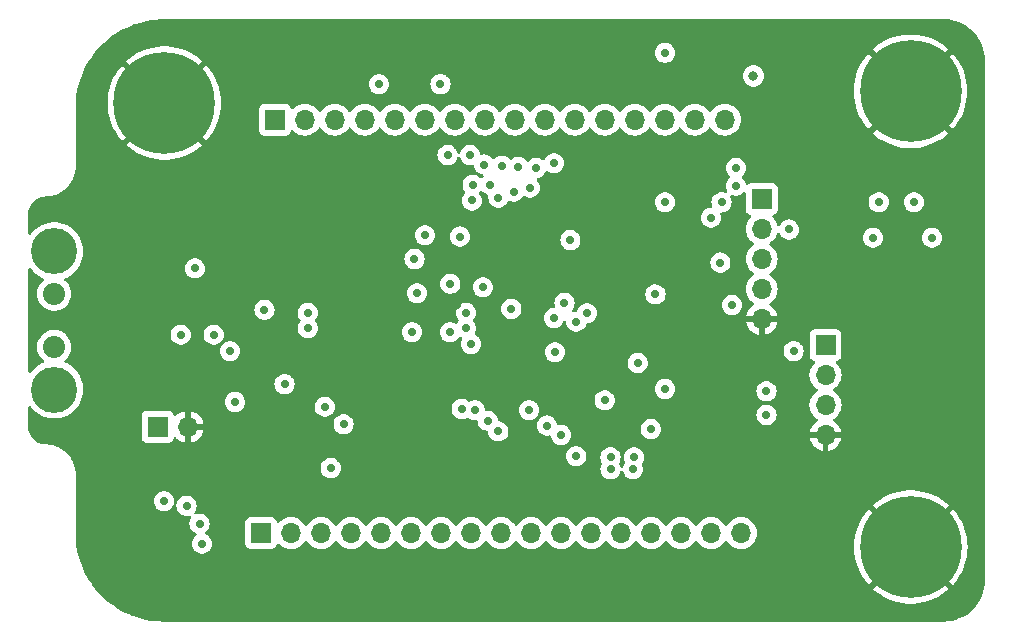
<source format=gbr>
%TF.GenerationSoftware,KiCad,Pcbnew,7.0.7-7.0.7~ubuntu22.04.1*%
%TF.CreationDate,2023-09-20T11:51:08+02:00*%
%TF.ProjectId,kicad103,6b696361-6431-4303-932e-6b696361645f,rev?*%
%TF.SameCoordinates,Original*%
%TF.FileFunction,Copper,L2,Inr*%
%TF.FilePolarity,Positive*%
%FSLAX46Y46*%
G04 Gerber Fmt 4.6, Leading zero omitted, Abs format (unit mm)*
G04 Created by KiCad (PCBNEW 7.0.7-7.0.7~ubuntu22.04.1) date 2023-09-20 11:51:08*
%MOMM*%
%LPD*%
G01*
G04 APERTURE LIST*
%TA.AperFunction,ComponentPad*%
%ADD10R,1.700000X1.700000*%
%TD*%
%TA.AperFunction,ComponentPad*%
%ADD11O,1.700000X1.700000*%
%TD*%
%TA.AperFunction,ComponentPad*%
%ADD12C,0.900000*%
%TD*%
%TA.AperFunction,ComponentPad*%
%ADD13C,8.600000*%
%TD*%
%TA.AperFunction,ComponentPad*%
%ADD14C,1.875000*%
%TD*%
%TA.AperFunction,ComponentPad*%
%ADD15C,3.894000*%
%TD*%
%TA.AperFunction,ViaPad*%
%ADD16C,0.700000*%
%TD*%
%TA.AperFunction,ViaPad*%
%ADD17C,0.800000*%
%TD*%
G04 APERTURE END LIST*
D10*
%TO.N,PB15*%
%TO.C,J5*%
X67380000Y-52000000D03*
D11*
%TO.N,PB14*%
X69920000Y-52000000D03*
%TO.N,PB13*%
X72460000Y-52000000D03*
%TO.N,PB12*%
X75000000Y-52000000D03*
%TO.N,PB11*%
X77540000Y-52000000D03*
%TO.N,PB10*%
X80080000Y-52000000D03*
%TO.N,PB9*%
X82620000Y-52000000D03*
%TO.N,PB8*%
X85160000Y-52000000D03*
%TO.N,PB7*%
X87700000Y-52000000D03*
%TO.N,PB6*%
X90240000Y-52000000D03*
%TO.N,PB5*%
X92780000Y-52000000D03*
%TO.N,PB4*%
X95320000Y-52000000D03*
%TO.N,PB3*%
X97860000Y-52000000D03*
%TO.N,PB2*%
X100400000Y-52000000D03*
%TO.N,PB1*%
X102940000Y-52000000D03*
%TO.N,PB0*%
X105480000Y-52000000D03*
%TD*%
D10*
%TO.N,Net-(J2-Pin_1)*%
%TO.C,J2*%
X57460000Y-78000000D03*
D11*
%TO.N,GND*%
X60000000Y-78000000D03*
%TD*%
D12*
%TO.N,GND*%
%TO.C,H3*%
X54794581Y-50600000D03*
X55739162Y-48319581D03*
X55739162Y-52880419D03*
X58019581Y-47375000D03*
D13*
X58019581Y-50600000D03*
D12*
X58019581Y-53825000D03*
X60300000Y-48319581D03*
X60300000Y-52880419D03*
X61244581Y-50600000D03*
%TD*%
D10*
%TO.N,+3.3V*%
%TO.C,J7*%
X114000000Y-71080000D03*
D11*
%TO.N,PB14*%
X114000000Y-73620000D03*
%TO.N,PB13*%
X114000000Y-76160000D03*
%TO.N,GND*%
X114000000Y-78700000D03*
%TD*%
D12*
%TO.N,GND*%
%TO.C,H2*%
X117994581Y-88180419D03*
X118939162Y-85900000D03*
X118939162Y-90460838D03*
X121219581Y-84955419D03*
D13*
X121219581Y-88180419D03*
D12*
X121219581Y-91405419D03*
X123500000Y-85900000D03*
X123500000Y-90460838D03*
X124444581Y-88180419D03*
%TD*%
D10*
%TO.N,PB3*%
%TO.C,J8*%
X108600000Y-58720000D03*
D11*
%TO.N,+3.3V*%
X108600000Y-61260000D03*
%TO.N,PA13*%
X108600000Y-63800000D03*
%TO.N,PA14*%
X108600000Y-66340000D03*
%TO.N,GND*%
X108600000Y-68880000D03*
%TD*%
D10*
%TO.N,PA0*%
%TO.C,J9*%
X66220000Y-87000000D03*
D11*
%TO.N,PA1*%
X68760000Y-87000000D03*
%TO.N,PA2*%
X71300000Y-87000000D03*
%TO.N,PA3*%
X73840000Y-87000000D03*
%TO.N,PA4*%
X76380000Y-87000000D03*
%TO.N,PA5*%
X78920000Y-87000000D03*
%TO.N,PA6*%
X81460000Y-87000000D03*
%TO.N,PA7*%
X84000000Y-87000000D03*
%TO.N,PA8*%
X86540000Y-87000000D03*
%TO.N,PA9*%
X89080000Y-87000000D03*
%TO.N,PA10*%
X91620000Y-87000000D03*
%TO.N,PA13*%
X94160000Y-87000000D03*
%TO.N,PA14*%
X96700000Y-87000000D03*
%TO.N,PA15*%
X99240000Y-87000000D03*
%TO.N,PC13*%
X101780000Y-87000000D03*
%TO.N,PC14*%
X104320000Y-87000000D03*
%TO.N,PC15*%
X106860000Y-87000000D03*
%TD*%
D14*
%TO.N,unconnected-(J1-Pad5)*%
%TO.C,J1*%
X48700000Y-66750000D03*
%TO.N,unconnected-(J1-Pad6)*%
X48700000Y-71250000D03*
D15*
%TO.N,unconnected-(J1-Pad7)*%
X48700000Y-63150000D03*
%TO.N,unconnected-(J1-Pad8)*%
X48700000Y-74850000D03*
%TD*%
D12*
%TO.N,GND*%
%TO.C,H1*%
X117975000Y-49600000D03*
X118919581Y-47319581D03*
X118919581Y-51880419D03*
X121200000Y-46375000D03*
D13*
X121200000Y-49600000D03*
D12*
X121200000Y-52825000D03*
X123480419Y-47319581D03*
X123480419Y-51880419D03*
X124425000Y-49600000D03*
%TD*%
D16*
%TO.N,+3.3V*%
X92400000Y-62200000D03*
X88900000Y-76600000D03*
X62200000Y-70200000D03*
X60600000Y-64600000D03*
X110900000Y-61300000D03*
X79000000Y-70000000D03*
X63600000Y-71600000D03*
X100400000Y-59000000D03*
X64000000Y-75900000D03*
X79200000Y-63800000D03*
X59400000Y-70200000D03*
X111300000Y-71600000D03*
X80100000Y-61800000D03*
%TO.N,/USB_D-*%
X70157513Y-69650000D03*
X83549513Y-69650000D03*
%TO.N,GND*%
X111500000Y-78700000D03*
X87300000Y-76600000D03*
X82400000Y-59200000D03*
X78000000Y-61400000D03*
X74200000Y-64100000D03*
X82800000Y-67700000D03*
X106300000Y-71200000D03*
X100400000Y-60300000D03*
X78000000Y-72800000D03*
X76200000Y-59400000D03*
X74200000Y-71800000D03*
X54900000Y-75900000D03*
X100400000Y-61500000D03*
X55200000Y-64400000D03*
X63700000Y-73500000D03*
X62200000Y-74800000D03*
X92400000Y-66000000D03*
X55200000Y-66600000D03*
D17*
X61000000Y-80500000D03*
D16*
X94700000Y-66600000D03*
X66500000Y-75900000D03*
%TO.N,/USB_D+*%
X70157513Y-68350000D03*
X83549513Y-68350000D03*
%TO.N,PA13*%
X92900000Y-80500000D03*
X105200000Y-59000000D03*
X92900000Y-69100000D03*
%TO.N,PA14*%
X104300000Y-60300000D03*
X106100000Y-67700000D03*
%TO.N,PB3*%
X106400000Y-56100500D03*
X106400000Y-57600000D03*
%TO.N,PA15*%
X100400000Y-74800000D03*
X99600000Y-66800000D03*
X99200000Y-78200000D03*
X98100000Y-72600000D03*
%TO.N,PC14*%
X97700000Y-81600000D03*
X95800000Y-81600000D03*
X82236654Y-65900000D03*
%TO.N,PC15*%
X79398360Y-66700000D03*
%TO.N,PB15*%
X97800000Y-80600000D03*
X95300000Y-75763000D03*
X91100000Y-71700000D03*
X95800000Y-80600000D03*
X91000000Y-68800000D03*
%TO.N,PB14*%
X76200000Y-49000000D03*
X81400000Y-49000000D03*
%TO.N,PB13*%
X82000000Y-55000000D03*
X109000000Y-75000000D03*
X83900000Y-55000000D03*
%TO.N,PB12*%
X109000000Y-77000000D03*
%TO.N,PB11*%
X84000000Y-71000000D03*
X68200000Y-74400000D03*
X72100000Y-81500000D03*
X71600000Y-76300000D03*
X66500000Y-68100000D03*
X73200000Y-77800000D03*
%TO.N,PB10*%
X61200000Y-87900000D03*
X86300000Y-78400000D03*
%TO.N,PB9*%
X83050500Y-61896691D03*
%TO.N,PB8*%
X85100000Y-55800000D03*
X84125535Y-57499500D03*
%TO.N,PB7*%
X86600000Y-55900000D03*
X85600000Y-57499500D03*
%TO.N,PB6*%
X86305378Y-58605378D03*
X88000000Y-56000000D03*
%TO.N,PB5*%
X89500000Y-56100000D03*
X87600000Y-58100000D03*
%TO.N,PB4*%
X91000000Y-55700000D03*
X88955378Y-57755378D03*
%TO.N,PB2*%
X85400000Y-77500000D03*
X100400000Y-46349500D03*
X61000000Y-86200000D03*
%TO.N,PB1*%
X59900000Y-84700000D03*
D17*
X107900000Y-48300000D03*
D16*
X84300000Y-76600000D03*
X118500000Y-59000000D03*
X121500000Y-59000000D03*
%TO.N,PB0*%
X118000000Y-62000000D03*
X123000000Y-62000000D03*
X83194622Y-76494622D03*
X58000000Y-84300000D03*
%TO.N,PA1*%
X82200000Y-70000000D03*
%TO.N,PA9*%
X87400000Y-68024500D03*
X90400000Y-77900000D03*
%TO.N,PA10*%
X91600000Y-78700000D03*
X91900000Y-67500000D03*
%TO.N,NRST*%
X105100000Y-64100000D03*
X85000000Y-66200000D03*
%TO.N,BOOT0*%
X84050500Y-58844396D03*
X93794975Y-68405025D03*
%TD*%
%TA.AperFunction,Conductor*%
%TO.N,GND*%
G36*
X119566542Y-89582416D02*
G01*
X119619396Y-89620343D01*
X119644608Y-89651333D01*
X119787457Y-89784746D01*
X119823016Y-89844890D01*
X119820413Y-89914711D01*
X119790501Y-89963050D01*
X119402281Y-90351270D01*
X119340958Y-90384755D01*
X119271266Y-90379771D01*
X119215333Y-90337899D01*
X119203602Y-90318866D01*
X119182714Y-90276916D01*
X119182712Y-90276914D01*
X119099828Y-90201353D01*
X119093672Y-90198969D01*
X119038269Y-90156397D01*
X119014678Y-90090631D01*
X119030388Y-90022550D01*
X119050783Y-89995661D01*
X119435527Y-89610917D01*
X119496850Y-89577432D01*
X119566542Y-89582416D01*
G37*
%TD.AperFunction*%
%TA.AperFunction,Conductor*%
G36*
X123003633Y-89610918D02*
G01*
X123389737Y-89997021D01*
X123423222Y-90058344D01*
X123418238Y-90128035D01*
X123376367Y-90183969D01*
X123367335Y-90190128D01*
X123294390Y-90235294D01*
X123219874Y-90333970D01*
X123216476Y-90331404D01*
X123184097Y-90366273D01*
X123116420Y-90383641D01*
X123050098Y-90361662D01*
X123033004Y-90347395D01*
X122648659Y-89963050D01*
X122615174Y-89901727D01*
X122620158Y-89832035D01*
X122651702Y-89784747D01*
X122794550Y-89651337D01*
X122819766Y-89620343D01*
X122877339Y-89580764D01*
X122947175Y-89578594D01*
X123003633Y-89610918D01*
G37*
%TD.AperFunction*%
%TA.AperFunction,Conductor*%
G36*
X123167893Y-85981064D02*
G01*
X123223827Y-86022935D01*
X123235560Y-86041974D01*
X123256447Y-86083921D01*
X123256448Y-86083922D01*
X123339334Y-86159484D01*
X123345488Y-86161868D01*
X123400890Y-86204441D01*
X123424481Y-86270207D01*
X123408770Y-86338288D01*
X123388376Y-86365176D01*
X123003633Y-86749918D01*
X122942310Y-86783403D01*
X122872618Y-86778419D01*
X122819765Y-86740493D01*
X122794553Y-86709505D01*
X122794554Y-86709505D01*
X122794550Y-86709501D01*
X122717043Y-86637114D01*
X122651703Y-86576090D01*
X122616144Y-86515946D01*
X122618747Y-86446125D01*
X122648659Y-86397786D01*
X123036879Y-86009565D01*
X123098202Y-85976080D01*
X123167893Y-85981064D01*
G37*
%TD.AperFunction*%
%TA.AperFunction,Conductor*%
G36*
X119388804Y-85998996D02*
G01*
X119406157Y-86013442D01*
X119790502Y-86397787D01*
X119823987Y-86459110D01*
X119819003Y-86528802D01*
X119787458Y-86576091D01*
X119644607Y-86709505D01*
X119619396Y-86740494D01*
X119561818Y-86780074D01*
X119491982Y-86782242D01*
X119435528Y-86749919D01*
X119049424Y-86363816D01*
X119015939Y-86302493D01*
X119020923Y-86232802D01*
X119062794Y-86176868D01*
X119071820Y-86170713D01*
X119144772Y-86125543D01*
X119212363Y-86036038D01*
X119212362Y-86036038D01*
X119219288Y-86026868D01*
X119222709Y-86029451D01*
X119254793Y-85994725D01*
X119322425Y-85977186D01*
X119388804Y-85998996D01*
G37*
%TD.AperFunction*%
%TA.AperFunction,Conductor*%
G36*
X56366542Y-52001997D02*
G01*
X56419396Y-52039924D01*
X56444608Y-52070914D01*
X56587457Y-52204327D01*
X56623016Y-52264471D01*
X56620413Y-52334292D01*
X56590501Y-52382631D01*
X56202281Y-52770851D01*
X56140958Y-52804336D01*
X56071266Y-52799352D01*
X56015333Y-52757480D01*
X56003602Y-52738447D01*
X55982714Y-52696497D01*
X55974449Y-52688962D01*
X55899828Y-52620934D01*
X55893672Y-52618550D01*
X55838269Y-52575978D01*
X55814678Y-52510212D01*
X55830388Y-52442131D01*
X55850783Y-52415242D01*
X56235527Y-52030498D01*
X56296850Y-51997013D01*
X56366542Y-52001997D01*
G37*
%TD.AperFunction*%
%TA.AperFunction,Conductor*%
G36*
X59803633Y-52030499D02*
G01*
X60189737Y-52416602D01*
X60223222Y-52477925D01*
X60218238Y-52547616D01*
X60176367Y-52603550D01*
X60167335Y-52609709D01*
X60094390Y-52654875D01*
X60019874Y-52753551D01*
X60016476Y-52750985D01*
X59984097Y-52785854D01*
X59916420Y-52803222D01*
X59850098Y-52781243D01*
X59833004Y-52766976D01*
X59448659Y-52382631D01*
X59415174Y-52321308D01*
X59420158Y-52251616D01*
X59451702Y-52204328D01*
X59594550Y-52070918D01*
X59619766Y-52039924D01*
X59677339Y-52000345D01*
X59747175Y-51998175D01*
X59803633Y-52030499D01*
G37*
%TD.AperFunction*%
%TA.AperFunction,Conductor*%
G36*
X59967893Y-48400645D02*
G01*
X60023827Y-48442516D01*
X60035560Y-48461555D01*
X60056447Y-48503502D01*
X60056448Y-48503503D01*
X60139334Y-48579065D01*
X60145488Y-48581449D01*
X60200890Y-48624022D01*
X60224481Y-48689788D01*
X60208770Y-48757869D01*
X60188376Y-48784757D01*
X59803633Y-49169499D01*
X59742310Y-49202984D01*
X59672618Y-49198000D01*
X59619765Y-49160074D01*
X59594553Y-49129086D01*
X59594554Y-49129086D01*
X59594550Y-49129082D01*
X59517043Y-49056695D01*
X59451703Y-48995671D01*
X59416144Y-48935527D01*
X59418747Y-48865706D01*
X59448659Y-48817367D01*
X59836879Y-48429146D01*
X59898202Y-48395661D01*
X59967893Y-48400645D01*
G37*
%TD.AperFunction*%
%TA.AperFunction,Conductor*%
G36*
X56188804Y-48418577D02*
G01*
X56206157Y-48433023D01*
X56590502Y-48817368D01*
X56623987Y-48878691D01*
X56619003Y-48948383D01*
X56587458Y-48995672D01*
X56444607Y-49129086D01*
X56419396Y-49160075D01*
X56361818Y-49199655D01*
X56291982Y-49201823D01*
X56235528Y-49169500D01*
X55849424Y-48783397D01*
X55815939Y-48722074D01*
X55820923Y-48652383D01*
X55862794Y-48596449D01*
X55871820Y-48590294D01*
X55944772Y-48545124D01*
X56012363Y-48455619D01*
X56012362Y-48455619D01*
X56019288Y-48446449D01*
X56022709Y-48449032D01*
X56054793Y-48414306D01*
X56122425Y-48396767D01*
X56188804Y-48418577D01*
G37*
%TD.AperFunction*%
%TA.AperFunction,Conductor*%
G36*
X119546961Y-51001997D02*
G01*
X119599815Y-51039924D01*
X119625027Y-51070914D01*
X119767876Y-51204327D01*
X119803435Y-51264471D01*
X119800832Y-51334292D01*
X119770920Y-51382631D01*
X119382700Y-51770851D01*
X119321377Y-51804336D01*
X119251685Y-51799352D01*
X119195752Y-51757480D01*
X119184021Y-51738447D01*
X119163133Y-51696497D01*
X119163131Y-51696495D01*
X119080247Y-51620934D01*
X119074091Y-51618550D01*
X119018688Y-51575978D01*
X118995097Y-51510212D01*
X119010807Y-51442131D01*
X119031202Y-51415242D01*
X119415946Y-51030498D01*
X119477269Y-50997013D01*
X119546961Y-51001997D01*
G37*
%TD.AperFunction*%
%TA.AperFunction,Conductor*%
G36*
X122984052Y-51030499D02*
G01*
X123370156Y-51416602D01*
X123403641Y-51477925D01*
X123398657Y-51547616D01*
X123356786Y-51603550D01*
X123347754Y-51609709D01*
X123274809Y-51654875D01*
X123200293Y-51753551D01*
X123196895Y-51750985D01*
X123164516Y-51785854D01*
X123096839Y-51803222D01*
X123030517Y-51781243D01*
X123013423Y-51766976D01*
X122629078Y-51382631D01*
X122595593Y-51321308D01*
X122600577Y-51251616D01*
X122632121Y-51204328D01*
X122774969Y-51070918D01*
X122800185Y-51039924D01*
X122857758Y-51000345D01*
X122927594Y-50998175D01*
X122984052Y-51030499D01*
G37*
%TD.AperFunction*%
%TA.AperFunction,Conductor*%
G36*
X123148312Y-47400645D02*
G01*
X123204246Y-47442516D01*
X123215979Y-47461555D01*
X123236866Y-47503502D01*
X123236868Y-47503504D01*
X123250410Y-47515849D01*
X123319753Y-47579065D01*
X123325907Y-47581449D01*
X123381309Y-47624022D01*
X123404900Y-47689788D01*
X123389189Y-47757869D01*
X123368795Y-47784757D01*
X122984052Y-48169499D01*
X122922729Y-48202984D01*
X122853037Y-48198000D01*
X122800184Y-48160074D01*
X122774972Y-48129086D01*
X122774973Y-48129086D01*
X122774969Y-48129082D01*
X122689084Y-48048871D01*
X122632122Y-47995671D01*
X122596563Y-47935527D01*
X122599166Y-47865706D01*
X122629078Y-47817367D01*
X123017298Y-47429146D01*
X123078621Y-47395661D01*
X123148312Y-47400645D01*
G37*
%TD.AperFunction*%
%TA.AperFunction,Conductor*%
G36*
X119369223Y-47418577D02*
G01*
X119386576Y-47433023D01*
X119770921Y-47817368D01*
X119804406Y-47878691D01*
X119799422Y-47948383D01*
X119767877Y-47995672D01*
X119625026Y-48129086D01*
X119599815Y-48160075D01*
X119542237Y-48199655D01*
X119472401Y-48201823D01*
X119415947Y-48169500D01*
X119029843Y-47783397D01*
X118996358Y-47722074D01*
X119001342Y-47652383D01*
X119043213Y-47596449D01*
X119052239Y-47590294D01*
X119125191Y-47545124D01*
X119192782Y-47455619D01*
X119192781Y-47455619D01*
X119199707Y-47446449D01*
X119203128Y-47449032D01*
X119235212Y-47414306D01*
X119302844Y-47396767D01*
X119369223Y-47418577D01*
G37*
%TD.AperFunction*%
%TA.AperFunction,Conductor*%
G36*
X124001513Y-43500575D02*
G01*
X124339968Y-43517202D01*
X124346021Y-43517797D01*
X124679706Y-43567295D01*
X124685658Y-43568478D01*
X124958527Y-43636828D01*
X125012896Y-43650447D01*
X125018717Y-43652212D01*
X125336341Y-43765860D01*
X125341946Y-43768182D01*
X125646908Y-43912419D01*
X125652260Y-43915279D01*
X125941599Y-44088702D01*
X125946661Y-44092084D01*
X126217615Y-44293038D01*
X126222319Y-44296898D01*
X126472277Y-44523447D01*
X126476552Y-44527722D01*
X126703099Y-44777678D01*
X126706961Y-44782384D01*
X126907915Y-45053338D01*
X126911297Y-45058400D01*
X127041776Y-45276092D01*
X127084713Y-45347727D01*
X127087583Y-45353096D01*
X127231815Y-45658049D01*
X127234142Y-45663668D01*
X127252143Y-45713975D01*
X127347785Y-45981277D01*
X127349552Y-45987103D01*
X127431517Y-46314322D01*
X127432704Y-46320293D01*
X127482201Y-46653972D01*
X127482797Y-46660030D01*
X127499424Y-46998486D01*
X127499499Y-47001528D01*
X127499500Y-90934107D01*
X127499500Y-90998470D01*
X127499425Y-91001513D01*
X127482797Y-91339968D01*
X127482201Y-91346026D01*
X127432704Y-91679706D01*
X127431517Y-91685677D01*
X127349552Y-92012896D01*
X127347785Y-92018722D01*
X127234145Y-92336325D01*
X127231815Y-92341950D01*
X127087583Y-92646903D01*
X127084713Y-92652272D01*
X126911297Y-92941599D01*
X126907915Y-92946661D01*
X126706961Y-93217615D01*
X126703099Y-93222321D01*
X126557465Y-93383003D01*
X126523553Y-93420421D01*
X126476567Y-93472262D01*
X126472266Y-93476562D01*
X126383003Y-93557465D01*
X126222321Y-93703099D01*
X126217615Y-93706961D01*
X125946661Y-93907915D01*
X125941599Y-93911297D01*
X125652272Y-94084713D01*
X125646903Y-94087583D01*
X125341950Y-94231815D01*
X125336325Y-94234145D01*
X125018722Y-94347785D01*
X125012896Y-94349552D01*
X124685677Y-94431517D01*
X124679706Y-94432704D01*
X124346026Y-94482201D01*
X124339968Y-94482797D01*
X124001514Y-94499425D01*
X123998471Y-94499500D01*
X58000000Y-94499500D01*
X57490330Y-94482088D01*
X57486105Y-94481799D01*
X56980924Y-94429865D01*
X56976734Y-94429289D01*
X56898653Y-94415827D01*
X56476264Y-94342999D01*
X56472118Y-94342138D01*
X56441727Y-94334732D01*
X55978714Y-94221899D01*
X55974644Y-94220758D01*
X55490581Y-94067123D01*
X55486591Y-94065705D01*
X55306925Y-93994854D01*
X55014140Y-93879394D01*
X55010300Y-93877726D01*
X54551652Y-93659603D01*
X54547901Y-93657660D01*
X54105228Y-93408756D01*
X54101610Y-93406556D01*
X53676953Y-93128024D01*
X53673493Y-93125582D01*
X53268839Y-92818723D01*
X53265568Y-92816063D01*
X52882781Y-92482288D01*
X52879696Y-92479407D01*
X52520592Y-92120303D01*
X52517712Y-92117219D01*
X52183934Y-91734427D01*
X52181276Y-91731160D01*
X51912904Y-91377259D01*
X51874415Y-91326504D01*
X51871975Y-91323046D01*
X51593443Y-90898389D01*
X51591243Y-90894771D01*
X51450668Y-90644760D01*
X51342332Y-90452084D01*
X51340401Y-90448358D01*
X51122266Y-89989686D01*
X51120610Y-89985873D01*
X50934293Y-89513407D01*
X50932876Y-89509418D01*
X50779241Y-89025355D01*
X50778105Y-89021304D01*
X50657856Y-88527860D01*
X50657000Y-88523735D01*
X50636125Y-88402663D01*
X50570706Y-88023241D01*
X50570134Y-88019075D01*
X50564155Y-87960917D01*
X50518200Y-87513893D01*
X50517911Y-87509669D01*
X50500500Y-87000000D01*
X50500500Y-84454098D01*
X50500500Y-84299999D01*
X57144815Y-84299999D01*
X57163503Y-84477805D01*
X57163504Y-84477807D01*
X57218747Y-84647829D01*
X57218750Y-84647835D01*
X57308141Y-84802665D01*
X57349812Y-84848946D01*
X57427764Y-84935521D01*
X57427767Y-84935523D01*
X57427770Y-84935526D01*
X57572407Y-85040612D01*
X57735733Y-85113329D01*
X57910609Y-85150500D01*
X57910610Y-85150500D01*
X58089389Y-85150500D01*
X58089391Y-85150500D01*
X58264267Y-85113329D01*
X58427593Y-85040612D01*
X58572230Y-84935526D01*
X58691859Y-84802665D01*
X58781250Y-84647835D01*
X58814370Y-84545901D01*
X58834369Y-84516654D01*
X59034640Y-84516654D01*
X59038488Y-84520186D01*
X59056250Y-84587761D01*
X59055622Y-84597174D01*
X59050298Y-84647835D01*
X59044815Y-84699999D01*
X59063503Y-84877805D01*
X59063504Y-84877807D01*
X59118747Y-85047829D01*
X59118750Y-85047835D01*
X59208141Y-85202665D01*
X59224352Y-85220669D01*
X59327764Y-85335521D01*
X59327767Y-85335523D01*
X59327770Y-85335526D01*
X59472407Y-85440612D01*
X59635733Y-85513329D01*
X59810609Y-85550500D01*
X59810610Y-85550500D01*
X59989389Y-85550500D01*
X59989391Y-85550500D01*
X60118703Y-85523013D01*
X60164263Y-85513330D01*
X60164264Y-85513329D01*
X60164267Y-85513329D01*
X60164269Y-85513327D01*
X60164897Y-85513124D01*
X60165284Y-85513112D01*
X60170624Y-85511978D01*
X60170831Y-85512953D01*
X60234738Y-85511122D01*
X60294574Y-85547197D01*
X60325408Y-85609895D01*
X60317450Y-85679310D01*
X60310614Y-85693050D01*
X60218749Y-85852167D01*
X60218747Y-85852170D01*
X60163504Y-86022192D01*
X60163503Y-86022194D01*
X60144815Y-86199999D01*
X60163503Y-86377805D01*
X60163504Y-86377807D01*
X60218747Y-86547829D01*
X60218750Y-86547835D01*
X60308141Y-86702665D01*
X60314300Y-86709505D01*
X60427764Y-86835521D01*
X60427767Y-86835523D01*
X60427770Y-86835526D01*
X60572407Y-86940612D01*
X60686915Y-86991594D01*
X60740151Y-87036843D01*
X60760473Y-87103692D01*
X60741428Y-87170916D01*
X60709365Y-87205190D01*
X60627772Y-87264471D01*
X60627770Y-87264473D01*
X60508140Y-87397336D01*
X60418750Y-87552164D01*
X60418747Y-87552170D01*
X60363504Y-87722192D01*
X60363503Y-87722194D01*
X60345038Y-87897876D01*
X60344815Y-87900000D01*
X60347015Y-87920935D01*
X60363503Y-88077805D01*
X60363504Y-88077807D01*
X60418747Y-88247829D01*
X60418750Y-88247835D01*
X60508141Y-88402665D01*
X60549812Y-88448946D01*
X60627764Y-88535521D01*
X60627767Y-88535523D01*
X60627770Y-88535526D01*
X60772407Y-88640612D01*
X60935733Y-88713329D01*
X61110609Y-88750500D01*
X61110610Y-88750500D01*
X61289389Y-88750500D01*
X61289391Y-88750500D01*
X61464267Y-88713329D01*
X61627593Y-88640612D01*
X61772230Y-88535526D01*
X61891859Y-88402665D01*
X61981250Y-88247835D01*
X62036497Y-88077803D01*
X62055185Y-87900000D01*
X62054961Y-87897870D01*
X64869500Y-87897870D01*
X64869501Y-87897876D01*
X64875908Y-87957483D01*
X64926202Y-88092328D01*
X64926206Y-88092335D01*
X65012452Y-88207544D01*
X65012455Y-88207547D01*
X65127664Y-88293793D01*
X65127671Y-88293797D01*
X65262517Y-88344091D01*
X65262516Y-88344091D01*
X65269444Y-88344835D01*
X65322127Y-88350500D01*
X67117872Y-88350499D01*
X67177483Y-88344091D01*
X67312331Y-88293796D01*
X67427546Y-88207546D01*
X67513796Y-88092331D01*
X67562810Y-87960916D01*
X67604681Y-87904984D01*
X67670145Y-87880566D01*
X67738418Y-87895417D01*
X67766673Y-87916569D01*
X67888599Y-88038495D01*
X67972007Y-88096898D01*
X68082165Y-88174032D01*
X68082167Y-88174033D01*
X68082170Y-88174035D01*
X68296337Y-88273903D01*
X68524592Y-88335063D01*
X68701034Y-88350500D01*
X68759999Y-88355659D01*
X68760000Y-88355659D01*
X68760001Y-88355659D01*
X68818966Y-88350500D01*
X68995408Y-88335063D01*
X69223663Y-88273903D01*
X69437830Y-88174035D01*
X69631401Y-88038495D01*
X69798495Y-87871401D01*
X69928426Y-87685841D01*
X69983002Y-87642217D01*
X70052500Y-87635023D01*
X70114855Y-87666546D01*
X70131575Y-87685842D01*
X70261500Y-87871395D01*
X70261505Y-87871401D01*
X70428599Y-88038495D01*
X70512007Y-88096898D01*
X70622165Y-88174032D01*
X70622167Y-88174033D01*
X70622170Y-88174035D01*
X70836337Y-88273903D01*
X71064592Y-88335063D01*
X71241034Y-88350500D01*
X71299999Y-88355659D01*
X71300000Y-88355659D01*
X71300001Y-88355659D01*
X71358966Y-88350500D01*
X71535408Y-88335063D01*
X71763663Y-88273903D01*
X71977830Y-88174035D01*
X72171401Y-88038495D01*
X72338495Y-87871401D01*
X72468426Y-87685841D01*
X72523002Y-87642217D01*
X72592500Y-87635023D01*
X72654855Y-87666546D01*
X72671575Y-87685842D01*
X72801500Y-87871395D01*
X72801505Y-87871401D01*
X72968599Y-88038495D01*
X73052007Y-88096898D01*
X73162165Y-88174032D01*
X73162167Y-88174033D01*
X73162170Y-88174035D01*
X73376337Y-88273903D01*
X73604592Y-88335063D01*
X73781034Y-88350500D01*
X73839999Y-88355659D01*
X73840000Y-88355659D01*
X73840001Y-88355659D01*
X73898966Y-88350500D01*
X74075408Y-88335063D01*
X74303663Y-88273903D01*
X74517830Y-88174035D01*
X74711401Y-88038495D01*
X74878495Y-87871401D01*
X75008426Y-87685841D01*
X75063002Y-87642217D01*
X75132500Y-87635023D01*
X75194855Y-87666546D01*
X75211575Y-87685842D01*
X75341500Y-87871395D01*
X75341505Y-87871401D01*
X75508599Y-88038495D01*
X75592007Y-88096898D01*
X75702165Y-88174032D01*
X75702167Y-88174033D01*
X75702170Y-88174035D01*
X75916337Y-88273903D01*
X76144592Y-88335063D01*
X76321034Y-88350500D01*
X76379999Y-88355659D01*
X76380000Y-88355659D01*
X76380001Y-88355659D01*
X76438966Y-88350500D01*
X76615408Y-88335063D01*
X76843663Y-88273903D01*
X77057830Y-88174035D01*
X77251401Y-88038495D01*
X77418495Y-87871401D01*
X77548426Y-87685841D01*
X77603002Y-87642217D01*
X77672500Y-87635023D01*
X77734855Y-87666546D01*
X77751575Y-87685842D01*
X77881500Y-87871395D01*
X77881505Y-87871401D01*
X78048599Y-88038495D01*
X78132007Y-88096898D01*
X78242165Y-88174032D01*
X78242167Y-88174033D01*
X78242170Y-88174035D01*
X78456337Y-88273903D01*
X78684592Y-88335063D01*
X78861034Y-88350500D01*
X78919999Y-88355659D01*
X78920000Y-88355659D01*
X78920001Y-88355659D01*
X78978966Y-88350500D01*
X79155408Y-88335063D01*
X79383663Y-88273903D01*
X79597830Y-88174035D01*
X79791401Y-88038495D01*
X79958495Y-87871401D01*
X80088426Y-87685841D01*
X80143002Y-87642217D01*
X80212500Y-87635023D01*
X80274855Y-87666546D01*
X80291575Y-87685842D01*
X80421500Y-87871395D01*
X80421505Y-87871401D01*
X80588599Y-88038495D01*
X80672007Y-88096898D01*
X80782165Y-88174032D01*
X80782167Y-88174033D01*
X80782170Y-88174035D01*
X80996337Y-88273903D01*
X81224592Y-88335063D01*
X81401034Y-88350500D01*
X81459999Y-88355659D01*
X81460000Y-88355659D01*
X81460001Y-88355659D01*
X81518966Y-88350500D01*
X81695408Y-88335063D01*
X81923663Y-88273903D01*
X82137830Y-88174035D01*
X82331401Y-88038495D01*
X82498495Y-87871401D01*
X82628426Y-87685840D01*
X82683001Y-87642217D01*
X82752499Y-87635023D01*
X82814854Y-87666546D01*
X82831574Y-87685841D01*
X82857029Y-87722194D01*
X82961505Y-87871401D01*
X83128599Y-88038495D01*
X83212007Y-88096898D01*
X83322165Y-88174032D01*
X83322167Y-88174033D01*
X83322170Y-88174035D01*
X83536337Y-88273903D01*
X83764592Y-88335063D01*
X83941034Y-88350500D01*
X83999999Y-88355659D01*
X84000000Y-88355659D01*
X84000001Y-88355659D01*
X84058966Y-88350500D01*
X84235408Y-88335063D01*
X84463663Y-88273903D01*
X84677830Y-88174035D01*
X84871401Y-88038495D01*
X85038495Y-87871401D01*
X85168426Y-87685840D01*
X85223001Y-87642217D01*
X85292499Y-87635023D01*
X85354854Y-87666546D01*
X85371574Y-87685841D01*
X85397029Y-87722194D01*
X85501505Y-87871401D01*
X85668599Y-88038495D01*
X85752007Y-88096898D01*
X85862165Y-88174032D01*
X85862167Y-88174033D01*
X85862170Y-88174035D01*
X86076337Y-88273903D01*
X86304592Y-88335063D01*
X86481034Y-88350500D01*
X86539999Y-88355659D01*
X86540000Y-88355659D01*
X86540001Y-88355659D01*
X86598966Y-88350500D01*
X86775408Y-88335063D01*
X87003663Y-88273903D01*
X87217830Y-88174035D01*
X87411401Y-88038495D01*
X87578495Y-87871401D01*
X87708426Y-87685840D01*
X87763001Y-87642217D01*
X87832499Y-87635023D01*
X87894854Y-87666546D01*
X87911574Y-87685841D01*
X87937029Y-87722194D01*
X88041505Y-87871401D01*
X88208599Y-88038495D01*
X88292007Y-88096898D01*
X88402165Y-88174032D01*
X88402167Y-88174033D01*
X88402170Y-88174035D01*
X88616337Y-88273903D01*
X88844592Y-88335063D01*
X89021034Y-88350500D01*
X89079999Y-88355659D01*
X89080000Y-88355659D01*
X89080001Y-88355659D01*
X89138966Y-88350500D01*
X89315408Y-88335063D01*
X89543663Y-88273903D01*
X89757830Y-88174035D01*
X89951401Y-88038495D01*
X90118495Y-87871401D01*
X90248426Y-87685840D01*
X90303001Y-87642217D01*
X90372499Y-87635023D01*
X90434854Y-87666546D01*
X90451574Y-87685841D01*
X90477029Y-87722194D01*
X90581505Y-87871401D01*
X90748599Y-88038495D01*
X90832007Y-88096898D01*
X90942165Y-88174032D01*
X90942167Y-88174033D01*
X90942170Y-88174035D01*
X91156337Y-88273903D01*
X91384592Y-88335063D01*
X91561034Y-88350500D01*
X91619999Y-88355659D01*
X91620000Y-88355659D01*
X91620001Y-88355659D01*
X91678966Y-88350500D01*
X91855408Y-88335063D01*
X92083663Y-88273903D01*
X92297830Y-88174035D01*
X92491401Y-88038495D01*
X92658495Y-87871401D01*
X92788426Y-87685840D01*
X92843001Y-87642217D01*
X92912499Y-87635023D01*
X92974854Y-87666546D01*
X92991574Y-87685841D01*
X93017029Y-87722194D01*
X93121505Y-87871401D01*
X93288599Y-88038495D01*
X93372007Y-88096898D01*
X93482165Y-88174032D01*
X93482167Y-88174033D01*
X93482170Y-88174035D01*
X93696337Y-88273903D01*
X93924592Y-88335063D01*
X94101034Y-88350500D01*
X94159999Y-88355659D01*
X94160000Y-88355659D01*
X94160001Y-88355659D01*
X94218966Y-88350500D01*
X94395408Y-88335063D01*
X94623663Y-88273903D01*
X94837830Y-88174035D01*
X95031401Y-88038495D01*
X95198495Y-87871401D01*
X95328426Y-87685840D01*
X95383001Y-87642217D01*
X95452499Y-87635023D01*
X95514854Y-87666546D01*
X95531574Y-87685841D01*
X95557029Y-87722194D01*
X95661505Y-87871401D01*
X95828599Y-88038495D01*
X95912007Y-88096898D01*
X96022165Y-88174032D01*
X96022167Y-88174033D01*
X96022170Y-88174035D01*
X96236337Y-88273903D01*
X96464592Y-88335063D01*
X96641034Y-88350500D01*
X96699999Y-88355659D01*
X96700000Y-88355659D01*
X96700001Y-88355659D01*
X96758966Y-88350500D01*
X96935408Y-88335063D01*
X97163663Y-88273903D01*
X97377830Y-88174035D01*
X97571401Y-88038495D01*
X97738495Y-87871401D01*
X97868426Y-87685840D01*
X97923001Y-87642217D01*
X97992499Y-87635023D01*
X98054854Y-87666546D01*
X98071574Y-87685841D01*
X98097029Y-87722194D01*
X98201505Y-87871401D01*
X98368599Y-88038495D01*
X98452007Y-88096898D01*
X98562165Y-88174032D01*
X98562167Y-88174033D01*
X98562170Y-88174035D01*
X98776337Y-88273903D01*
X99004592Y-88335063D01*
X99181034Y-88350500D01*
X99239999Y-88355659D01*
X99240000Y-88355659D01*
X99240001Y-88355659D01*
X99298966Y-88350500D01*
X99475408Y-88335063D01*
X99703663Y-88273903D01*
X99917830Y-88174035D01*
X100111401Y-88038495D01*
X100278495Y-87871401D01*
X100408426Y-87685841D01*
X100463002Y-87642217D01*
X100532500Y-87635023D01*
X100594855Y-87666546D01*
X100611575Y-87685842D01*
X100741500Y-87871395D01*
X100741505Y-87871401D01*
X100908599Y-88038495D01*
X100992007Y-88096898D01*
X101102165Y-88174032D01*
X101102167Y-88174033D01*
X101102170Y-88174035D01*
X101316337Y-88273903D01*
X101544592Y-88335063D01*
X101721034Y-88350500D01*
X101779999Y-88355659D01*
X101780000Y-88355659D01*
X101780001Y-88355659D01*
X101838966Y-88350500D01*
X102015408Y-88335063D01*
X102243663Y-88273903D01*
X102457830Y-88174035D01*
X102651401Y-88038495D01*
X102818495Y-87871401D01*
X102948426Y-87685840D01*
X103003001Y-87642217D01*
X103072499Y-87635023D01*
X103134854Y-87666546D01*
X103151574Y-87685841D01*
X103177029Y-87722194D01*
X103281505Y-87871401D01*
X103448599Y-88038495D01*
X103532007Y-88096898D01*
X103642165Y-88174032D01*
X103642167Y-88174033D01*
X103642170Y-88174035D01*
X103856337Y-88273903D01*
X104084592Y-88335063D01*
X104261034Y-88350500D01*
X104319999Y-88355659D01*
X104320000Y-88355659D01*
X104320001Y-88355659D01*
X104378966Y-88350500D01*
X104555408Y-88335063D01*
X104783663Y-88273903D01*
X104997830Y-88174035D01*
X105191401Y-88038495D01*
X105358495Y-87871401D01*
X105488426Y-87685841D01*
X105543002Y-87642217D01*
X105612500Y-87635023D01*
X105674855Y-87666546D01*
X105691575Y-87685842D01*
X105821500Y-87871395D01*
X105821505Y-87871401D01*
X105988599Y-88038495D01*
X106072007Y-88096898D01*
X106182165Y-88174032D01*
X106182167Y-88174033D01*
X106182170Y-88174035D01*
X106396337Y-88273903D01*
X106624592Y-88335063D01*
X106801034Y-88350500D01*
X106859999Y-88355659D01*
X106860000Y-88355659D01*
X106860001Y-88355659D01*
X106918966Y-88350500D01*
X107095408Y-88335063D01*
X107323663Y-88273903D01*
X107524133Y-88180422D01*
X116414743Y-88180422D01*
X116434085Y-88611111D01*
X116434086Y-88611120D01*
X116491959Y-89038357D01*
X116587894Y-89458677D01*
X116721123Y-89868715D01*
X116721126Y-89868723D01*
X116890566Y-90265149D01*
X116890570Y-90265157D01*
X117094875Y-90644818D01*
X117332380Y-91004626D01*
X117332381Y-91004627D01*
X117601189Y-91341701D01*
X117651804Y-91394640D01*
X118476041Y-90570403D01*
X118537364Y-90536918D01*
X118607055Y-90541902D01*
X118662989Y-90583773D01*
X118674722Y-90602812D01*
X118695609Y-90644759D01*
X118695610Y-90644760D01*
X118778496Y-90720322D01*
X118784650Y-90722706D01*
X118840052Y-90765279D01*
X118863643Y-90831045D01*
X118847932Y-90899126D01*
X118827538Y-90926014D01*
X118006458Y-91747094D01*
X118223808Y-91936988D01*
X118223825Y-91937001D01*
X118572605Y-92190405D01*
X118942721Y-92411539D01*
X118942727Y-92411542D01*
X119331150Y-92598597D01*
X119331164Y-92598603D01*
X119734790Y-92750086D01*
X119734815Y-92750094D01*
X120150397Y-92864788D01*
X120574604Y-92941770D01*
X121004016Y-92980418D01*
X121004019Y-92980419D01*
X121435143Y-92980419D01*
X121435145Y-92980418D01*
X121864557Y-92941770D01*
X122288764Y-92864788D01*
X122704346Y-92750094D01*
X122704371Y-92750086D01*
X123107997Y-92598603D01*
X123108011Y-92598597D01*
X123496434Y-92411542D01*
X123496440Y-92411539D01*
X123866556Y-92190405D01*
X124215336Y-91937001D01*
X124215353Y-91936988D01*
X124432702Y-91747094D01*
X123610262Y-90924654D01*
X123576777Y-90863331D01*
X123581761Y-90793639D01*
X123623633Y-90737706D01*
X123632658Y-90731551D01*
X123705610Y-90686381D01*
X123773201Y-90596876D01*
X123773200Y-90596876D01*
X123780126Y-90587706D01*
X123783531Y-90590277D01*
X123815813Y-90555455D01*
X123883475Y-90538031D01*
X123949816Y-90559953D01*
X123966996Y-90574280D01*
X124787356Y-91394640D01*
X124837972Y-91341701D01*
X125106780Y-91004627D01*
X125106781Y-91004626D01*
X125344286Y-90644818D01*
X125548591Y-90265157D01*
X125548595Y-90265149D01*
X125718035Y-89868723D01*
X125718038Y-89868715D01*
X125851267Y-89458677D01*
X125947202Y-89038357D01*
X126005075Y-88611120D01*
X126005076Y-88611111D01*
X126024419Y-88180422D01*
X126024419Y-88180415D01*
X126005076Y-87749726D01*
X126005075Y-87749717D01*
X125947202Y-87322480D01*
X125851267Y-86902160D01*
X125718038Y-86492122D01*
X125718035Y-86492114D01*
X125548595Y-86095688D01*
X125548591Y-86095680D01*
X125344286Y-85716019D01*
X125106781Y-85356211D01*
X125106780Y-85356210D01*
X124837972Y-85019136D01*
X124787355Y-84966195D01*
X123963119Y-85790432D01*
X123901796Y-85823917D01*
X123832104Y-85818933D01*
X123776171Y-85777061D01*
X123764440Y-85758028D01*
X123743552Y-85716078D01*
X123732719Y-85706202D01*
X123660666Y-85640515D01*
X123654510Y-85638131D01*
X123599107Y-85595559D01*
X123575516Y-85529793D01*
X123591226Y-85461712D01*
X123611621Y-85434823D01*
X124432702Y-84613742D01*
X124215353Y-84423849D01*
X124215336Y-84423836D01*
X123866556Y-84170432D01*
X123496440Y-83949298D01*
X123496434Y-83949295D01*
X123108011Y-83762240D01*
X123107997Y-83762234D01*
X122704371Y-83610751D01*
X122704346Y-83610743D01*
X122288764Y-83496049D01*
X121864557Y-83419067D01*
X121435145Y-83380419D01*
X121004016Y-83380419D01*
X120574604Y-83419067D01*
X120150397Y-83496049D01*
X119734815Y-83610743D01*
X119734790Y-83610751D01*
X119331164Y-83762234D01*
X119331150Y-83762240D01*
X118942727Y-83949295D01*
X118942721Y-83949298D01*
X118572605Y-84170432D01*
X118223816Y-84423842D01*
X118006458Y-84613741D01*
X118006458Y-84613742D01*
X118828899Y-85436183D01*
X118862384Y-85497506D01*
X118857400Y-85567198D01*
X118815528Y-85623131D01*
X118806497Y-85629290D01*
X118733552Y-85674456D01*
X118659036Y-85773132D01*
X118655638Y-85770566D01*
X118623259Y-85805435D01*
X118555582Y-85822803D01*
X118489260Y-85800824D01*
X118472166Y-85786557D01*
X117651805Y-84966196D01*
X117651804Y-84966196D01*
X117601205Y-85019118D01*
X117601193Y-85019131D01*
X117332381Y-85356210D01*
X117332380Y-85356211D01*
X117094875Y-85716019D01*
X116890570Y-86095680D01*
X116890566Y-86095688D01*
X116721126Y-86492114D01*
X116721123Y-86492122D01*
X116587894Y-86902160D01*
X116491959Y-87322480D01*
X116434086Y-87749717D01*
X116434085Y-87749726D01*
X116414743Y-88180415D01*
X116414743Y-88180422D01*
X107524133Y-88180422D01*
X107537830Y-88174035D01*
X107731401Y-88038495D01*
X107898495Y-87871401D01*
X108034035Y-87677830D01*
X108133903Y-87463663D01*
X108195063Y-87235408D01*
X108215659Y-87000000D01*
X108214923Y-86991593D01*
X108201269Y-86835523D01*
X108195063Y-86764592D01*
X108133903Y-86536337D01*
X108034035Y-86322171D01*
X108028425Y-86314158D01*
X107898494Y-86128597D01*
X107731402Y-85961506D01*
X107731395Y-85961501D01*
X107537834Y-85825967D01*
X107537830Y-85825965D01*
X107483915Y-85800824D01*
X107323663Y-85726097D01*
X107323659Y-85726096D01*
X107323655Y-85726094D01*
X107095413Y-85664938D01*
X107095403Y-85664936D01*
X106860001Y-85644341D01*
X106859999Y-85644341D01*
X106624596Y-85664936D01*
X106624586Y-85664938D01*
X106396344Y-85726094D01*
X106396335Y-85726098D01*
X106182171Y-85825964D01*
X106182169Y-85825965D01*
X105988597Y-85961505D01*
X105821505Y-86128597D01*
X105691575Y-86314158D01*
X105636998Y-86357783D01*
X105567500Y-86364977D01*
X105505145Y-86333454D01*
X105488425Y-86314158D01*
X105358494Y-86128597D01*
X105191402Y-85961506D01*
X105191395Y-85961501D01*
X104997834Y-85825967D01*
X104997830Y-85825965D01*
X104943915Y-85800824D01*
X104783663Y-85726097D01*
X104783659Y-85726096D01*
X104783655Y-85726094D01*
X104555413Y-85664938D01*
X104555403Y-85664936D01*
X104320001Y-85644341D01*
X104319999Y-85644341D01*
X104084596Y-85664936D01*
X104084586Y-85664938D01*
X103856344Y-85726094D01*
X103856335Y-85726098D01*
X103642171Y-85825964D01*
X103642169Y-85825965D01*
X103448597Y-85961505D01*
X103281505Y-86128597D01*
X103151575Y-86314158D01*
X103096998Y-86357783D01*
X103027500Y-86364977D01*
X102965145Y-86333454D01*
X102948425Y-86314158D01*
X102818494Y-86128597D01*
X102651402Y-85961506D01*
X102651395Y-85961501D01*
X102457834Y-85825967D01*
X102457830Y-85825965D01*
X102403915Y-85800824D01*
X102243663Y-85726097D01*
X102243659Y-85726096D01*
X102243655Y-85726094D01*
X102015413Y-85664938D01*
X102015403Y-85664936D01*
X101780001Y-85644341D01*
X101779999Y-85644341D01*
X101544596Y-85664936D01*
X101544586Y-85664938D01*
X101316344Y-85726094D01*
X101316335Y-85726098D01*
X101102171Y-85825964D01*
X101102169Y-85825965D01*
X100908597Y-85961505D01*
X100741505Y-86128597D01*
X100611575Y-86314158D01*
X100556998Y-86357783D01*
X100487500Y-86364977D01*
X100425145Y-86333454D01*
X100408425Y-86314158D01*
X100278494Y-86128597D01*
X100111402Y-85961506D01*
X100111395Y-85961501D01*
X99917834Y-85825967D01*
X99917830Y-85825965D01*
X99863915Y-85800824D01*
X99703663Y-85726097D01*
X99703659Y-85726096D01*
X99703655Y-85726094D01*
X99475413Y-85664938D01*
X99475403Y-85664936D01*
X99240001Y-85644341D01*
X99239999Y-85644341D01*
X99004596Y-85664936D01*
X99004586Y-85664938D01*
X98776344Y-85726094D01*
X98776335Y-85726098D01*
X98562171Y-85825964D01*
X98562169Y-85825965D01*
X98368597Y-85961505D01*
X98201505Y-86128597D01*
X98071575Y-86314158D01*
X98016998Y-86357783D01*
X97947500Y-86364977D01*
X97885145Y-86333454D01*
X97868425Y-86314158D01*
X97738494Y-86128597D01*
X97571402Y-85961506D01*
X97571395Y-85961501D01*
X97377834Y-85825967D01*
X97377830Y-85825965D01*
X97323915Y-85800824D01*
X97163663Y-85726097D01*
X97163659Y-85726096D01*
X97163655Y-85726094D01*
X96935413Y-85664938D01*
X96935403Y-85664936D01*
X96700001Y-85644341D01*
X96699999Y-85644341D01*
X96464596Y-85664936D01*
X96464586Y-85664938D01*
X96236344Y-85726094D01*
X96236335Y-85726098D01*
X96022171Y-85825964D01*
X96022169Y-85825965D01*
X95828597Y-85961505D01*
X95661505Y-86128597D01*
X95531575Y-86314158D01*
X95476998Y-86357783D01*
X95407500Y-86364977D01*
X95345145Y-86333454D01*
X95328425Y-86314158D01*
X95198494Y-86128597D01*
X95031402Y-85961506D01*
X95031395Y-85961501D01*
X94837834Y-85825967D01*
X94837830Y-85825965D01*
X94783915Y-85800824D01*
X94623663Y-85726097D01*
X94623659Y-85726096D01*
X94623655Y-85726094D01*
X94395413Y-85664938D01*
X94395403Y-85664936D01*
X94160001Y-85644341D01*
X94159999Y-85644341D01*
X93924596Y-85664936D01*
X93924586Y-85664938D01*
X93696344Y-85726094D01*
X93696335Y-85726098D01*
X93482171Y-85825964D01*
X93482169Y-85825965D01*
X93288597Y-85961505D01*
X93121505Y-86128597D01*
X92991575Y-86314158D01*
X92936998Y-86357783D01*
X92867500Y-86364977D01*
X92805145Y-86333454D01*
X92788425Y-86314158D01*
X92658494Y-86128597D01*
X92491402Y-85961506D01*
X92491395Y-85961501D01*
X92297834Y-85825967D01*
X92297830Y-85825965D01*
X92243915Y-85800824D01*
X92083663Y-85726097D01*
X92083659Y-85726096D01*
X92083655Y-85726094D01*
X91855413Y-85664938D01*
X91855403Y-85664936D01*
X91620001Y-85644341D01*
X91619999Y-85644341D01*
X91384596Y-85664936D01*
X91384586Y-85664938D01*
X91156344Y-85726094D01*
X91156335Y-85726098D01*
X90942171Y-85825964D01*
X90942169Y-85825965D01*
X90748597Y-85961505D01*
X90581505Y-86128597D01*
X90451575Y-86314158D01*
X90396998Y-86357783D01*
X90327500Y-86364977D01*
X90265145Y-86333454D01*
X90248425Y-86314158D01*
X90118494Y-86128597D01*
X89951402Y-85961506D01*
X89951395Y-85961501D01*
X89757834Y-85825967D01*
X89757830Y-85825965D01*
X89703915Y-85800824D01*
X89543663Y-85726097D01*
X89543659Y-85726096D01*
X89543655Y-85726094D01*
X89315413Y-85664938D01*
X89315403Y-85664936D01*
X89080001Y-85644341D01*
X89079999Y-85644341D01*
X88844596Y-85664936D01*
X88844586Y-85664938D01*
X88616344Y-85726094D01*
X88616335Y-85726098D01*
X88402171Y-85825964D01*
X88402169Y-85825965D01*
X88208597Y-85961505D01*
X88041508Y-86128594D01*
X87911574Y-86314159D01*
X87856997Y-86357784D01*
X87787498Y-86364976D01*
X87725144Y-86333454D01*
X87708424Y-86314158D01*
X87677649Y-86270207D01*
X87578495Y-86128599D01*
X87578494Y-86128597D01*
X87411402Y-85961506D01*
X87411395Y-85961501D01*
X87217834Y-85825967D01*
X87217830Y-85825965D01*
X87163915Y-85800824D01*
X87003663Y-85726097D01*
X87003659Y-85726096D01*
X87003655Y-85726094D01*
X86775413Y-85664938D01*
X86775403Y-85664936D01*
X86540001Y-85644341D01*
X86539999Y-85644341D01*
X86304596Y-85664936D01*
X86304586Y-85664938D01*
X86076344Y-85726094D01*
X86076335Y-85726098D01*
X85862171Y-85825964D01*
X85862169Y-85825965D01*
X85668597Y-85961505D01*
X85501505Y-86128597D01*
X85371575Y-86314158D01*
X85316998Y-86357783D01*
X85247500Y-86364977D01*
X85185145Y-86333454D01*
X85168425Y-86314158D01*
X85038494Y-86128597D01*
X84871402Y-85961506D01*
X84871395Y-85961501D01*
X84677834Y-85825967D01*
X84677830Y-85825965D01*
X84623915Y-85800824D01*
X84463663Y-85726097D01*
X84463659Y-85726096D01*
X84463655Y-85726094D01*
X84235413Y-85664938D01*
X84235403Y-85664936D01*
X84000001Y-85644341D01*
X83999999Y-85644341D01*
X83764596Y-85664936D01*
X83764586Y-85664938D01*
X83536344Y-85726094D01*
X83536335Y-85726098D01*
X83322171Y-85825964D01*
X83322169Y-85825965D01*
X83128597Y-85961505D01*
X82961505Y-86128597D01*
X82831575Y-86314158D01*
X82776998Y-86357783D01*
X82707500Y-86364977D01*
X82645145Y-86333454D01*
X82628425Y-86314158D01*
X82498494Y-86128597D01*
X82331402Y-85961506D01*
X82331395Y-85961501D01*
X82137834Y-85825967D01*
X82137830Y-85825965D01*
X82083915Y-85800824D01*
X81923663Y-85726097D01*
X81923659Y-85726096D01*
X81923655Y-85726094D01*
X81695413Y-85664938D01*
X81695403Y-85664936D01*
X81460001Y-85644341D01*
X81459999Y-85644341D01*
X81224596Y-85664936D01*
X81224586Y-85664938D01*
X80996344Y-85726094D01*
X80996335Y-85726098D01*
X80782171Y-85825964D01*
X80782169Y-85825965D01*
X80588597Y-85961505D01*
X80421505Y-86128597D01*
X80291575Y-86314158D01*
X80236998Y-86357783D01*
X80167500Y-86364977D01*
X80105145Y-86333454D01*
X80088425Y-86314158D01*
X79958494Y-86128597D01*
X79791402Y-85961506D01*
X79791395Y-85961501D01*
X79597834Y-85825967D01*
X79597830Y-85825965D01*
X79543915Y-85800824D01*
X79383663Y-85726097D01*
X79383659Y-85726096D01*
X79383655Y-85726094D01*
X79155413Y-85664938D01*
X79155403Y-85664936D01*
X78920001Y-85644341D01*
X78919999Y-85644341D01*
X78684596Y-85664936D01*
X78684586Y-85664938D01*
X78456344Y-85726094D01*
X78456335Y-85726098D01*
X78242171Y-85825964D01*
X78242169Y-85825965D01*
X78048597Y-85961505D01*
X77881505Y-86128597D01*
X77751575Y-86314158D01*
X77696998Y-86357783D01*
X77627500Y-86364977D01*
X77565145Y-86333454D01*
X77548425Y-86314158D01*
X77418494Y-86128597D01*
X77251402Y-85961506D01*
X77251395Y-85961501D01*
X77057834Y-85825967D01*
X77057830Y-85825965D01*
X77003915Y-85800824D01*
X76843663Y-85726097D01*
X76843659Y-85726096D01*
X76843655Y-85726094D01*
X76615413Y-85664938D01*
X76615403Y-85664936D01*
X76380001Y-85644341D01*
X76379999Y-85644341D01*
X76144596Y-85664936D01*
X76144586Y-85664938D01*
X75916344Y-85726094D01*
X75916335Y-85726098D01*
X75702171Y-85825964D01*
X75702169Y-85825965D01*
X75508597Y-85961505D01*
X75341505Y-86128597D01*
X75211575Y-86314158D01*
X75156998Y-86357783D01*
X75087500Y-86364977D01*
X75025145Y-86333454D01*
X75008425Y-86314158D01*
X74878494Y-86128597D01*
X74711402Y-85961506D01*
X74711395Y-85961501D01*
X74517834Y-85825967D01*
X74517830Y-85825965D01*
X74463915Y-85800824D01*
X74303663Y-85726097D01*
X74303659Y-85726096D01*
X74303655Y-85726094D01*
X74075413Y-85664938D01*
X74075403Y-85664936D01*
X73840001Y-85644341D01*
X73839999Y-85644341D01*
X73604596Y-85664936D01*
X73604586Y-85664938D01*
X73376344Y-85726094D01*
X73376335Y-85726098D01*
X73162171Y-85825964D01*
X73162169Y-85825965D01*
X72968597Y-85961505D01*
X72801505Y-86128597D01*
X72671575Y-86314158D01*
X72616998Y-86357783D01*
X72547500Y-86364977D01*
X72485145Y-86333454D01*
X72468425Y-86314158D01*
X72338494Y-86128597D01*
X72171402Y-85961506D01*
X72171395Y-85961501D01*
X71977834Y-85825967D01*
X71977830Y-85825965D01*
X71923915Y-85800824D01*
X71763663Y-85726097D01*
X71763659Y-85726096D01*
X71763655Y-85726094D01*
X71535413Y-85664938D01*
X71535403Y-85664936D01*
X71300001Y-85644341D01*
X71299999Y-85644341D01*
X71064596Y-85664936D01*
X71064586Y-85664938D01*
X70836344Y-85726094D01*
X70836335Y-85726098D01*
X70622171Y-85825964D01*
X70622169Y-85825965D01*
X70428597Y-85961505D01*
X70261505Y-86128597D01*
X70131575Y-86314158D01*
X70076998Y-86357783D01*
X70007500Y-86364977D01*
X69945145Y-86333454D01*
X69928425Y-86314158D01*
X69798494Y-86128597D01*
X69631402Y-85961506D01*
X69631395Y-85961501D01*
X69437834Y-85825967D01*
X69437830Y-85825965D01*
X69383915Y-85800824D01*
X69223663Y-85726097D01*
X69223659Y-85726096D01*
X69223655Y-85726094D01*
X68995413Y-85664938D01*
X68995403Y-85664936D01*
X68760001Y-85644341D01*
X68759999Y-85644341D01*
X68524596Y-85664936D01*
X68524586Y-85664938D01*
X68296344Y-85726094D01*
X68296335Y-85726098D01*
X68082171Y-85825964D01*
X68082169Y-85825965D01*
X67888600Y-85961503D01*
X67766673Y-86083430D01*
X67705350Y-86116914D01*
X67635658Y-86111930D01*
X67579725Y-86070058D01*
X67562810Y-86039081D01*
X67513797Y-85907671D01*
X67513793Y-85907664D01*
X67427547Y-85792455D01*
X67427544Y-85792452D01*
X67312335Y-85706206D01*
X67312328Y-85706202D01*
X67177482Y-85655908D01*
X67177483Y-85655908D01*
X67117883Y-85649501D01*
X67117881Y-85649500D01*
X67117873Y-85649500D01*
X67117864Y-85649500D01*
X65322129Y-85649500D01*
X65322123Y-85649501D01*
X65262516Y-85655908D01*
X65127671Y-85706202D01*
X65127664Y-85706206D01*
X65012455Y-85792452D01*
X65012452Y-85792455D01*
X64926206Y-85907664D01*
X64926202Y-85907671D01*
X64875908Y-86042517D01*
X64869501Y-86102116D01*
X64869500Y-86102135D01*
X64869500Y-87897870D01*
X62054961Y-87897870D01*
X62036497Y-87722197D01*
X61981250Y-87552165D01*
X61891859Y-87397335D01*
X61824459Y-87322480D01*
X61772235Y-87264478D01*
X61772232Y-87264476D01*
X61772231Y-87264475D01*
X61772230Y-87264474D01*
X61627593Y-87159388D01*
X61627592Y-87159387D01*
X61513084Y-87108405D01*
X61459847Y-87063155D01*
X61439526Y-86996306D01*
X61458571Y-86929082D01*
X61490632Y-86894810D01*
X61572230Y-86835526D01*
X61691859Y-86702665D01*
X61781250Y-86547835D01*
X61836497Y-86377803D01*
X61855185Y-86200000D01*
X61836497Y-86022197D01*
X61799285Y-85907671D01*
X61781252Y-85852170D01*
X61781250Y-85852167D01*
X61781250Y-85852165D01*
X61691859Y-85697335D01*
X61630591Y-85629290D01*
X61572235Y-85564478D01*
X61572232Y-85564476D01*
X61572231Y-85564475D01*
X61572230Y-85564474D01*
X61427593Y-85459388D01*
X61264267Y-85386671D01*
X61264265Y-85386670D01*
X61136594Y-85359533D01*
X61089391Y-85349500D01*
X60910609Y-85349500D01*
X60895150Y-85352786D01*
X60735730Y-85386671D01*
X60735082Y-85386882D01*
X60734686Y-85386893D01*
X60729376Y-85388022D01*
X60729169Y-85387050D01*
X60665240Y-85388872D01*
X60605410Y-85352786D01*
X60574587Y-85290083D01*
X60582558Y-85220669D01*
X60589386Y-85206948D01*
X60628419Y-85139341D01*
X60681250Y-85047835D01*
X60736497Y-84877803D01*
X60755185Y-84700000D01*
X60736497Y-84522197D01*
X60681250Y-84352165D01*
X60591859Y-84197335D01*
X60545003Y-84145296D01*
X60472235Y-84064478D01*
X60472232Y-84064476D01*
X60472231Y-84064475D01*
X60472230Y-84064474D01*
X60327593Y-83959388D01*
X60164267Y-83886671D01*
X60164265Y-83886670D01*
X60036594Y-83859533D01*
X59989391Y-83849500D01*
X59810609Y-83849500D01*
X59779954Y-83856015D01*
X59635733Y-83886670D01*
X59635728Y-83886672D01*
X59472408Y-83959387D01*
X59327768Y-84064475D01*
X59208140Y-84197336D01*
X59118750Y-84352164D01*
X59118748Y-84352168D01*
X59085629Y-84454098D01*
X59046191Y-84511773D01*
X59034640Y-84516654D01*
X58834369Y-84516654D01*
X58853807Y-84488227D01*
X58865359Y-84483344D01*
X58861510Y-84479811D01*
X58843749Y-84412237D01*
X58844374Y-84402855D01*
X58855185Y-84300000D01*
X58836497Y-84122197D01*
X58808873Y-84037180D01*
X58781252Y-83952170D01*
X58781249Y-83952164D01*
X58691859Y-83797335D01*
X58645003Y-83745296D01*
X58572235Y-83664478D01*
X58572232Y-83664476D01*
X58572231Y-83664475D01*
X58572230Y-83664474D01*
X58427593Y-83559388D01*
X58264267Y-83486671D01*
X58264265Y-83486670D01*
X58136594Y-83459533D01*
X58089391Y-83449500D01*
X57910609Y-83449500D01*
X57879954Y-83456015D01*
X57735733Y-83486670D01*
X57735728Y-83486672D01*
X57572408Y-83559387D01*
X57427768Y-83664475D01*
X57308140Y-83797336D01*
X57218750Y-83952164D01*
X57218747Y-83952170D01*
X57163504Y-84122192D01*
X57163503Y-84122194D01*
X57144815Y-84299999D01*
X50500500Y-84299999D01*
X50500500Y-81964201D01*
X50500500Y-81964200D01*
X50500500Y-81848748D01*
X50464037Y-81548449D01*
X50452095Y-81499999D01*
X71244815Y-81499999D01*
X71263503Y-81677805D01*
X71263504Y-81677807D01*
X71318747Y-81847829D01*
X71318750Y-81847835D01*
X71408141Y-82002665D01*
X71449812Y-82048946D01*
X71527764Y-82135521D01*
X71527767Y-82135523D01*
X71527770Y-82135526D01*
X71672407Y-82240612D01*
X71835733Y-82313329D01*
X72010609Y-82350500D01*
X72010610Y-82350500D01*
X72189389Y-82350500D01*
X72189391Y-82350500D01*
X72364267Y-82313329D01*
X72527593Y-82240612D01*
X72672230Y-82135526D01*
X72791859Y-82002665D01*
X72881250Y-81847835D01*
X72936497Y-81677803D01*
X72944674Y-81600000D01*
X94944815Y-81600000D01*
X94963503Y-81777805D01*
X94963504Y-81777807D01*
X95018747Y-81947829D01*
X95018750Y-81947835D01*
X95108141Y-82102665D01*
X95149812Y-82148946D01*
X95227764Y-82235521D01*
X95227767Y-82235523D01*
X95227770Y-82235526D01*
X95372407Y-82340612D01*
X95535733Y-82413329D01*
X95710609Y-82450500D01*
X95710610Y-82450500D01*
X95889389Y-82450500D01*
X95889391Y-82450500D01*
X96064267Y-82413329D01*
X96227593Y-82340612D01*
X96372230Y-82235526D01*
X96491859Y-82102665D01*
X96581250Y-81947835D01*
X96632069Y-81791429D01*
X96671506Y-81733755D01*
X96735865Y-81706556D01*
X96804711Y-81718470D01*
X96856187Y-81765714D01*
X96867931Y-81791430D01*
X96918747Y-81947829D01*
X96918750Y-81947835D01*
X97008141Y-82102665D01*
X97049812Y-82148946D01*
X97127764Y-82235521D01*
X97127767Y-82235523D01*
X97127770Y-82235526D01*
X97272407Y-82340612D01*
X97435733Y-82413329D01*
X97610609Y-82450500D01*
X97610610Y-82450500D01*
X97789389Y-82450500D01*
X97789391Y-82450500D01*
X97964267Y-82413329D01*
X98127593Y-82340612D01*
X98272230Y-82235526D01*
X98391859Y-82102665D01*
X98481250Y-81947835D01*
X98536497Y-81777803D01*
X98555185Y-81600000D01*
X98536497Y-81422197D01*
X98504003Y-81322192D01*
X98481252Y-81252170D01*
X98481249Y-81252164D01*
X98481248Y-81252163D01*
X98477846Y-81246270D01*
X98461377Y-81178370D01*
X98484231Y-81112344D01*
X98490555Y-81104459D01*
X98491855Y-81102669D01*
X98491859Y-81102665D01*
X98581250Y-80947835D01*
X98636497Y-80777803D01*
X98655185Y-80600000D01*
X98636497Y-80422197D01*
X98581250Y-80252165D01*
X98491859Y-80097335D01*
X98429476Y-80028052D01*
X98372235Y-79964478D01*
X98372232Y-79964476D01*
X98372231Y-79964475D01*
X98372230Y-79964474D01*
X98227593Y-79859388D01*
X98064267Y-79786671D01*
X98064265Y-79786670D01*
X97935906Y-79759387D01*
X97889391Y-79749500D01*
X97710609Y-79749500D01*
X97679954Y-79756015D01*
X97535733Y-79786670D01*
X97535728Y-79786672D01*
X97372408Y-79859387D01*
X97227768Y-79964475D01*
X97108140Y-80097336D01*
X97018750Y-80252164D01*
X97018747Y-80252170D01*
X96963504Y-80422192D01*
X96963503Y-80422194D01*
X96944815Y-80599999D01*
X96963503Y-80777805D01*
X96963504Y-80777807D01*
X97018750Y-80947836D01*
X97022152Y-80953729D01*
X97038622Y-81021630D01*
X97015768Y-81087656D01*
X97009437Y-81095551D01*
X97008138Y-81097338D01*
X96918750Y-81252164D01*
X96918747Y-81252170D01*
X96867931Y-81408569D01*
X96828494Y-81466245D01*
X96764135Y-81493443D01*
X96695289Y-81481528D01*
X96643813Y-81434284D01*
X96632069Y-81408569D01*
X96581252Y-81252170D01*
X96581251Y-81252169D01*
X96581250Y-81252165D01*
X96529190Y-81161996D01*
X96512719Y-81094101D01*
X96529190Y-81038004D01*
X96581250Y-80947835D01*
X96636497Y-80777803D01*
X96655185Y-80600000D01*
X96636497Y-80422197D01*
X96581250Y-80252165D01*
X96491859Y-80097335D01*
X96429476Y-80028052D01*
X96372235Y-79964478D01*
X96372232Y-79964476D01*
X96372231Y-79964475D01*
X96372230Y-79964474D01*
X96227593Y-79859388D01*
X96064267Y-79786671D01*
X96064265Y-79786670D01*
X95935906Y-79759387D01*
X95889391Y-79749500D01*
X95710609Y-79749500D01*
X95679954Y-79756015D01*
X95535733Y-79786670D01*
X95535728Y-79786672D01*
X95372408Y-79859387D01*
X95227768Y-79964475D01*
X95108140Y-80097336D01*
X95018750Y-80252164D01*
X95018747Y-80252170D01*
X94963504Y-80422192D01*
X94963503Y-80422194D01*
X94944815Y-80600000D01*
X94963503Y-80777805D01*
X94963504Y-80777807D01*
X95018750Y-80947836D01*
X95070806Y-81038000D01*
X95087279Y-81105900D01*
X95070806Y-81162000D01*
X95018750Y-81252163D01*
X94963504Y-81422192D01*
X94963503Y-81422194D01*
X94944815Y-81600000D01*
X72944674Y-81600000D01*
X72955185Y-81500000D01*
X72936497Y-81322197D01*
X72881250Y-81152165D01*
X72791859Y-80997335D01*
X72745003Y-80945296D01*
X72672235Y-80864478D01*
X72672232Y-80864476D01*
X72672231Y-80864475D01*
X72672230Y-80864474D01*
X72527593Y-80759388D01*
X72364267Y-80686671D01*
X72364265Y-80686670D01*
X72236594Y-80659533D01*
X72189391Y-80649500D01*
X72010609Y-80649500D01*
X71979954Y-80656015D01*
X71835733Y-80686670D01*
X71835728Y-80686672D01*
X71672408Y-80759387D01*
X71527768Y-80864475D01*
X71408140Y-80997336D01*
X71318750Y-81152164D01*
X71318747Y-81152170D01*
X71263504Y-81322192D01*
X71263503Y-81322194D01*
X71244815Y-81499999D01*
X50452095Y-81499999D01*
X50391643Y-81254734D01*
X50391642Y-81254731D01*
X50391641Y-81254727D01*
X50284371Y-80971882D01*
X50143793Y-80704035D01*
X50143787Y-80704026D01*
X50131808Y-80686672D01*
X50096837Y-80636007D01*
X50002958Y-80499999D01*
X92044815Y-80499999D01*
X92063503Y-80677805D01*
X92063504Y-80677807D01*
X92118747Y-80847829D01*
X92118750Y-80847835D01*
X92208141Y-81002665D01*
X92234327Y-81031747D01*
X92327764Y-81135521D01*
X92327767Y-81135523D01*
X92327770Y-81135526D01*
X92472407Y-81240612D01*
X92635733Y-81313329D01*
X92810609Y-81350500D01*
X92810610Y-81350500D01*
X92989389Y-81350500D01*
X92989391Y-81350500D01*
X93164267Y-81313329D01*
X93327593Y-81240612D01*
X93472230Y-81135526D01*
X93591859Y-81002665D01*
X93681250Y-80847835D01*
X93736497Y-80677803D01*
X93755185Y-80500000D01*
X93736497Y-80322197D01*
X93681250Y-80152165D01*
X93591859Y-79997335D01*
X93545003Y-79945296D01*
X93472235Y-79864478D01*
X93472232Y-79864476D01*
X93472231Y-79864475D01*
X93472230Y-79864474D01*
X93327593Y-79759388D01*
X93164267Y-79686671D01*
X93164265Y-79686670D01*
X93036594Y-79659533D01*
X92989391Y-79649500D01*
X92810609Y-79649500D01*
X92779954Y-79656015D01*
X92635733Y-79686670D01*
X92635728Y-79686672D01*
X92472408Y-79759387D01*
X92327768Y-79864475D01*
X92208140Y-79997336D01*
X92118750Y-80152164D01*
X92118747Y-80152170D01*
X92063504Y-80322192D01*
X92063503Y-80322194D01*
X92044815Y-80499999D01*
X50002958Y-80499999D01*
X49971952Y-80455078D01*
X49971947Y-80455072D01*
X49771353Y-80228648D01*
X49771351Y-80228646D01*
X49544927Y-80028052D01*
X49544921Y-80028047D01*
X49295973Y-79856212D01*
X49295964Y-79856206D01*
X49028117Y-79715628D01*
X48745272Y-79608358D01*
X48629820Y-79579902D01*
X48451551Y-79535963D01*
X48265144Y-79513329D01*
X48151254Y-79499500D01*
X48151252Y-79499500D01*
X48002214Y-79499500D01*
X47997791Y-79499342D01*
X47973413Y-79497598D01*
X47795442Y-79484869D01*
X47777931Y-79482351D01*
X47586212Y-79440646D01*
X47569236Y-79435662D01*
X47385390Y-79367090D01*
X47369298Y-79359740D01*
X47197095Y-79265711D01*
X47182210Y-79256146D01*
X47117288Y-79207546D01*
X47025132Y-79138558D01*
X47011762Y-79126972D01*
X46873027Y-78988237D01*
X46861441Y-78974867D01*
X46850613Y-78960402D01*
X46803801Y-78897870D01*
X56109500Y-78897870D01*
X56109501Y-78897876D01*
X56115908Y-78957483D01*
X56166202Y-79092328D01*
X56166206Y-79092335D01*
X56252452Y-79207544D01*
X56252455Y-79207547D01*
X56367664Y-79293793D01*
X56367671Y-79293797D01*
X56502517Y-79344091D01*
X56502516Y-79344091D01*
X56509444Y-79344835D01*
X56562127Y-79350500D01*
X58357872Y-79350499D01*
X58417483Y-79344091D01*
X58552331Y-79293796D01*
X58667546Y-79207546D01*
X58753796Y-79092331D01*
X58803002Y-78960401D01*
X58844872Y-78904468D01*
X58910337Y-78880050D01*
X58978610Y-78894901D01*
X59006865Y-78916053D01*
X59128917Y-79038105D01*
X59322421Y-79173600D01*
X59536507Y-79273429D01*
X59536516Y-79273433D01*
X59750000Y-79330634D01*
X59750000Y-78612301D01*
X59769685Y-78545262D01*
X59822489Y-78499507D01*
X59891647Y-78489563D01*
X59964237Y-78500000D01*
X59964238Y-78500000D01*
X60035762Y-78500000D01*
X60035763Y-78500000D01*
X60108352Y-78489563D01*
X60177510Y-78499507D01*
X60230314Y-78545261D01*
X60249999Y-78612301D01*
X60249999Y-79330633D01*
X60463483Y-79273433D01*
X60463492Y-79273429D01*
X60677578Y-79173600D01*
X60871082Y-79038105D01*
X61038105Y-78871082D01*
X61173600Y-78677578D01*
X61273429Y-78463492D01*
X61273432Y-78463486D01*
X61330636Y-78250000D01*
X60613347Y-78250000D01*
X60546308Y-78230315D01*
X60500553Y-78177511D01*
X60490609Y-78108353D01*
X60494369Y-78091067D01*
X60498263Y-78077805D01*
X60500000Y-78071889D01*
X60500000Y-77928111D01*
X60494368Y-77908933D01*
X60494370Y-77839064D01*
X60519475Y-77800000D01*
X72344815Y-77800000D01*
X72363503Y-77977805D01*
X72363504Y-77977807D01*
X72418747Y-78147829D01*
X72418750Y-78147835D01*
X72508141Y-78302665D01*
X72533472Y-78330798D01*
X72627764Y-78435521D01*
X72627767Y-78435523D01*
X72627770Y-78435526D01*
X72772407Y-78540612D01*
X72935733Y-78613329D01*
X73110609Y-78650500D01*
X73110610Y-78650500D01*
X73289389Y-78650500D01*
X73289391Y-78650500D01*
X73464267Y-78613329D01*
X73627593Y-78540612D01*
X73772230Y-78435526D01*
X73783519Y-78422989D01*
X73804218Y-78400000D01*
X73891859Y-78302665D01*
X73981250Y-78147835D01*
X74036497Y-77977803D01*
X74055185Y-77800000D01*
X74036497Y-77622197D01*
X74001770Y-77515320D01*
X73981252Y-77452170D01*
X73981249Y-77452164D01*
X73891859Y-77297335D01*
X73827664Y-77226039D01*
X73772235Y-77164478D01*
X73772232Y-77164476D01*
X73772231Y-77164475D01*
X73772230Y-77164474D01*
X73627593Y-77059388D01*
X73464267Y-76986671D01*
X73464265Y-76986670D01*
X73336594Y-76959533D01*
X73289391Y-76949500D01*
X73110609Y-76949500D01*
X73079954Y-76956015D01*
X72935733Y-76986670D01*
X72935728Y-76986672D01*
X72772408Y-77059387D01*
X72627768Y-77164475D01*
X72508140Y-77297336D01*
X72418750Y-77452164D01*
X72418747Y-77452170D01*
X72363504Y-77622192D01*
X72363503Y-77622194D01*
X72344815Y-77800000D01*
X60519475Y-77800000D01*
X60532145Y-77780286D01*
X60595701Y-77751262D01*
X60613347Y-77750000D01*
X61330636Y-77750000D01*
X61330635Y-77749999D01*
X61273432Y-77536513D01*
X61273429Y-77536507D01*
X61173600Y-77322422D01*
X61173599Y-77322420D01*
X61038113Y-77128926D01*
X61038108Y-77128920D01*
X60871082Y-76961894D01*
X60677578Y-76826399D01*
X60463492Y-76726570D01*
X60463486Y-76726567D01*
X60249999Y-76669364D01*
X60249999Y-77387698D01*
X60230314Y-77454737D01*
X60177510Y-77500492D01*
X60108353Y-77510436D01*
X60035764Y-77500000D01*
X60035763Y-77500000D01*
X59964237Y-77500000D01*
X59964233Y-77500000D01*
X59891645Y-77510436D01*
X59822487Y-77500492D01*
X59769684Y-77454736D01*
X59750000Y-77387698D01*
X59750000Y-76669364D01*
X59749999Y-76669364D01*
X59536513Y-76726567D01*
X59536507Y-76726570D01*
X59322422Y-76826399D01*
X59322420Y-76826400D01*
X59128926Y-76961886D01*
X59006865Y-77083947D01*
X58945542Y-77117431D01*
X58875850Y-77112447D01*
X58819917Y-77070575D01*
X58803002Y-77039598D01*
X58787239Y-76997336D01*
X58758611Y-76920578D01*
X58753797Y-76907671D01*
X58753793Y-76907664D01*
X58667547Y-76792455D01*
X58667544Y-76792452D01*
X58552335Y-76706206D01*
X58552328Y-76706202D01*
X58417482Y-76655908D01*
X58417483Y-76655908D01*
X58357883Y-76649501D01*
X58357881Y-76649500D01*
X58357873Y-76649500D01*
X58357864Y-76649500D01*
X56562129Y-76649500D01*
X56562123Y-76649501D01*
X56502516Y-76655908D01*
X56367671Y-76706202D01*
X56367664Y-76706206D01*
X56252455Y-76792452D01*
X56252452Y-76792455D01*
X56166206Y-76907664D01*
X56166202Y-76907671D01*
X56115908Y-77042517D01*
X56109501Y-77102116D01*
X56109500Y-77102135D01*
X56109500Y-78897870D01*
X46803801Y-78897870D01*
X46743849Y-78817784D01*
X46734288Y-78802904D01*
X46640259Y-78630701D01*
X46632909Y-78614609D01*
X46630792Y-78608933D01*
X46564334Y-78430755D01*
X46559355Y-78413797D01*
X46517647Y-78222063D01*
X46515130Y-78204556D01*
X46514804Y-78200000D01*
X46500657Y-78002208D01*
X46500500Y-77997786D01*
X46500500Y-76375358D01*
X46520185Y-76308319D01*
X46572989Y-76262564D01*
X46642147Y-76252620D01*
X46705703Y-76281645D01*
X46720038Y-76296311D01*
X46912322Y-76528742D01*
X47013403Y-76623664D01*
X47136818Y-76739558D01*
X47136828Y-76739566D01*
X47385959Y-76920570D01*
X47385964Y-76920572D01*
X47385971Y-76920578D01*
X47655845Y-77068943D01*
X47655850Y-77068945D01*
X47655852Y-77068946D01*
X47655853Y-77068947D01*
X47942182Y-77182312D01*
X47942185Y-77182313D01*
X48041616Y-77207842D01*
X48240477Y-77258901D01*
X48390090Y-77277801D01*
X48546006Y-77297499D01*
X48546012Y-77297499D01*
X48546016Y-77297500D01*
X48546018Y-77297500D01*
X48853982Y-77297500D01*
X48853984Y-77297500D01*
X48853989Y-77297499D01*
X48853993Y-77297499D01*
X48935103Y-77287252D01*
X49159523Y-77258901D01*
X49457814Y-77182313D01*
X49469200Y-77177805D01*
X49744146Y-77068947D01*
X49744147Y-77068946D01*
X49744145Y-77068946D01*
X49744155Y-77068943D01*
X50014029Y-76920578D01*
X50263180Y-76739560D01*
X50487678Y-76528742D01*
X50683984Y-76291449D01*
X50849001Y-76031423D01*
X50910844Y-75899999D01*
X63144815Y-75899999D01*
X63163503Y-76077805D01*
X63163504Y-76077807D01*
X63218747Y-76247829D01*
X63218750Y-76247835D01*
X63308141Y-76402665D01*
X63325726Y-76422195D01*
X63427764Y-76535521D01*
X63427767Y-76535523D01*
X63427770Y-76535526D01*
X63572407Y-76640612D01*
X63735733Y-76713329D01*
X63910609Y-76750500D01*
X63910610Y-76750500D01*
X64089389Y-76750500D01*
X64089391Y-76750500D01*
X64264267Y-76713329D01*
X64427593Y-76640612D01*
X64572230Y-76535526D01*
X64578338Y-76528743D01*
X64600967Y-76503610D01*
X64691859Y-76402665D01*
X64751133Y-76300000D01*
X70744815Y-76300000D01*
X70746583Y-76316819D01*
X70763503Y-76477805D01*
X70763504Y-76477807D01*
X70818747Y-76647829D01*
X70818750Y-76647835D01*
X70908141Y-76802665D01*
X70943965Y-76842451D01*
X71027764Y-76935521D01*
X71027767Y-76935523D01*
X71027770Y-76935526D01*
X71172407Y-77040612D01*
X71335733Y-77113329D01*
X71510609Y-77150500D01*
X71510610Y-77150500D01*
X71689389Y-77150500D01*
X71689391Y-77150500D01*
X71864267Y-77113329D01*
X72027593Y-77040612D01*
X72172230Y-76935526D01*
X72185690Y-76920578D01*
X72198148Y-76906741D01*
X72291859Y-76802665D01*
X72381250Y-76647835D01*
X72431032Y-76494621D01*
X82339437Y-76494621D01*
X82358125Y-76672427D01*
X82358126Y-76672429D01*
X82413369Y-76842451D01*
X82413372Y-76842457D01*
X82502763Y-76997287D01*
X82540860Y-77039598D01*
X82622386Y-77130143D01*
X82622389Y-77130145D01*
X82622392Y-77130148D01*
X82767029Y-77235234D01*
X82930355Y-77307951D01*
X83105231Y-77345122D01*
X83105232Y-77345122D01*
X83284011Y-77345122D01*
X83284013Y-77345122D01*
X83458889Y-77307951D01*
X83622014Y-77235323D01*
X83691260Y-77226039D01*
X83745329Y-77248284D01*
X83872407Y-77340612D01*
X84035733Y-77413329D01*
X84210609Y-77450500D01*
X84210610Y-77450500D01*
X84389388Y-77450500D01*
X84389391Y-77450500D01*
X84401621Y-77447900D01*
X84471284Y-77453213D01*
X84527020Y-77495347D01*
X84550724Y-77556226D01*
X84553925Y-77586671D01*
X84563503Y-77677804D01*
X84563504Y-77677807D01*
X84618747Y-77847829D01*
X84618750Y-77847835D01*
X84708141Y-78002665D01*
X84749812Y-78048946D01*
X84827764Y-78135521D01*
X84827767Y-78135523D01*
X84827770Y-78135526D01*
X84972407Y-78240612D01*
X85135733Y-78313329D01*
X85310609Y-78350500D01*
X85327962Y-78350500D01*
X85395001Y-78370185D01*
X85440756Y-78422989D01*
X85451283Y-78461538D01*
X85463503Y-78577804D01*
X85463504Y-78577807D01*
X85518747Y-78747829D01*
X85518750Y-78747835D01*
X85608141Y-78902665D01*
X85642307Y-78940610D01*
X85727764Y-79035521D01*
X85727767Y-79035523D01*
X85727770Y-79035526D01*
X85872407Y-79140612D01*
X86035733Y-79213329D01*
X86210609Y-79250500D01*
X86210610Y-79250500D01*
X86389389Y-79250500D01*
X86389391Y-79250500D01*
X86564267Y-79213329D01*
X86727593Y-79140612D01*
X86872230Y-79035526D01*
X86876488Y-79030798D01*
X86914809Y-78988237D01*
X86991859Y-78902665D01*
X87081250Y-78747835D01*
X87136497Y-78577803D01*
X87155185Y-78400000D01*
X87136497Y-78222197D01*
X87089581Y-78077805D01*
X87081252Y-78052170D01*
X87081249Y-78052164D01*
X86993397Y-77899999D01*
X89544815Y-77899999D01*
X89563503Y-78077805D01*
X89563504Y-78077807D01*
X89618747Y-78247829D01*
X89618750Y-78247835D01*
X89708141Y-78402665D01*
X89749812Y-78448946D01*
X89827764Y-78535521D01*
X89827767Y-78535523D01*
X89827770Y-78535526D01*
X89972407Y-78640612D01*
X90135733Y-78713329D01*
X90310609Y-78750500D01*
X90310610Y-78750500D01*
X90489389Y-78750500D01*
X90489391Y-78750500D01*
X90609720Y-78724923D01*
X90679385Y-78730239D01*
X90735118Y-78772376D01*
X90758819Y-78833249D01*
X90763502Y-78877796D01*
X90763504Y-78877807D01*
X90818747Y-79047829D01*
X90818750Y-79047835D01*
X90908141Y-79202665D01*
X90946496Y-79245262D01*
X91027764Y-79335521D01*
X91027767Y-79335523D01*
X91027770Y-79335526D01*
X91172407Y-79440612D01*
X91335733Y-79513329D01*
X91510609Y-79550500D01*
X91510610Y-79550500D01*
X91689389Y-79550500D01*
X91689391Y-79550500D01*
X91864267Y-79513329D01*
X92027593Y-79440612D01*
X92172230Y-79335526D01*
X92291859Y-79202665D01*
X92381250Y-79047835D01*
X92436497Y-78877803D01*
X92455185Y-78700000D01*
X92436497Y-78522197D01*
X92389581Y-78377805D01*
X92381252Y-78352170D01*
X92381249Y-78352164D01*
X92293398Y-78200000D01*
X98344815Y-78200000D01*
X98347148Y-78222194D01*
X98363503Y-78377805D01*
X98363504Y-78377807D01*
X98418747Y-78547829D01*
X98418750Y-78547835D01*
X98508141Y-78702665D01*
X98532969Y-78730239D01*
X98627764Y-78835521D01*
X98627767Y-78835523D01*
X98627770Y-78835526D01*
X98772407Y-78940612D01*
X98935733Y-79013329D01*
X99110609Y-79050500D01*
X99110610Y-79050500D01*
X99289389Y-79050500D01*
X99289391Y-79050500D01*
X99464267Y-79013329D01*
X99627593Y-78940612D01*
X99772230Y-78835526D01*
X99774281Y-78833249D01*
X99812261Y-78791067D01*
X99891859Y-78702665D01*
X99981250Y-78547835D01*
X100036497Y-78377803D01*
X100055185Y-78200000D01*
X100036497Y-78022197D01*
X100007875Y-77934108D01*
X99981252Y-77852170D01*
X99981249Y-77852164D01*
X99891859Y-77697335D01*
X99836201Y-77635521D01*
X99772235Y-77564478D01*
X99772232Y-77564476D01*
X99772231Y-77564475D01*
X99772230Y-77564474D01*
X99627593Y-77459388D01*
X99464267Y-77386671D01*
X99464265Y-77386670D01*
X99336594Y-77359533D01*
X99289391Y-77349500D01*
X99110609Y-77349500D01*
X99079954Y-77356015D01*
X98935733Y-77386670D01*
X98935728Y-77386672D01*
X98772408Y-77459387D01*
X98627768Y-77564475D01*
X98508140Y-77697336D01*
X98418750Y-77852164D01*
X98418747Y-77852170D01*
X98363504Y-78022192D01*
X98363503Y-78022194D01*
X98350298Y-78147829D01*
X98344815Y-78200000D01*
X92293398Y-78200000D01*
X92291859Y-78197335D01*
X92236201Y-78135521D01*
X92172235Y-78064478D01*
X92172232Y-78064476D01*
X92172231Y-78064475D01*
X92172230Y-78064474D01*
X92027593Y-77959388D01*
X91864267Y-77886671D01*
X91864265Y-77886670D01*
X91701952Y-77852170D01*
X91689391Y-77849500D01*
X91510609Y-77849500D01*
X91510607Y-77849500D01*
X91390279Y-77875076D01*
X91320612Y-77869760D01*
X91264879Y-77827622D01*
X91241179Y-77766750D01*
X91236497Y-77722197D01*
X91192462Y-77586671D01*
X91181252Y-77552170D01*
X91181249Y-77552164D01*
X91172213Y-77536513D01*
X91091859Y-77397335D01*
X91024405Y-77322420D01*
X90972235Y-77264478D01*
X90972232Y-77264476D01*
X90972231Y-77264475D01*
X90972230Y-77264474D01*
X90827593Y-77159388D01*
X90664267Y-77086671D01*
X90664265Y-77086670D01*
X90535906Y-77059387D01*
X90489391Y-77049500D01*
X90310609Y-77049500D01*
X90279954Y-77056015D01*
X90135733Y-77086670D01*
X90135728Y-77086672D01*
X89972408Y-77159387D01*
X89827768Y-77264475D01*
X89708140Y-77397336D01*
X89618750Y-77552164D01*
X89618747Y-77552170D01*
X89563504Y-77722192D01*
X89563503Y-77722194D01*
X89544815Y-77899999D01*
X86993397Y-77899999D01*
X86991859Y-77897335D01*
X86929089Y-77827622D01*
X86872235Y-77764478D01*
X86872232Y-77764476D01*
X86872231Y-77764475D01*
X86872230Y-77764474D01*
X86727593Y-77659388D01*
X86564267Y-77586671D01*
X86564265Y-77586670D01*
X86401952Y-77552170D01*
X86389391Y-77549500D01*
X86389390Y-77549500D01*
X86372038Y-77549500D01*
X86304999Y-77529815D01*
X86259244Y-77477011D01*
X86248717Y-77438462D01*
X86246075Y-77413329D01*
X86236497Y-77322197D01*
X86191046Y-77182313D01*
X86181252Y-77152170D01*
X86181249Y-77152164D01*
X86091859Y-76997335D01*
X86036201Y-76935521D01*
X85972235Y-76864478D01*
X85972232Y-76864476D01*
X85972231Y-76864475D01*
X85972230Y-76864474D01*
X85827593Y-76759388D01*
X85664267Y-76686671D01*
X85664265Y-76686670D01*
X85501952Y-76652170D01*
X85489391Y-76649500D01*
X85310609Y-76649500D01*
X85298372Y-76652100D01*
X85228706Y-76646783D01*
X85172974Y-76604645D01*
X85171166Y-76600000D01*
X88044815Y-76600000D01*
X88063503Y-76777805D01*
X88063504Y-76777807D01*
X88118747Y-76947829D01*
X88118750Y-76947835D01*
X88208141Y-77102665D01*
X88232887Y-77130148D01*
X88327764Y-77235521D01*
X88327767Y-77235523D01*
X88327770Y-77235526D01*
X88472407Y-77340612D01*
X88635733Y-77413329D01*
X88810609Y-77450500D01*
X88810610Y-77450500D01*
X88989389Y-77450500D01*
X88989391Y-77450500D01*
X89164267Y-77413329D01*
X89327593Y-77340612D01*
X89472230Y-77235526D01*
X89591859Y-77102665D01*
X89651133Y-77000000D01*
X108144815Y-77000000D01*
X108163503Y-77177805D01*
X108163504Y-77177807D01*
X108218747Y-77347829D01*
X108218750Y-77347835D01*
X108308141Y-77502665D01*
X108338613Y-77536507D01*
X108427764Y-77635521D01*
X108427767Y-77635523D01*
X108427770Y-77635526D01*
X108572407Y-77740612D01*
X108735733Y-77813329D01*
X108910609Y-77850500D01*
X108910610Y-77850500D01*
X109089389Y-77850500D01*
X109089391Y-77850500D01*
X109264267Y-77813329D01*
X109427593Y-77740612D01*
X109572230Y-77635526D01*
X109691859Y-77502665D01*
X109781250Y-77347835D01*
X109836497Y-77177803D01*
X109855185Y-77000000D01*
X109836497Y-76822197D01*
X109805425Y-76726567D01*
X109781252Y-76652170D01*
X109781249Y-76652164D01*
X109778750Y-76647835D01*
X109691859Y-76497335D01*
X109645003Y-76445296D01*
X109572235Y-76364478D01*
X109572232Y-76364476D01*
X109572231Y-76364475D01*
X109572230Y-76364474D01*
X109427593Y-76259388D01*
X109264267Y-76186671D01*
X109264265Y-76186670D01*
X109138791Y-76160000D01*
X112644341Y-76160000D01*
X112664936Y-76395403D01*
X112664938Y-76395413D01*
X112726094Y-76623655D01*
X112726096Y-76623659D01*
X112726097Y-76623663D01*
X112780140Y-76739558D01*
X112825965Y-76837830D01*
X112825967Y-76837834D01*
X112961501Y-77031395D01*
X112961506Y-77031402D01*
X113128597Y-77198493D01*
X113128603Y-77198498D01*
X113181480Y-77235523D01*
X113305256Y-77322192D01*
X113314594Y-77328730D01*
X113358219Y-77383307D01*
X113365413Y-77452805D01*
X113333890Y-77515160D01*
X113314595Y-77531880D01*
X113128922Y-77661890D01*
X113128920Y-77661891D01*
X112961891Y-77828920D01*
X112961886Y-77828926D01*
X112826400Y-78022420D01*
X112826399Y-78022422D01*
X112726570Y-78236507D01*
X112726567Y-78236513D01*
X112669364Y-78449999D01*
X112669364Y-78450000D01*
X113386653Y-78450000D01*
X113453692Y-78469685D01*
X113499447Y-78522489D01*
X113509391Y-78591647D01*
X113505631Y-78608933D01*
X113500000Y-78628111D01*
X113500000Y-78771888D01*
X113505631Y-78791067D01*
X113505630Y-78860936D01*
X113467855Y-78919714D01*
X113404299Y-78948738D01*
X113386653Y-78950000D01*
X112669364Y-78950000D01*
X112726567Y-79163486D01*
X112726570Y-79163492D01*
X112826399Y-79377578D01*
X112961894Y-79571082D01*
X113128917Y-79738105D01*
X113322421Y-79873600D01*
X113536507Y-79973429D01*
X113536516Y-79973433D01*
X113750000Y-80030634D01*
X113750000Y-79312301D01*
X113769685Y-79245262D01*
X113822489Y-79199507D01*
X113891647Y-79189563D01*
X113964237Y-79200000D01*
X113964238Y-79200000D01*
X114035762Y-79200000D01*
X114035763Y-79200000D01*
X114108353Y-79189563D01*
X114177512Y-79199507D01*
X114230315Y-79245262D01*
X114250000Y-79312301D01*
X114250000Y-80030633D01*
X114463483Y-79973433D01*
X114463492Y-79973429D01*
X114677578Y-79873600D01*
X114871082Y-79738105D01*
X115038105Y-79571082D01*
X115173600Y-79377578D01*
X115273429Y-79163492D01*
X115273432Y-79163486D01*
X115330636Y-78950000D01*
X114613347Y-78950000D01*
X114546308Y-78930315D01*
X114500553Y-78877511D01*
X114490609Y-78808353D01*
X114494369Y-78791067D01*
X114500000Y-78771888D01*
X114500000Y-78628111D01*
X114494369Y-78608933D01*
X114494370Y-78539064D01*
X114532145Y-78480286D01*
X114595701Y-78451262D01*
X114613347Y-78450000D01*
X115330636Y-78450000D01*
X115330635Y-78449999D01*
X115273432Y-78236513D01*
X115273429Y-78236507D01*
X115173600Y-78022422D01*
X115173599Y-78022420D01*
X115038113Y-77828926D01*
X115038108Y-77828920D01*
X114871078Y-77661890D01*
X114685405Y-77531879D01*
X114641780Y-77477302D01*
X114634588Y-77407804D01*
X114666110Y-77345449D01*
X114685406Y-77328730D01*
X114694739Y-77322195D01*
X114871401Y-77198495D01*
X115038495Y-77031401D01*
X115174035Y-76837830D01*
X115273903Y-76623663D01*
X115335063Y-76395408D01*
X115355659Y-76160000D01*
X115335063Y-75924592D01*
X115273903Y-75696337D01*
X115174035Y-75482171D01*
X115158422Y-75459872D01*
X115038494Y-75288597D01*
X114871402Y-75121506D01*
X114871396Y-75121501D01*
X114685842Y-74991575D01*
X114642217Y-74936998D01*
X114635023Y-74867500D01*
X114666546Y-74805145D01*
X114685842Y-74788425D01*
X114743819Y-74747829D01*
X114871401Y-74658495D01*
X115038495Y-74491401D01*
X115174035Y-74297830D01*
X115273903Y-74083663D01*
X115335063Y-73855408D01*
X115355659Y-73620000D01*
X115335063Y-73384592D01*
X115277901Y-73171258D01*
X115273905Y-73156344D01*
X115273904Y-73156343D01*
X115273903Y-73156337D01*
X115174035Y-72942171D01*
X115060082Y-72779429D01*
X115038496Y-72748600D01*
X115038495Y-72748599D01*
X114916567Y-72626671D01*
X114883084Y-72565351D01*
X114888068Y-72495659D01*
X114929939Y-72439725D01*
X114960915Y-72422810D01*
X115092331Y-72373796D01*
X115207546Y-72287546D01*
X115293796Y-72172331D01*
X115344091Y-72037483D01*
X115350500Y-71977873D01*
X115350499Y-70182128D01*
X115344091Y-70122517D01*
X115317917Y-70052342D01*
X115293797Y-69987671D01*
X115293793Y-69987664D01*
X115207547Y-69872455D01*
X115207544Y-69872452D01*
X115092335Y-69786206D01*
X115092328Y-69786202D01*
X114957482Y-69735908D01*
X114957483Y-69735908D01*
X114897883Y-69729501D01*
X114897881Y-69729500D01*
X114897873Y-69729500D01*
X114897864Y-69729500D01*
X113102129Y-69729500D01*
X113102123Y-69729501D01*
X113042516Y-69735908D01*
X112907671Y-69786202D01*
X112907664Y-69786206D01*
X112792455Y-69872452D01*
X112792452Y-69872455D01*
X112706206Y-69987664D01*
X112706202Y-69987671D01*
X112655908Y-70122517D01*
X112649964Y-70177807D01*
X112649501Y-70182123D01*
X112649500Y-70182135D01*
X112649500Y-71977870D01*
X112649501Y-71977876D01*
X112655908Y-72037483D01*
X112706202Y-72172328D01*
X112706206Y-72172335D01*
X112792452Y-72287544D01*
X112792455Y-72287547D01*
X112907664Y-72373793D01*
X112907671Y-72373797D01*
X113039081Y-72422810D01*
X113095015Y-72464681D01*
X113119432Y-72530145D01*
X113104580Y-72598418D01*
X113083430Y-72626673D01*
X112961503Y-72748600D01*
X112825965Y-72942169D01*
X112825964Y-72942171D01*
X112726098Y-73156335D01*
X112726094Y-73156344D01*
X112664938Y-73384586D01*
X112664936Y-73384596D01*
X112644341Y-73619999D01*
X112644341Y-73620000D01*
X112664936Y-73855403D01*
X112664938Y-73855413D01*
X112726094Y-74083655D01*
X112726096Y-74083659D01*
X112726097Y-74083663D01*
X112790695Y-74222194D01*
X112825965Y-74297830D01*
X112825967Y-74297834D01*
X112961501Y-74491395D01*
X112961506Y-74491402D01*
X113128597Y-74658493D01*
X113128603Y-74658498D01*
X113314158Y-74788425D01*
X113357783Y-74843002D01*
X113364977Y-74912500D01*
X113333454Y-74974855D01*
X113314158Y-74991575D01*
X113128597Y-75121505D01*
X112961505Y-75288597D01*
X112825965Y-75482169D01*
X112825964Y-75482171D01*
X112726098Y-75696335D01*
X112726094Y-75696344D01*
X112664938Y-75924586D01*
X112664936Y-75924596D01*
X112644341Y-76159999D01*
X112644341Y-76160000D01*
X109138791Y-76160000D01*
X109136594Y-76159533D01*
X109089391Y-76149500D01*
X108910609Y-76149500D01*
X108879954Y-76156015D01*
X108735733Y-76186670D01*
X108735728Y-76186672D01*
X108572408Y-76259387D01*
X108427768Y-76364475D01*
X108308140Y-76497336D01*
X108218750Y-76652164D01*
X108218747Y-76652170D01*
X108163504Y-76822192D01*
X108163503Y-76822194D01*
X108144815Y-77000000D01*
X89651133Y-77000000D01*
X89681250Y-76947835D01*
X89736497Y-76777803D01*
X89755185Y-76600000D01*
X89736497Y-76422197D01*
X89708873Y-76337180D01*
X89681252Y-76252170D01*
X89681249Y-76252164D01*
X89678750Y-76247835D01*
X89591859Y-76097335D01*
X89532513Y-76031425D01*
X89472235Y-75964478D01*
X89472232Y-75964476D01*
X89472231Y-75964475D01*
X89472230Y-75964474D01*
X89327593Y-75859388D01*
X89164267Y-75786671D01*
X89164265Y-75786670D01*
X89052900Y-75762999D01*
X94444815Y-75762999D01*
X94463503Y-75940805D01*
X94463504Y-75940807D01*
X94518747Y-76110829D01*
X94518750Y-76110835D01*
X94608141Y-76265665D01*
X94646547Y-76308319D01*
X94727764Y-76398521D01*
X94727767Y-76398523D01*
X94727770Y-76398526D01*
X94872407Y-76503612D01*
X95035733Y-76576329D01*
X95210609Y-76613500D01*
X95210610Y-76613500D01*
X95389389Y-76613500D01*
X95389391Y-76613500D01*
X95564267Y-76576329D01*
X95727593Y-76503612D01*
X95872230Y-76398526D01*
X95875038Y-76395408D01*
X95902891Y-76364474D01*
X95991859Y-76265665D01*
X96081250Y-76110835D01*
X96136497Y-75940803D01*
X96155185Y-75763000D01*
X96136497Y-75585197D01*
X96104484Y-75486671D01*
X96081252Y-75415170D01*
X96081249Y-75415164D01*
X96070956Y-75397336D01*
X95991859Y-75260335D01*
X95945003Y-75208296D01*
X95872235Y-75127478D01*
X95872232Y-75127476D01*
X95872231Y-75127475D01*
X95872230Y-75127474D01*
X95727593Y-75022388D01*
X95564267Y-74949671D01*
X95564265Y-74949670D01*
X95436594Y-74922533D01*
X95389391Y-74912500D01*
X95210609Y-74912500D01*
X95179954Y-74919015D01*
X95035733Y-74949670D01*
X95035728Y-74949672D01*
X94872408Y-75022387D01*
X94727768Y-75127475D01*
X94608140Y-75260336D01*
X94518750Y-75415164D01*
X94518747Y-75415170D01*
X94463504Y-75585192D01*
X94463503Y-75585194D01*
X94444815Y-75762999D01*
X89052900Y-75762999D01*
X89036594Y-75759533D01*
X88989391Y-75749500D01*
X88810609Y-75749500D01*
X88779954Y-75756015D01*
X88635733Y-75786670D01*
X88635728Y-75786672D01*
X88472408Y-75859387D01*
X88327768Y-75964475D01*
X88208140Y-76097336D01*
X88118750Y-76252164D01*
X88118747Y-76252170D01*
X88063504Y-76422192D01*
X88063503Y-76422194D01*
X88044815Y-76600000D01*
X85171166Y-76600000D01*
X85149275Y-76543774D01*
X85136497Y-76422197D01*
X85108873Y-76337180D01*
X85081252Y-76252170D01*
X85081249Y-76252164D01*
X85078750Y-76247835D01*
X84991859Y-76097335D01*
X84932513Y-76031425D01*
X84872235Y-75964478D01*
X84872232Y-75964476D01*
X84872231Y-75964475D01*
X84872230Y-75964474D01*
X84727593Y-75859388D01*
X84564267Y-75786671D01*
X84564265Y-75786670D01*
X84436594Y-75759533D01*
X84389391Y-75749500D01*
X84210609Y-75749500D01*
X84179954Y-75756015D01*
X84035733Y-75786670D01*
X84035732Y-75786670D01*
X83872609Y-75859297D01*
X83803358Y-75868581D01*
X83749288Y-75846335D01*
X83703860Y-75813329D01*
X83622215Y-75754010D01*
X83458889Y-75681293D01*
X83458887Y-75681292D01*
X83314019Y-75650500D01*
X83284013Y-75644122D01*
X83105231Y-75644122D01*
X83075225Y-75650500D01*
X82930355Y-75681292D01*
X82930350Y-75681294D01*
X82767030Y-75754009D01*
X82622390Y-75859097D01*
X82502762Y-75991958D01*
X82413372Y-76146786D01*
X82413369Y-76146792D01*
X82358126Y-76316814D01*
X82358125Y-76316816D01*
X82339437Y-76494621D01*
X72431032Y-76494621D01*
X72436497Y-76477803D01*
X72455185Y-76300000D01*
X72436497Y-76122197D01*
X72385250Y-75964475D01*
X72381252Y-75952170D01*
X72381249Y-75952164D01*
X72365333Y-75924596D01*
X72291859Y-75797335D01*
X72240783Y-75740610D01*
X72172235Y-75664478D01*
X72172232Y-75664476D01*
X72172231Y-75664475D01*
X72172230Y-75664474D01*
X72027593Y-75559388D01*
X71864267Y-75486671D01*
X71864265Y-75486670D01*
X71736594Y-75459533D01*
X71689391Y-75449500D01*
X71510609Y-75449500D01*
X71479954Y-75456015D01*
X71335733Y-75486670D01*
X71335728Y-75486672D01*
X71172408Y-75559387D01*
X71027768Y-75664475D01*
X70908140Y-75797336D01*
X70818750Y-75952164D01*
X70818747Y-75952170D01*
X70763504Y-76122192D01*
X70763503Y-76122194D01*
X70749083Y-76259389D01*
X70744815Y-76300000D01*
X64751133Y-76300000D01*
X64781250Y-76247835D01*
X64836497Y-76077803D01*
X64855185Y-75900000D01*
X64836497Y-75722197D01*
X64808334Y-75635521D01*
X64781252Y-75552170D01*
X64781249Y-75552164D01*
X64691859Y-75397335D01*
X64645003Y-75345296D01*
X64572235Y-75264478D01*
X64572232Y-75264476D01*
X64572231Y-75264475D01*
X64572230Y-75264474D01*
X64427593Y-75159388D01*
X64264267Y-75086671D01*
X64264265Y-75086670D01*
X64136594Y-75059533D01*
X64089391Y-75049500D01*
X63910609Y-75049500D01*
X63879954Y-75056015D01*
X63735733Y-75086670D01*
X63735728Y-75086672D01*
X63572408Y-75159387D01*
X63427768Y-75264475D01*
X63308140Y-75397336D01*
X63218750Y-75552164D01*
X63218747Y-75552170D01*
X63163504Y-75722192D01*
X63163503Y-75722194D01*
X63144815Y-75899999D01*
X50910844Y-75899999D01*
X50980127Y-75752766D01*
X51075294Y-75459872D01*
X51133002Y-75157360D01*
X51133602Y-75147835D01*
X51152339Y-74850005D01*
X51152339Y-74849994D01*
X51133003Y-74542647D01*
X51133002Y-74542640D01*
X51105792Y-74400000D01*
X67344815Y-74400000D01*
X67363503Y-74577805D01*
X67363504Y-74577807D01*
X67418747Y-74747829D01*
X67418750Y-74747835D01*
X67508141Y-74902665D01*
X67516997Y-74912500D01*
X67627764Y-75035521D01*
X67627767Y-75035523D01*
X67627770Y-75035526D01*
X67772407Y-75140612D01*
X67935733Y-75213329D01*
X68110609Y-75250500D01*
X68110610Y-75250500D01*
X68289389Y-75250500D01*
X68289391Y-75250500D01*
X68464267Y-75213329D01*
X68627593Y-75140612D01*
X68772230Y-75035526D01*
X68784061Y-75022387D01*
X68816855Y-74985965D01*
X68891859Y-74902665D01*
X68951133Y-74800000D01*
X99544815Y-74800000D01*
X99547148Y-74822194D01*
X99563503Y-74977805D01*
X99563504Y-74977807D01*
X99618747Y-75147829D01*
X99618750Y-75147835D01*
X99708141Y-75302665D01*
X99748807Y-75347829D01*
X99827764Y-75435521D01*
X99827767Y-75435523D01*
X99827770Y-75435526D01*
X99972407Y-75540612D01*
X100135733Y-75613329D01*
X100310609Y-75650500D01*
X100310610Y-75650500D01*
X100489389Y-75650500D01*
X100489391Y-75650500D01*
X100664267Y-75613329D01*
X100827593Y-75540612D01*
X100972230Y-75435526D01*
X101091859Y-75302665D01*
X101181250Y-75147835D01*
X101229285Y-74999999D01*
X108144815Y-74999999D01*
X108163503Y-75177805D01*
X108163504Y-75177807D01*
X108218747Y-75347829D01*
X108218750Y-75347835D01*
X108308141Y-75502665D01*
X108342307Y-75540610D01*
X108427764Y-75635521D01*
X108427767Y-75635523D01*
X108427770Y-75635526D01*
X108572407Y-75740612D01*
X108735733Y-75813329D01*
X108910609Y-75850500D01*
X108910610Y-75850500D01*
X109089389Y-75850500D01*
X109089391Y-75850500D01*
X109264267Y-75813329D01*
X109427593Y-75740612D01*
X109572230Y-75635526D01*
X109691859Y-75502665D01*
X109781250Y-75347835D01*
X109836497Y-75177803D01*
X109855185Y-75000000D01*
X109836497Y-74822197D01*
X109781250Y-74652165D01*
X109691859Y-74497335D01*
X109645003Y-74445296D01*
X109572235Y-74364478D01*
X109572232Y-74364476D01*
X109572231Y-74364475D01*
X109572230Y-74364474D01*
X109427593Y-74259388D01*
X109264267Y-74186671D01*
X109264265Y-74186670D01*
X109136594Y-74159533D01*
X109089391Y-74149500D01*
X108910609Y-74149500D01*
X108879954Y-74156015D01*
X108735733Y-74186670D01*
X108735728Y-74186672D01*
X108572408Y-74259387D01*
X108427768Y-74364475D01*
X108308140Y-74497336D01*
X108218750Y-74652164D01*
X108218747Y-74652170D01*
X108163504Y-74822192D01*
X108163503Y-74822194D01*
X108144815Y-74999999D01*
X101229285Y-74999999D01*
X101236497Y-74977803D01*
X101255185Y-74800000D01*
X101236497Y-74622197D01*
X101181250Y-74452165D01*
X101091859Y-74297335D01*
X101040344Y-74240122D01*
X100972235Y-74164478D01*
X100972232Y-74164476D01*
X100972231Y-74164475D01*
X100972230Y-74164474D01*
X100827593Y-74059388D01*
X100664267Y-73986671D01*
X100664265Y-73986670D01*
X100536594Y-73959533D01*
X100489391Y-73949500D01*
X100310609Y-73949500D01*
X100279954Y-73956015D01*
X100135733Y-73986670D01*
X100135728Y-73986672D01*
X99972408Y-74059387D01*
X99827768Y-74164475D01*
X99708140Y-74297336D01*
X99618750Y-74452164D01*
X99618747Y-74452170D01*
X99563504Y-74622192D01*
X99563503Y-74622194D01*
X99545442Y-74794035D01*
X99544815Y-74800000D01*
X68951133Y-74800000D01*
X68981250Y-74747835D01*
X69036497Y-74577803D01*
X69055185Y-74400000D01*
X69036497Y-74222197D01*
X68991485Y-74083664D01*
X68981252Y-74052170D01*
X68981249Y-74052164D01*
X68891859Y-73897335D01*
X68845003Y-73845296D01*
X68772235Y-73764478D01*
X68772232Y-73764476D01*
X68772231Y-73764475D01*
X68772230Y-73764474D01*
X68627593Y-73659388D01*
X68464267Y-73586671D01*
X68464265Y-73586670D01*
X68336594Y-73559533D01*
X68289391Y-73549500D01*
X68110609Y-73549500D01*
X68079954Y-73556015D01*
X67935733Y-73586670D01*
X67935728Y-73586672D01*
X67772408Y-73659387D01*
X67627768Y-73764475D01*
X67508140Y-73897336D01*
X67418750Y-74052164D01*
X67418747Y-74052170D01*
X67363504Y-74222192D01*
X67363503Y-74222194D01*
X67344815Y-74400000D01*
X51105792Y-74400000D01*
X51075294Y-74240128D01*
X50980127Y-73947234D01*
X50849001Y-73668577D01*
X50705712Y-73442789D01*
X50683987Y-73408555D01*
X50683984Y-73408551D01*
X50487678Y-73171258D01*
X50263180Y-72960440D01*
X50263177Y-72960438D01*
X50263171Y-72960433D01*
X50014040Y-72779429D01*
X50014033Y-72779424D01*
X50014029Y-72779422D01*
X49744155Y-72631057D01*
X49744152Y-72631055D01*
X49744147Y-72631053D01*
X49744146Y-72631052D01*
X49665717Y-72600000D01*
X97244815Y-72600000D01*
X97247619Y-72626674D01*
X97263503Y-72777805D01*
X97263504Y-72777807D01*
X97318747Y-72947829D01*
X97318750Y-72947835D01*
X97408141Y-73102665D01*
X97449812Y-73148946D01*
X97527764Y-73235521D01*
X97527767Y-73235523D01*
X97527770Y-73235526D01*
X97672407Y-73340612D01*
X97835733Y-73413329D01*
X98010609Y-73450500D01*
X98010610Y-73450500D01*
X98189389Y-73450500D01*
X98189391Y-73450500D01*
X98364267Y-73413329D01*
X98527593Y-73340612D01*
X98672230Y-73235526D01*
X98791859Y-73102665D01*
X98881250Y-72947835D01*
X98936497Y-72777803D01*
X98955185Y-72600000D01*
X98936497Y-72422197D01*
X98900561Y-72311597D01*
X98881252Y-72252170D01*
X98881249Y-72252164D01*
X98871643Y-72235526D01*
X98791859Y-72097335D01*
X98737967Y-72037482D01*
X98672235Y-71964478D01*
X98672232Y-71964476D01*
X98672231Y-71964475D01*
X98672230Y-71964474D01*
X98527593Y-71859388D01*
X98364267Y-71786671D01*
X98364265Y-71786670D01*
X98236594Y-71759533D01*
X98189391Y-71749500D01*
X98010609Y-71749500D01*
X97979954Y-71756015D01*
X97835733Y-71786670D01*
X97835728Y-71786672D01*
X97672408Y-71859387D01*
X97527768Y-71964475D01*
X97408140Y-72097336D01*
X97318750Y-72252164D01*
X97318747Y-72252170D01*
X97263504Y-72422192D01*
X97263503Y-72422194D01*
X97252157Y-72530145D01*
X97244815Y-72600000D01*
X49665717Y-72600000D01*
X49629510Y-72585665D01*
X49574424Y-72542684D01*
X49551321Y-72476745D01*
X49567535Y-72408782D01*
X49598992Y-72372521D01*
X49677269Y-72311597D01*
X49838673Y-72136265D01*
X49969017Y-71936758D01*
X50064746Y-71718518D01*
X50094759Y-71600000D01*
X62744815Y-71600000D01*
X62763503Y-71777805D01*
X62763504Y-71777807D01*
X62818747Y-71947829D01*
X62818750Y-71947835D01*
X62908141Y-72102665D01*
X62938389Y-72136259D01*
X63027764Y-72235521D01*
X63027767Y-72235523D01*
X63027770Y-72235526D01*
X63172407Y-72340612D01*
X63335733Y-72413329D01*
X63510609Y-72450500D01*
X63510610Y-72450500D01*
X63689389Y-72450500D01*
X63689391Y-72450500D01*
X63864267Y-72413329D01*
X64027593Y-72340612D01*
X64172230Y-72235526D01*
X64291859Y-72102665D01*
X64381250Y-71947835D01*
X64436497Y-71777803D01*
X64455185Y-71600000D01*
X64436497Y-71422197D01*
X64381250Y-71252165D01*
X64291859Y-71097335D01*
X64245003Y-71045296D01*
X64172235Y-70964478D01*
X64172232Y-70964476D01*
X64172231Y-70964475D01*
X64172230Y-70964474D01*
X64027593Y-70859388D01*
X63864267Y-70786671D01*
X63864265Y-70786670D01*
X63736594Y-70759533D01*
X63689391Y-70749500D01*
X63510609Y-70749500D01*
X63479954Y-70756015D01*
X63335733Y-70786670D01*
X63335728Y-70786672D01*
X63172408Y-70859387D01*
X63027768Y-70964475D01*
X62908140Y-71097336D01*
X62818750Y-71252164D01*
X62818747Y-71252170D01*
X62763504Y-71422192D01*
X62763503Y-71422194D01*
X62744815Y-71600000D01*
X50094759Y-71600000D01*
X50123248Y-71487498D01*
X50134822Y-71347829D01*
X50142928Y-71250005D01*
X50142928Y-71249994D01*
X50126397Y-71050500D01*
X50123248Y-71012502D01*
X50064746Y-70781482D01*
X49969017Y-70563242D01*
X49903741Y-70463329D01*
X49838677Y-70363740D01*
X49838674Y-70363737D01*
X49838673Y-70363735D01*
X49687944Y-70199999D01*
X58544815Y-70199999D01*
X58563503Y-70377805D01*
X58563504Y-70377807D01*
X58618747Y-70547829D01*
X58618750Y-70547835D01*
X58708141Y-70702665D01*
X58742307Y-70740610D01*
X58827764Y-70835521D01*
X58827767Y-70835523D01*
X58827770Y-70835526D01*
X58972407Y-70940612D01*
X59135733Y-71013329D01*
X59310609Y-71050500D01*
X59310610Y-71050500D01*
X59489389Y-71050500D01*
X59489391Y-71050500D01*
X59664267Y-71013329D01*
X59827593Y-70940612D01*
X59972230Y-70835526D01*
X60091859Y-70702665D01*
X60181250Y-70547835D01*
X60236497Y-70377803D01*
X60255185Y-70200000D01*
X60255185Y-70199999D01*
X61344815Y-70199999D01*
X61363503Y-70377805D01*
X61363504Y-70377807D01*
X61418747Y-70547829D01*
X61418750Y-70547835D01*
X61508141Y-70702665D01*
X61542307Y-70740610D01*
X61627764Y-70835521D01*
X61627767Y-70835523D01*
X61627770Y-70835526D01*
X61772407Y-70940612D01*
X61935733Y-71013329D01*
X62110609Y-71050500D01*
X62110610Y-71050500D01*
X62289389Y-71050500D01*
X62289391Y-71050500D01*
X62464267Y-71013329D01*
X62627593Y-70940612D01*
X62772230Y-70835526D01*
X62891859Y-70702665D01*
X62981250Y-70547835D01*
X63036497Y-70377803D01*
X63055185Y-70200000D01*
X63036497Y-70022197D01*
X63002675Y-69918105D01*
X62981252Y-69852170D01*
X62981249Y-69852164D01*
X62980707Y-69851225D01*
X62891859Y-69697335D01*
X62849238Y-69650000D01*
X69302328Y-69650000D01*
X69302556Y-69652165D01*
X69321016Y-69827805D01*
X69321017Y-69827807D01*
X69376260Y-69997829D01*
X69376263Y-69997835D01*
X69465654Y-70152665D01*
X69497830Y-70188400D01*
X69585277Y-70285521D01*
X69585280Y-70285523D01*
X69585283Y-70285526D01*
X69729920Y-70390612D01*
X69893246Y-70463329D01*
X70068122Y-70500500D01*
X70068123Y-70500500D01*
X70246902Y-70500500D01*
X70246904Y-70500500D01*
X70421780Y-70463329D01*
X70585106Y-70390612D01*
X70729743Y-70285526D01*
X70849372Y-70152665D01*
X70937513Y-70000000D01*
X78144815Y-70000000D01*
X78147148Y-70022194D01*
X78163503Y-70177805D01*
X78163504Y-70177807D01*
X78218747Y-70347829D01*
X78218750Y-70347835D01*
X78308141Y-70502665D01*
X78336784Y-70534476D01*
X78427764Y-70635521D01*
X78427767Y-70635523D01*
X78427770Y-70635526D01*
X78572407Y-70740612D01*
X78735733Y-70813329D01*
X78910609Y-70850500D01*
X78910610Y-70850500D01*
X79089389Y-70850500D01*
X79089391Y-70850500D01*
X79264267Y-70813329D01*
X79427593Y-70740612D01*
X79572230Y-70635526D01*
X79691859Y-70502665D01*
X79781250Y-70347835D01*
X79836497Y-70177803D01*
X79855185Y-70000000D01*
X81344815Y-70000000D01*
X81347148Y-70022194D01*
X81363503Y-70177805D01*
X81363504Y-70177807D01*
X81418747Y-70347829D01*
X81418750Y-70347835D01*
X81508141Y-70502665D01*
X81536784Y-70534476D01*
X81627764Y-70635521D01*
X81627767Y-70635523D01*
X81627770Y-70635526D01*
X81772407Y-70740612D01*
X81935733Y-70813329D01*
X82110609Y-70850500D01*
X82110610Y-70850500D01*
X82289389Y-70850500D01*
X82289391Y-70850500D01*
X82464267Y-70813329D01*
X82627593Y-70740612D01*
X82772230Y-70635526D01*
X82806329Y-70597656D01*
X82837315Y-70563242D01*
X82891859Y-70502665D01*
X82936562Y-70425236D01*
X82987129Y-70377020D01*
X83055736Y-70363796D01*
X83116838Y-70386920D01*
X83121920Y-70390612D01*
X83193270Y-70422379D01*
X83246505Y-70467627D01*
X83266827Y-70534476D01*
X83250221Y-70597655D01*
X83228358Y-70635523D01*
X83218749Y-70652167D01*
X83218747Y-70652170D01*
X83163504Y-70822192D01*
X83163503Y-70822194D01*
X83144815Y-70999999D01*
X83163503Y-71177805D01*
X83163504Y-71177807D01*
X83218747Y-71347829D01*
X83218750Y-71347835D01*
X83308141Y-71502665D01*
X83325728Y-71522197D01*
X83427764Y-71635521D01*
X83427767Y-71635523D01*
X83427770Y-71635526D01*
X83572407Y-71740612D01*
X83735733Y-71813329D01*
X83910609Y-71850500D01*
X83910610Y-71850500D01*
X84089389Y-71850500D01*
X84089391Y-71850500D01*
X84264267Y-71813329D01*
X84427593Y-71740612D01*
X84483490Y-71700000D01*
X90244815Y-71700000D01*
X90263503Y-71877805D01*
X90263504Y-71877807D01*
X90318747Y-72047829D01*
X90318750Y-72047835D01*
X90408141Y-72202665D01*
X90449812Y-72248946D01*
X90527764Y-72335521D01*
X90527767Y-72335523D01*
X90527770Y-72335526D01*
X90672407Y-72440612D01*
X90835733Y-72513329D01*
X91010609Y-72550500D01*
X91010610Y-72550500D01*
X91189389Y-72550500D01*
X91189391Y-72550500D01*
X91364267Y-72513329D01*
X91527593Y-72440612D01*
X91672230Y-72335526D01*
X91791859Y-72202665D01*
X91881250Y-72047835D01*
X91936497Y-71877803D01*
X91955185Y-71700000D01*
X91944674Y-71599999D01*
X110444815Y-71599999D01*
X110463503Y-71777805D01*
X110463504Y-71777807D01*
X110518747Y-71947829D01*
X110518750Y-71947835D01*
X110608141Y-72102665D01*
X110638389Y-72136259D01*
X110727764Y-72235521D01*
X110727767Y-72235523D01*
X110727770Y-72235526D01*
X110872407Y-72340612D01*
X111035733Y-72413329D01*
X111210609Y-72450500D01*
X111210610Y-72450500D01*
X111389389Y-72450500D01*
X111389391Y-72450500D01*
X111564267Y-72413329D01*
X111727593Y-72340612D01*
X111872230Y-72235526D01*
X111991859Y-72102665D01*
X112081250Y-71947835D01*
X112136497Y-71777803D01*
X112155185Y-71600000D01*
X112136497Y-71422197D01*
X112081250Y-71252165D01*
X111991859Y-71097335D01*
X111945003Y-71045296D01*
X111872235Y-70964478D01*
X111872232Y-70964476D01*
X111872231Y-70964475D01*
X111872230Y-70964474D01*
X111727593Y-70859388D01*
X111564267Y-70786671D01*
X111564265Y-70786670D01*
X111436594Y-70759533D01*
X111389391Y-70749500D01*
X111210609Y-70749500D01*
X111179954Y-70756015D01*
X111035733Y-70786670D01*
X111035728Y-70786672D01*
X110872408Y-70859387D01*
X110727768Y-70964475D01*
X110608140Y-71097336D01*
X110518750Y-71252164D01*
X110518747Y-71252170D01*
X110463504Y-71422192D01*
X110463503Y-71422194D01*
X110444815Y-71599999D01*
X91944674Y-71599999D01*
X91936497Y-71522197D01*
X91881250Y-71352165D01*
X91791859Y-71197335D01*
X91745003Y-71145296D01*
X91672235Y-71064478D01*
X91672232Y-71064476D01*
X91672231Y-71064475D01*
X91672230Y-71064474D01*
X91527593Y-70959388D01*
X91364267Y-70886671D01*
X91364265Y-70886670D01*
X91235906Y-70859387D01*
X91189391Y-70849500D01*
X91010609Y-70849500D01*
X90979954Y-70856015D01*
X90835733Y-70886670D01*
X90835728Y-70886672D01*
X90672408Y-70959387D01*
X90527768Y-71064475D01*
X90408140Y-71197336D01*
X90318750Y-71352164D01*
X90318747Y-71352170D01*
X90263504Y-71522192D01*
X90263503Y-71522194D01*
X90244815Y-71700000D01*
X84483490Y-71700000D01*
X84572230Y-71635526D01*
X84691859Y-71502665D01*
X84781250Y-71347835D01*
X84836497Y-71177803D01*
X84855185Y-71000000D01*
X84836497Y-70822197D01*
X84781250Y-70652165D01*
X84691859Y-70497335D01*
X84626941Y-70425236D01*
X84572235Y-70364478D01*
X84572232Y-70364476D01*
X84572231Y-70364475D01*
X84572230Y-70364474D01*
X84427593Y-70259388D01*
X84427592Y-70259387D01*
X84356244Y-70227621D01*
X84303007Y-70182371D01*
X84282686Y-70115522D01*
X84299293Y-70052342D01*
X84330763Y-69997835D01*
X84334066Y-69987671D01*
X84356669Y-69918105D01*
X84386010Y-69827803D01*
X84404698Y-69650000D01*
X84386010Y-69472197D01*
X84352662Y-69369563D01*
X84330765Y-69302170D01*
X84330762Y-69302164D01*
X84321547Y-69286203D01*
X84241372Y-69147335D01*
X84183418Y-69082971D01*
X84153189Y-69019981D01*
X84161814Y-68950646D01*
X84183419Y-68917028D01*
X84203343Y-68894900D01*
X84241372Y-68852665D01*
X84330763Y-68697835D01*
X84386010Y-68527803D01*
X84404698Y-68350000D01*
X84386010Y-68172197D01*
X84348644Y-68057196D01*
X84338020Y-68024500D01*
X86544815Y-68024500D01*
X86563503Y-68202305D01*
X86563504Y-68202307D01*
X86618747Y-68372329D01*
X86618750Y-68372335D01*
X86708141Y-68527165D01*
X86729152Y-68550500D01*
X86827764Y-68660021D01*
X86827767Y-68660023D01*
X86827770Y-68660026D01*
X86972407Y-68765112D01*
X87135733Y-68837829D01*
X87310609Y-68875000D01*
X87310610Y-68875000D01*
X87489389Y-68875000D01*
X87489391Y-68875000D01*
X87664267Y-68837829D01*
X87749233Y-68800000D01*
X90144815Y-68800000D01*
X90163503Y-68977805D01*
X90163504Y-68977807D01*
X90218747Y-69147829D01*
X90218750Y-69147835D01*
X90308141Y-69302665D01*
X90344897Y-69343486D01*
X90427764Y-69435521D01*
X90427767Y-69435523D01*
X90427770Y-69435526D01*
X90572407Y-69540612D01*
X90735733Y-69613329D01*
X90910609Y-69650500D01*
X90910610Y-69650500D01*
X91089389Y-69650500D01*
X91089391Y-69650500D01*
X91264267Y-69613329D01*
X91427593Y-69540612D01*
X91572230Y-69435526D01*
X91691859Y-69302665D01*
X91781250Y-69147835D01*
X91781413Y-69147335D01*
X91796886Y-69099714D01*
X91803922Y-69078057D01*
X91843359Y-69020383D01*
X91907718Y-68993184D01*
X91976564Y-69005098D01*
X92028040Y-69052342D01*
X92045173Y-69103413D01*
X92049612Y-69145637D01*
X92063503Y-69277805D01*
X92063504Y-69277807D01*
X92118747Y-69447829D01*
X92118750Y-69447835D01*
X92208141Y-69602665D01*
X92249812Y-69648946D01*
X92327764Y-69735521D01*
X92327767Y-69735523D01*
X92327770Y-69735526D01*
X92472407Y-69840612D01*
X92635733Y-69913329D01*
X92810609Y-69950500D01*
X92810610Y-69950500D01*
X92989389Y-69950500D01*
X92989391Y-69950500D01*
X93164267Y-69913329D01*
X93327593Y-69840612D01*
X93472230Y-69735526D01*
X93591859Y-69602665D01*
X93681250Y-69447835D01*
X93701123Y-69386672D01*
X93715896Y-69341207D01*
X93755334Y-69283531D01*
X93819692Y-69256333D01*
X93833827Y-69255525D01*
X93884364Y-69255525D01*
X93884366Y-69255525D01*
X94059242Y-69218354D01*
X94222568Y-69145637D01*
X94367205Y-69040551D01*
X94385365Y-69020383D01*
X94403717Y-69000000D01*
X94486834Y-68907690D01*
X94576225Y-68752860D01*
X94576451Y-68752166D01*
X94587206Y-68719064D01*
X94631472Y-68582828D01*
X94650160Y-68405025D01*
X94631472Y-68227222D01*
X94580840Y-68071394D01*
X94576227Y-68057195D01*
X94576224Y-68057189D01*
X94486834Y-67902360D01*
X94432387Y-67841891D01*
X94367210Y-67769503D01*
X94367207Y-67769501D01*
X94367206Y-67769500D01*
X94367205Y-67769499D01*
X94271549Y-67700000D01*
X105244815Y-67700000D01*
X105263503Y-67877805D01*
X105263504Y-67877807D01*
X105318747Y-68047829D01*
X105318750Y-68047835D01*
X105408141Y-68202665D01*
X105440518Y-68238623D01*
X105527764Y-68335521D01*
X105527767Y-68335523D01*
X105527770Y-68335526D01*
X105672407Y-68440612D01*
X105835733Y-68513329D01*
X106010609Y-68550500D01*
X106010610Y-68550500D01*
X106189389Y-68550500D01*
X106189391Y-68550500D01*
X106364267Y-68513329D01*
X106527593Y-68440612D01*
X106672230Y-68335526D01*
X106677958Y-68329165D01*
X106698148Y-68306741D01*
X106791859Y-68202665D01*
X106881250Y-68047835D01*
X106936497Y-67877803D01*
X106955185Y-67700000D01*
X106936497Y-67522197D01*
X106908334Y-67435521D01*
X106881252Y-67352170D01*
X106881249Y-67352164D01*
X106871643Y-67335526D01*
X106791859Y-67197335D01*
X106745003Y-67145296D01*
X106672235Y-67064478D01*
X106672232Y-67064476D01*
X106672231Y-67064475D01*
X106672230Y-67064474D01*
X106527593Y-66959388D01*
X106364267Y-66886671D01*
X106364265Y-66886670D01*
X106236594Y-66859533D01*
X106189391Y-66849500D01*
X106010609Y-66849500D01*
X105979954Y-66856015D01*
X105835733Y-66886670D01*
X105835728Y-66886672D01*
X105672408Y-66959387D01*
X105527768Y-67064475D01*
X105408140Y-67197336D01*
X105318750Y-67352164D01*
X105318747Y-67352170D01*
X105263504Y-67522192D01*
X105263503Y-67522194D01*
X105244815Y-67700000D01*
X94271549Y-67700000D01*
X94222568Y-67664413D01*
X94059242Y-67591696D01*
X94059240Y-67591695D01*
X93925682Y-67563307D01*
X93884366Y-67554525D01*
X93705584Y-67554525D01*
X93674929Y-67561040D01*
X93530708Y-67591695D01*
X93530703Y-67591697D01*
X93367383Y-67664412D01*
X93222743Y-67769500D01*
X93103115Y-67902361D01*
X93013725Y-68057189D01*
X93013722Y-68057196D01*
X92979079Y-68163818D01*
X92939641Y-68221494D01*
X92875283Y-68248692D01*
X92861148Y-68249500D01*
X92810609Y-68249500D01*
X92684975Y-68276204D01*
X92638521Y-68286078D01*
X92568854Y-68280761D01*
X92513121Y-68238623D01*
X92489016Y-68173043D01*
X92504193Y-68104842D01*
X92520589Y-68081817D01*
X92591859Y-68002665D01*
X92681250Y-67847835D01*
X92681413Y-67847335D01*
X92700957Y-67787182D01*
X92736497Y-67677803D01*
X92755185Y-67500000D01*
X92736497Y-67322197D01*
X92708873Y-67237181D01*
X92681252Y-67152170D01*
X92681249Y-67152164D01*
X92678750Y-67147835D01*
X92591859Y-66997335D01*
X92540783Y-66940610D01*
X92472235Y-66864478D01*
X92472232Y-66864476D01*
X92472231Y-66864475D01*
X92472230Y-66864474D01*
X92383490Y-66800000D01*
X98744815Y-66800000D01*
X98763503Y-66977805D01*
X98763504Y-66977807D01*
X98818747Y-67147829D01*
X98818750Y-67147835D01*
X98908141Y-67302665D01*
X98949812Y-67348946D01*
X99027764Y-67435521D01*
X99027767Y-67435523D01*
X99027770Y-67435526D01*
X99172407Y-67540612D01*
X99335733Y-67613329D01*
X99510609Y-67650500D01*
X99510610Y-67650500D01*
X99689389Y-67650500D01*
X99689391Y-67650500D01*
X99864267Y-67613329D01*
X100027593Y-67540612D01*
X100172230Y-67435526D01*
X100291859Y-67302665D01*
X100381250Y-67147835D01*
X100436497Y-66977803D01*
X100455185Y-66800000D01*
X100436497Y-66622197D01*
X100381250Y-66452165D01*
X100291859Y-66297335D01*
X100245003Y-66245296D01*
X100172235Y-66164478D01*
X100172232Y-66164476D01*
X100172231Y-66164475D01*
X100172230Y-66164474D01*
X100027593Y-66059388D01*
X99864267Y-65986671D01*
X99864265Y-65986670D01*
X99735906Y-65959387D01*
X99689391Y-65949500D01*
X99510609Y-65949500D01*
X99479954Y-65956015D01*
X99335733Y-65986670D01*
X99335728Y-65986672D01*
X99172408Y-66059387D01*
X99027768Y-66164475D01*
X98908140Y-66297336D01*
X98818750Y-66452164D01*
X98818747Y-66452170D01*
X98763504Y-66622192D01*
X98763503Y-66622194D01*
X98744815Y-66800000D01*
X92383490Y-66800000D01*
X92327593Y-66759388D01*
X92164267Y-66686671D01*
X92164265Y-66686670D01*
X92036594Y-66659533D01*
X91989391Y-66649500D01*
X91810609Y-66649500D01*
X91779954Y-66656015D01*
X91635733Y-66686670D01*
X91635728Y-66686672D01*
X91472408Y-66759387D01*
X91327768Y-66864475D01*
X91208140Y-66997336D01*
X91118750Y-67152164D01*
X91118747Y-67152170D01*
X91063504Y-67322192D01*
X91063503Y-67322194D01*
X91044815Y-67499999D01*
X91044815Y-67500000D01*
X91047148Y-67522194D01*
X91063503Y-67677805D01*
X91063504Y-67677807D01*
X91099042Y-67787182D01*
X91101037Y-67857023D01*
X91064956Y-67916856D01*
X91002255Y-67947684D01*
X90981111Y-67949500D01*
X90910609Y-67949500D01*
X90879954Y-67956015D01*
X90735733Y-67986670D01*
X90735728Y-67986672D01*
X90572408Y-68059387D01*
X90427768Y-68164475D01*
X90308140Y-68297336D01*
X90218750Y-68452164D01*
X90218747Y-68452170D01*
X90163504Y-68622192D01*
X90163503Y-68622194D01*
X90144815Y-68800000D01*
X87749233Y-68800000D01*
X87827593Y-68765112D01*
X87972230Y-68660026D01*
X88091859Y-68527165D01*
X88181250Y-68372335D01*
X88236497Y-68202303D01*
X88255185Y-68024500D01*
X88236497Y-67846697D01*
X88187422Y-67695659D01*
X88181252Y-67676670D01*
X88181249Y-67676664D01*
X88180325Y-67675063D01*
X88091859Y-67521835D01*
X88040211Y-67464474D01*
X87972235Y-67388978D01*
X87972232Y-67388976D01*
X87972231Y-67388975D01*
X87972230Y-67388974D01*
X87827593Y-67283888D01*
X87664267Y-67211171D01*
X87664265Y-67211170D01*
X87536594Y-67184033D01*
X87489391Y-67174000D01*
X87310609Y-67174000D01*
X87279954Y-67180515D01*
X87135733Y-67211170D01*
X87135728Y-67211172D01*
X86972408Y-67283887D01*
X86827768Y-67388975D01*
X86708140Y-67521836D01*
X86618750Y-67676664D01*
X86618747Y-67676670D01*
X86563504Y-67846692D01*
X86563503Y-67846694D01*
X86544815Y-68024500D01*
X84338020Y-68024500D01*
X84330765Y-68002170D01*
X84330762Y-68002164D01*
X84321818Y-67986672D01*
X84241372Y-67847335D01*
X84155685Y-67752170D01*
X84121748Y-67714478D01*
X84121745Y-67714476D01*
X84121744Y-67714475D01*
X84121743Y-67714474D01*
X83977106Y-67609388D01*
X83813780Y-67536671D01*
X83813778Y-67536670D01*
X83682328Y-67508730D01*
X83638904Y-67499500D01*
X83460122Y-67499500D01*
X83429467Y-67506015D01*
X83285246Y-67536670D01*
X83285241Y-67536672D01*
X83121921Y-67609387D01*
X82977281Y-67714475D01*
X82857653Y-67847336D01*
X82768263Y-68002164D01*
X82768260Y-68002170D01*
X82713017Y-68172192D01*
X82713016Y-68172194D01*
X82695849Y-68335526D01*
X82694328Y-68350000D01*
X82696675Y-68372329D01*
X82713016Y-68527805D01*
X82713017Y-68527807D01*
X82768260Y-68697829D01*
X82768263Y-68697835D01*
X82857653Y-68852664D01*
X82915606Y-68917028D01*
X82945836Y-68980020D01*
X82937210Y-69049355D01*
X82915606Y-69082972D01*
X82857653Y-69147336D01*
X82812950Y-69224764D01*
X82762383Y-69272980D01*
X82693776Y-69286203D01*
X82632677Y-69263082D01*
X82627594Y-69259389D01*
X82627593Y-69259388D01*
X82464267Y-69186671D01*
X82464265Y-69186670D01*
X82336594Y-69159533D01*
X82289391Y-69149500D01*
X82110609Y-69149500D01*
X82079954Y-69156015D01*
X81935733Y-69186670D01*
X81935728Y-69186672D01*
X81772408Y-69259387D01*
X81627768Y-69364475D01*
X81508140Y-69497336D01*
X81418750Y-69652164D01*
X81418747Y-69652170D01*
X81363504Y-69822192D01*
X81363503Y-69822194D01*
X81344815Y-69999999D01*
X81344815Y-70000000D01*
X79855185Y-70000000D01*
X79836497Y-69822197D01*
X79781250Y-69652165D01*
X79691859Y-69497335D01*
X79626964Y-69425262D01*
X79572235Y-69364478D01*
X79572232Y-69364476D01*
X79572231Y-69364475D01*
X79572230Y-69364474D01*
X79427593Y-69259388D01*
X79264267Y-69186671D01*
X79264265Y-69186670D01*
X79136594Y-69159533D01*
X79089391Y-69149500D01*
X78910609Y-69149500D01*
X78879954Y-69156015D01*
X78735733Y-69186670D01*
X78735728Y-69186672D01*
X78572408Y-69259387D01*
X78427768Y-69364475D01*
X78308140Y-69497336D01*
X78218750Y-69652164D01*
X78218747Y-69652170D01*
X78163504Y-69822192D01*
X78163503Y-69822194D01*
X78144815Y-69999999D01*
X78144815Y-70000000D01*
X70937513Y-70000000D01*
X70938763Y-69997835D01*
X70942066Y-69987671D01*
X70964669Y-69918105D01*
X70994010Y-69827803D01*
X71012698Y-69650000D01*
X70994010Y-69472197D01*
X70960662Y-69369563D01*
X70938765Y-69302170D01*
X70938762Y-69302164D01*
X70929547Y-69286203D01*
X70849372Y-69147335D01*
X70791418Y-69082971D01*
X70761189Y-69019981D01*
X70769814Y-68950646D01*
X70791419Y-68917028D01*
X70811343Y-68894900D01*
X70849372Y-68852665D01*
X70938763Y-68697835D01*
X70994010Y-68527803D01*
X71012698Y-68350000D01*
X70994010Y-68172197D01*
X70956644Y-68057196D01*
X70938765Y-68002170D01*
X70938762Y-68002164D01*
X70929818Y-67986672D01*
X70849372Y-67847335D01*
X70763685Y-67752170D01*
X70729748Y-67714478D01*
X70729745Y-67714476D01*
X70729744Y-67714475D01*
X70729743Y-67714474D01*
X70585106Y-67609388D01*
X70421780Y-67536671D01*
X70421778Y-67536670D01*
X70290328Y-67508730D01*
X70246904Y-67499500D01*
X70068122Y-67499500D01*
X70037467Y-67506015D01*
X69893246Y-67536670D01*
X69893241Y-67536672D01*
X69729921Y-67609387D01*
X69585281Y-67714475D01*
X69465653Y-67847336D01*
X69376263Y-68002164D01*
X69376260Y-68002170D01*
X69321017Y-68172192D01*
X69321016Y-68172194D01*
X69302328Y-68350000D01*
X69321016Y-68527805D01*
X69321017Y-68527807D01*
X69376260Y-68697829D01*
X69376263Y-68697835D01*
X69465653Y-68852664D01*
X69523606Y-68917028D01*
X69553836Y-68980020D01*
X69545210Y-69049355D01*
X69523606Y-69082972D01*
X69465653Y-69147335D01*
X69376263Y-69302164D01*
X69376260Y-69302170D01*
X69321017Y-69472192D01*
X69321016Y-69472194D01*
X69313825Y-69540610D01*
X69302328Y-69650000D01*
X62849238Y-69650000D01*
X62845003Y-69645296D01*
X62772235Y-69564478D01*
X62772232Y-69564476D01*
X62772231Y-69564475D01*
X62772230Y-69564474D01*
X62627593Y-69459388D01*
X62464267Y-69386671D01*
X62464265Y-69386670D01*
X62336594Y-69359533D01*
X62289391Y-69349500D01*
X62110609Y-69349500D01*
X62079954Y-69356015D01*
X61935733Y-69386670D01*
X61935728Y-69386672D01*
X61772408Y-69459387D01*
X61627768Y-69564475D01*
X61508140Y-69697336D01*
X61418750Y-69852164D01*
X61418747Y-69852170D01*
X61363504Y-70022192D01*
X61363503Y-70022194D01*
X61344815Y-70199999D01*
X60255185Y-70199999D01*
X60236497Y-70022197D01*
X60202675Y-69918105D01*
X60181252Y-69852170D01*
X60181249Y-69852164D01*
X60180707Y-69851225D01*
X60091859Y-69697335D01*
X60045003Y-69645296D01*
X59972235Y-69564478D01*
X59972232Y-69564476D01*
X59972231Y-69564475D01*
X59972230Y-69564474D01*
X59827593Y-69459388D01*
X59664267Y-69386671D01*
X59664265Y-69386670D01*
X59536594Y-69359533D01*
X59489391Y-69349500D01*
X59310609Y-69349500D01*
X59279954Y-69356015D01*
X59135733Y-69386670D01*
X59135728Y-69386672D01*
X58972408Y-69459387D01*
X58827768Y-69564475D01*
X58708140Y-69697336D01*
X58618750Y-69852164D01*
X58618747Y-69852170D01*
X58563504Y-70022192D01*
X58563503Y-70022194D01*
X58544815Y-70199999D01*
X49687944Y-70199999D01*
X49677269Y-70188403D01*
X49677264Y-70188399D01*
X49677262Y-70188397D01*
X49489215Y-70042034D01*
X49489209Y-70042030D01*
X49279619Y-69928605D01*
X49279610Y-69928602D01*
X49054220Y-69851225D01*
X48880233Y-69822192D01*
X48819156Y-69812000D01*
X48580844Y-69812000D01*
X48522078Y-69821806D01*
X48345779Y-69851225D01*
X48120389Y-69928602D01*
X48120380Y-69928605D01*
X47910790Y-70042030D01*
X47910784Y-70042034D01*
X47722737Y-70188397D01*
X47722734Y-70188400D01*
X47561322Y-70363740D01*
X47430982Y-70563242D01*
X47335254Y-70781481D01*
X47276751Y-71012505D01*
X47257072Y-71249994D01*
X47257072Y-71250005D01*
X47276751Y-71487494D01*
X47335254Y-71718518D01*
X47430982Y-71936757D01*
X47561322Y-72136259D01*
X47561325Y-72136263D01*
X47561327Y-72136265D01*
X47722731Y-72311597D01*
X47722734Y-72311599D01*
X47722737Y-72311602D01*
X47801004Y-72372520D01*
X47841817Y-72429230D01*
X47845492Y-72499003D01*
X47810860Y-72559686D01*
X47770490Y-72585665D01*
X47655850Y-72631054D01*
X47385971Y-72779422D01*
X47385959Y-72779429D01*
X47136828Y-72960433D01*
X47136818Y-72960441D01*
X46912323Y-73171256D01*
X46720044Y-73403682D01*
X46662144Y-73442789D01*
X46592292Y-73444385D01*
X46532667Y-73407963D01*
X46502197Y-73345087D01*
X46500500Y-73324641D01*
X46500500Y-64675358D01*
X46520185Y-64608319D01*
X46572989Y-64562564D01*
X46642147Y-64552620D01*
X46705703Y-64581645D01*
X46720038Y-64596311D01*
X46870185Y-64777807D01*
X46912323Y-64828743D01*
X47136818Y-65039558D01*
X47136828Y-65039566D01*
X47385959Y-65220570D01*
X47385964Y-65220572D01*
X47385971Y-65220578D01*
X47655845Y-65368943D01*
X47655850Y-65368945D01*
X47655852Y-65368946D01*
X47655853Y-65368947D01*
X47770489Y-65414334D01*
X47825574Y-65457314D01*
X47848678Y-65523254D01*
X47832465Y-65591216D01*
X47801005Y-65627479D01*
X47722733Y-65688401D01*
X47561322Y-65863740D01*
X47430982Y-66063242D01*
X47335254Y-66281481D01*
X47276751Y-66512505D01*
X47257072Y-66749994D01*
X47257072Y-66750005D01*
X47276751Y-66987494D01*
X47335254Y-67218518D01*
X47430982Y-67436757D01*
X47561322Y-67636259D01*
X47561325Y-67636263D01*
X47561327Y-67636265D01*
X47722731Y-67811597D01*
X47722734Y-67811599D01*
X47722737Y-67811602D01*
X47910784Y-67957965D01*
X47910790Y-67957969D01*
X47910793Y-67957971D01*
X48120382Y-68071395D01*
X48345782Y-68148775D01*
X48580844Y-68188000D01*
X48580845Y-68188000D01*
X48819155Y-68188000D01*
X48819156Y-68188000D01*
X49054218Y-68148775D01*
X49196295Y-68100000D01*
X65644815Y-68100000D01*
X65663503Y-68277805D01*
X65663504Y-68277807D01*
X65718747Y-68447829D01*
X65718750Y-68447835D01*
X65808141Y-68602665D01*
X65825726Y-68622195D01*
X65927764Y-68735521D01*
X65927767Y-68735523D01*
X65927770Y-68735526D01*
X66072407Y-68840612D01*
X66235733Y-68913329D01*
X66410609Y-68950500D01*
X66410610Y-68950500D01*
X66589389Y-68950500D01*
X66589391Y-68950500D01*
X66764267Y-68913329D01*
X66927593Y-68840612D01*
X67072230Y-68735526D01*
X67191859Y-68602665D01*
X67281250Y-68447835D01*
X67336497Y-68277803D01*
X67355185Y-68100000D01*
X67336497Y-67922197D01*
X67292628Y-67787182D01*
X67281252Y-67752170D01*
X67281249Y-67752164D01*
X67259490Y-67714476D01*
X67191859Y-67597335D01*
X67137236Y-67536670D01*
X67072235Y-67464478D01*
X67072232Y-67464476D01*
X67072231Y-67464475D01*
X67072230Y-67464474D01*
X66927593Y-67359388D01*
X66764267Y-67286671D01*
X66764265Y-67286670D01*
X66636594Y-67259533D01*
X66589391Y-67249500D01*
X66410609Y-67249500D01*
X66379954Y-67256015D01*
X66235733Y-67286670D01*
X66235728Y-67286672D01*
X66072408Y-67359387D01*
X65927768Y-67464475D01*
X65808140Y-67597336D01*
X65718750Y-67752164D01*
X65718747Y-67752170D01*
X65663504Y-67922192D01*
X65663503Y-67922194D01*
X65644815Y-68100000D01*
X49196295Y-68100000D01*
X49279618Y-68071395D01*
X49489207Y-67957971D01*
X49535174Y-67922194D01*
X49592202Y-67877807D01*
X49677269Y-67811597D01*
X49838673Y-67636265D01*
X49969017Y-67436758D01*
X50064746Y-67218518D01*
X50123248Y-66987498D01*
X50135841Y-66835523D01*
X50142928Y-66750005D01*
X50142928Y-66749994D01*
X50138785Y-66699999D01*
X78543175Y-66699999D01*
X78561863Y-66877805D01*
X78561864Y-66877807D01*
X78617107Y-67047829D01*
X78617110Y-67047835D01*
X78706501Y-67202665D01*
X78748172Y-67248946D01*
X78826124Y-67335521D01*
X78826127Y-67335523D01*
X78826130Y-67335526D01*
X78970767Y-67440612D01*
X79134093Y-67513329D01*
X79308969Y-67550500D01*
X79308970Y-67550500D01*
X79487749Y-67550500D01*
X79487751Y-67550500D01*
X79662627Y-67513329D01*
X79825953Y-67440612D01*
X79970590Y-67335526D01*
X80090219Y-67202665D01*
X80179610Y-67047835D01*
X80234857Y-66877803D01*
X80253545Y-66700000D01*
X80234857Y-66522197D01*
X80187941Y-66377805D01*
X80179612Y-66352170D01*
X80179609Y-66352164D01*
X80090219Y-66197335D01*
X80043363Y-66145296D01*
X79970595Y-66064478D01*
X79970592Y-66064476D01*
X79970591Y-66064475D01*
X79970590Y-66064474D01*
X79825953Y-65959388D01*
X79692562Y-65899999D01*
X81381469Y-65899999D01*
X81400157Y-66077805D01*
X81400158Y-66077807D01*
X81455401Y-66247829D01*
X81455404Y-66247835D01*
X81544795Y-66402665D01*
X81586466Y-66448946D01*
X81664418Y-66535521D01*
X81664421Y-66535523D01*
X81664424Y-66535526D01*
X81809061Y-66640612D01*
X81972387Y-66713329D01*
X82147263Y-66750500D01*
X82147264Y-66750500D01*
X82326043Y-66750500D01*
X82326045Y-66750500D01*
X82500921Y-66713329D01*
X82664247Y-66640612D01*
X82808884Y-66535526D01*
X82928513Y-66402665D01*
X83017904Y-66247835D01*
X83033447Y-66199999D01*
X84144815Y-66199999D01*
X84163503Y-66377805D01*
X84163504Y-66377807D01*
X84218747Y-66547829D01*
X84218750Y-66547835D01*
X84308141Y-66702665D01*
X84349812Y-66748946D01*
X84427764Y-66835521D01*
X84427767Y-66835523D01*
X84427770Y-66835526D01*
X84572407Y-66940612D01*
X84735733Y-67013329D01*
X84910609Y-67050500D01*
X84910610Y-67050500D01*
X85089389Y-67050500D01*
X85089391Y-67050500D01*
X85264267Y-67013329D01*
X85427593Y-66940612D01*
X85572230Y-66835526D01*
X85691859Y-66702665D01*
X85781250Y-66547835D01*
X85836497Y-66377803D01*
X85855185Y-66200000D01*
X85836497Y-66022197D01*
X85792462Y-65886671D01*
X85781252Y-65852170D01*
X85781249Y-65852164D01*
X85706210Y-65722192D01*
X85691859Y-65697335D01*
X85628960Y-65627479D01*
X85572235Y-65564478D01*
X85572232Y-65564476D01*
X85572231Y-65564475D01*
X85572230Y-65564474D01*
X85427593Y-65459388D01*
X85264267Y-65386671D01*
X85264265Y-65386670D01*
X85136594Y-65359533D01*
X85089391Y-65349500D01*
X84910609Y-65349500D01*
X84879954Y-65356015D01*
X84735733Y-65386670D01*
X84735728Y-65386672D01*
X84572408Y-65459387D01*
X84427768Y-65564475D01*
X84308140Y-65697336D01*
X84218750Y-65852164D01*
X84218747Y-65852170D01*
X84163504Y-66022192D01*
X84163503Y-66022194D01*
X84144815Y-66199999D01*
X83033447Y-66199999D01*
X83073151Y-66077803D01*
X83091839Y-65900000D01*
X83073151Y-65722197D01*
X83042375Y-65627479D01*
X83017906Y-65552170D01*
X83017903Y-65552164D01*
X83001212Y-65523254D01*
X82928513Y-65397335D01*
X82877437Y-65340610D01*
X82808889Y-65264478D01*
X82808886Y-65264476D01*
X82808885Y-65264475D01*
X82808884Y-65264474D01*
X82664247Y-65159388D01*
X82500921Y-65086671D01*
X82500919Y-65086670D01*
X82373248Y-65059533D01*
X82326045Y-65049500D01*
X82147263Y-65049500D01*
X82116608Y-65056015D01*
X81972387Y-65086670D01*
X81972382Y-65086672D01*
X81809062Y-65159387D01*
X81664422Y-65264475D01*
X81544794Y-65397336D01*
X81455404Y-65552164D01*
X81455401Y-65552170D01*
X81400158Y-65722192D01*
X81400157Y-65722194D01*
X81381469Y-65899999D01*
X79692562Y-65899999D01*
X79662627Y-65886671D01*
X79662625Y-65886670D01*
X79500312Y-65852170D01*
X79487751Y-65849500D01*
X79308969Y-65849500D01*
X79296408Y-65852170D01*
X79134093Y-65886670D01*
X79134088Y-65886672D01*
X78970768Y-65959387D01*
X78826128Y-66064475D01*
X78706500Y-66197336D01*
X78617110Y-66352164D01*
X78617107Y-66352170D01*
X78561864Y-66522192D01*
X78561863Y-66522194D01*
X78543175Y-66699999D01*
X50138785Y-66699999D01*
X50125156Y-66535526D01*
X50123248Y-66512502D01*
X50064746Y-66281482D01*
X49969017Y-66063242D01*
X49942198Y-66022192D01*
X49838677Y-65863740D01*
X49838674Y-65863737D01*
X49838673Y-65863735D01*
X49677269Y-65688403D01*
X49598994Y-65627479D01*
X49558182Y-65570769D01*
X49554507Y-65500996D01*
X49589139Y-65440313D01*
X49629505Y-65414335D01*
X49744155Y-65368943D01*
X50014029Y-65220578D01*
X50263180Y-65039560D01*
X50487678Y-64828742D01*
X50676910Y-64600000D01*
X59744815Y-64600000D01*
X59763503Y-64777805D01*
X59763504Y-64777807D01*
X59818747Y-64947829D01*
X59818750Y-64947835D01*
X59908141Y-65102665D01*
X59921047Y-65116998D01*
X60027764Y-65235521D01*
X60027767Y-65235523D01*
X60027770Y-65235526D01*
X60172407Y-65340612D01*
X60335733Y-65413329D01*
X60510609Y-65450500D01*
X60510610Y-65450500D01*
X60689389Y-65450500D01*
X60689391Y-65450500D01*
X60864267Y-65413329D01*
X61027593Y-65340612D01*
X61172230Y-65235526D01*
X61185690Y-65220578D01*
X61198148Y-65206741D01*
X61291859Y-65102665D01*
X61381250Y-64947835D01*
X61436497Y-64777803D01*
X61455185Y-64600000D01*
X61436497Y-64422197D01*
X61389581Y-64277805D01*
X61381252Y-64252170D01*
X61381249Y-64252164D01*
X61291859Y-64097335D01*
X61236104Y-64035413D01*
X61172235Y-63964478D01*
X61172232Y-63964476D01*
X61172231Y-63964475D01*
X61172230Y-63964474D01*
X61027593Y-63859388D01*
X60894202Y-63799999D01*
X78344815Y-63799999D01*
X78363503Y-63977805D01*
X78363504Y-63977807D01*
X78418747Y-64147829D01*
X78418750Y-64147835D01*
X78508141Y-64302665D01*
X78534035Y-64331423D01*
X78627764Y-64435521D01*
X78627767Y-64435523D01*
X78627770Y-64435526D01*
X78772407Y-64540612D01*
X78935733Y-64613329D01*
X79110609Y-64650500D01*
X79110610Y-64650500D01*
X79289389Y-64650500D01*
X79289391Y-64650500D01*
X79464267Y-64613329D01*
X79627593Y-64540612D01*
X79772230Y-64435526D01*
X79891859Y-64302665D01*
X79981250Y-64147835D01*
X79996793Y-64100000D01*
X104244815Y-64100000D01*
X104263503Y-64277805D01*
X104263504Y-64277807D01*
X104318747Y-64447829D01*
X104318750Y-64447835D01*
X104408141Y-64602665D01*
X104449812Y-64648946D01*
X104527764Y-64735521D01*
X104527767Y-64735523D01*
X104527770Y-64735526D01*
X104672407Y-64840612D01*
X104835733Y-64913329D01*
X105010609Y-64950500D01*
X105010610Y-64950500D01*
X105189389Y-64950500D01*
X105189391Y-64950500D01*
X105364267Y-64913329D01*
X105527593Y-64840612D01*
X105672230Y-64735526D01*
X105791859Y-64602665D01*
X105881250Y-64447835D01*
X105936497Y-64277803D01*
X105955185Y-64100000D01*
X105936497Y-63922197D01*
X105892462Y-63786671D01*
X105881252Y-63752170D01*
X105881249Y-63752164D01*
X105806210Y-63622192D01*
X105791859Y-63597335D01*
X105745003Y-63545296D01*
X105672235Y-63464478D01*
X105672232Y-63464476D01*
X105672231Y-63464475D01*
X105672230Y-63464474D01*
X105527593Y-63359388D01*
X105364267Y-63286671D01*
X105364265Y-63286670D01*
X105236594Y-63259533D01*
X105189391Y-63249500D01*
X105010609Y-63249500D01*
X104979954Y-63256015D01*
X104835733Y-63286670D01*
X104835728Y-63286672D01*
X104672408Y-63359387D01*
X104527768Y-63464475D01*
X104408140Y-63597336D01*
X104318750Y-63752164D01*
X104318747Y-63752170D01*
X104263504Y-63922192D01*
X104263503Y-63922194D01*
X104244815Y-64100000D01*
X79996793Y-64100000D01*
X80036497Y-63977803D01*
X80055185Y-63800000D01*
X80036497Y-63622197D01*
X79985250Y-63464475D01*
X79981252Y-63452170D01*
X79981249Y-63452164D01*
X79891859Y-63297335D01*
X79845003Y-63245296D01*
X79772235Y-63164478D01*
X79772232Y-63164476D01*
X79772231Y-63164475D01*
X79772230Y-63164474D01*
X79627593Y-63059388D01*
X79464267Y-62986671D01*
X79464265Y-62986670D01*
X79336594Y-62959533D01*
X79289391Y-62949500D01*
X79110609Y-62949500D01*
X79079954Y-62956015D01*
X78935733Y-62986670D01*
X78935728Y-62986672D01*
X78772408Y-63059387D01*
X78627768Y-63164475D01*
X78508140Y-63297336D01*
X78418750Y-63452164D01*
X78418747Y-63452170D01*
X78363504Y-63622192D01*
X78363503Y-63622194D01*
X78344815Y-63799999D01*
X60894202Y-63799999D01*
X60864267Y-63786671D01*
X60864265Y-63786670D01*
X60701952Y-63752170D01*
X60689391Y-63749500D01*
X60510609Y-63749500D01*
X60498048Y-63752170D01*
X60335733Y-63786670D01*
X60335728Y-63786672D01*
X60172408Y-63859387D01*
X60027768Y-63964475D01*
X59908140Y-64097336D01*
X59818750Y-64252164D01*
X59818747Y-64252170D01*
X59763504Y-64422192D01*
X59763503Y-64422194D01*
X59744815Y-64600000D01*
X50676910Y-64600000D01*
X50683984Y-64591449D01*
X50849001Y-64331423D01*
X50980127Y-64052766D01*
X51075294Y-63759872D01*
X51133002Y-63457360D01*
X51146080Y-63249500D01*
X51152339Y-63150005D01*
X51152339Y-63149994D01*
X51133003Y-62842647D01*
X51131644Y-62835521D01*
X51075294Y-62540128D01*
X50980127Y-62247234D01*
X50957900Y-62200000D01*
X50917116Y-62113329D01*
X50849001Y-61968577D01*
X50756103Y-61822192D01*
X50742020Y-61800000D01*
X79244815Y-61800000D01*
X79247148Y-61822194D01*
X79263503Y-61977805D01*
X79263504Y-61977807D01*
X79318747Y-62147829D01*
X79318750Y-62147835D01*
X79408141Y-62302665D01*
X79448807Y-62347829D01*
X79527764Y-62435521D01*
X79527767Y-62435523D01*
X79527770Y-62435526D01*
X79672407Y-62540612D01*
X79835733Y-62613329D01*
X80010609Y-62650500D01*
X80010610Y-62650500D01*
X80189389Y-62650500D01*
X80189391Y-62650500D01*
X80364267Y-62613329D01*
X80527593Y-62540612D01*
X80672230Y-62435526D01*
X80791859Y-62302665D01*
X80881250Y-62147835D01*
X80936497Y-61977803D01*
X80945022Y-61896691D01*
X82195315Y-61896691D01*
X82214003Y-62074496D01*
X82214004Y-62074498D01*
X82269247Y-62244520D01*
X82269250Y-62244526D01*
X82358641Y-62399356D01*
X82384815Y-62428425D01*
X82478264Y-62532212D01*
X82478267Y-62532214D01*
X82478270Y-62532217D01*
X82622907Y-62637303D01*
X82786233Y-62710020D01*
X82961109Y-62747191D01*
X82961110Y-62747191D01*
X83139889Y-62747191D01*
X83139891Y-62747191D01*
X83314767Y-62710020D01*
X83478093Y-62637303D01*
X83622730Y-62532217D01*
X83624727Y-62530000D01*
X83649341Y-62502663D01*
X83742359Y-62399356D01*
X83831750Y-62244526D01*
X83846217Y-62200000D01*
X91544815Y-62200000D01*
X91563503Y-62377805D01*
X91563504Y-62377807D01*
X91618747Y-62547829D01*
X91618750Y-62547835D01*
X91708141Y-62702665D01*
X91742307Y-62740610D01*
X91827764Y-62835521D01*
X91827767Y-62835523D01*
X91827770Y-62835526D01*
X91972407Y-62940612D01*
X92135733Y-63013329D01*
X92310609Y-63050500D01*
X92310610Y-63050500D01*
X92489389Y-63050500D01*
X92489391Y-63050500D01*
X92664267Y-63013329D01*
X92827593Y-62940612D01*
X92972230Y-62835526D01*
X93091859Y-62702665D01*
X93181250Y-62547835D01*
X93236497Y-62377803D01*
X93255185Y-62200000D01*
X93236497Y-62022197D01*
X93208334Y-61935521D01*
X93181252Y-61852170D01*
X93181249Y-61852164D01*
X93152670Y-61802663D01*
X93091859Y-61697335D01*
X93026405Y-61624641D01*
X92972235Y-61564478D01*
X92972232Y-61564476D01*
X92972231Y-61564475D01*
X92972230Y-61564474D01*
X92827593Y-61459388D01*
X92664267Y-61386671D01*
X92664265Y-61386670D01*
X92536594Y-61359533D01*
X92489391Y-61349500D01*
X92310609Y-61349500D01*
X92279954Y-61356015D01*
X92135733Y-61386670D01*
X92135728Y-61386672D01*
X91972408Y-61459387D01*
X91827768Y-61564475D01*
X91708140Y-61697336D01*
X91618750Y-61852164D01*
X91618747Y-61852170D01*
X91563504Y-62022192D01*
X91563503Y-62022194D01*
X91544815Y-62200000D01*
X83846217Y-62200000D01*
X83886997Y-62074494D01*
X83905685Y-61896691D01*
X83886997Y-61718888D01*
X83836826Y-61564478D01*
X83831752Y-61548861D01*
X83831749Y-61548855D01*
X83742359Y-61394026D01*
X83695503Y-61341987D01*
X83622735Y-61261169D01*
X83622732Y-61261167D01*
X83622731Y-61261166D01*
X83622730Y-61261165D01*
X83478093Y-61156079D01*
X83314767Y-61083362D01*
X83314765Y-61083361D01*
X83187094Y-61056224D01*
X83139891Y-61046191D01*
X82961109Y-61046191D01*
X82930454Y-61052706D01*
X82786233Y-61083361D01*
X82786228Y-61083363D01*
X82622908Y-61156078D01*
X82478268Y-61261166D01*
X82358640Y-61394027D01*
X82269250Y-61548855D01*
X82269247Y-61548861D01*
X82214004Y-61718883D01*
X82214003Y-61718885D01*
X82195315Y-61896691D01*
X80945022Y-61896691D01*
X80955185Y-61800000D01*
X80936497Y-61622197D01*
X80889581Y-61477805D01*
X80881252Y-61452170D01*
X80881249Y-61452164D01*
X80847683Y-61394026D01*
X80791859Y-61297335D01*
X80745003Y-61245296D01*
X80672235Y-61164478D01*
X80672232Y-61164476D01*
X80672231Y-61164475D01*
X80672230Y-61164474D01*
X80527593Y-61059388D01*
X80364267Y-60986671D01*
X80364265Y-60986670D01*
X80201952Y-60952170D01*
X80189391Y-60949500D01*
X80010609Y-60949500D01*
X79998048Y-60952170D01*
X79835733Y-60986670D01*
X79835728Y-60986672D01*
X79672408Y-61059387D01*
X79527768Y-61164475D01*
X79408140Y-61297336D01*
X79318750Y-61452164D01*
X79318747Y-61452170D01*
X79263504Y-61622192D01*
X79263503Y-61622194D01*
X79253340Y-61718888D01*
X79244815Y-61800000D01*
X50742020Y-61800000D01*
X50683987Y-61708555D01*
X50683984Y-61708551D01*
X50487678Y-61471258D01*
X50405435Y-61394027D01*
X50263181Y-61260441D01*
X50263171Y-61260433D01*
X50014040Y-61079429D01*
X50014033Y-61079424D01*
X50014029Y-61079422D01*
X49744155Y-60931057D01*
X49744152Y-60931055D01*
X49744147Y-60931053D01*
X49744146Y-60931052D01*
X49457817Y-60817687D01*
X49457814Y-60817686D01*
X49159520Y-60741098D01*
X48853993Y-60702500D01*
X48853984Y-60702500D01*
X48546016Y-60702500D01*
X48546006Y-60702500D01*
X48240479Y-60741098D01*
X47942185Y-60817686D01*
X47942182Y-60817687D01*
X47655853Y-60931052D01*
X47655852Y-60931053D01*
X47385971Y-61079422D01*
X47385959Y-61079429D01*
X47136828Y-61260433D01*
X47136818Y-61260441D01*
X46912323Y-61471256D01*
X46720044Y-61703682D01*
X46662144Y-61742789D01*
X46592292Y-61744385D01*
X46532667Y-61707963D01*
X46502197Y-61645087D01*
X46500500Y-61624641D01*
X46500500Y-60299999D01*
X103444815Y-60299999D01*
X103463503Y-60477805D01*
X103463504Y-60477807D01*
X103518747Y-60647829D01*
X103518750Y-60647835D01*
X103608141Y-60802665D01*
X103621667Y-60817687D01*
X103727764Y-60935521D01*
X103727767Y-60935523D01*
X103727770Y-60935526D01*
X103872407Y-61040612D01*
X104035733Y-61113329D01*
X104210609Y-61150500D01*
X104210610Y-61150500D01*
X104389389Y-61150500D01*
X104389391Y-61150500D01*
X104564267Y-61113329D01*
X104727593Y-61040612D01*
X104872230Y-60935526D01*
X104874351Y-60933171D01*
X104901280Y-60903263D01*
X104991859Y-60802665D01*
X105081250Y-60647835D01*
X105136497Y-60477803D01*
X105155185Y-60300000D01*
X105136497Y-60122197D01*
X105101276Y-60013797D01*
X105100958Y-60012818D01*
X105098963Y-59942977D01*
X105135044Y-59883144D01*
X105197745Y-59852316D01*
X105218889Y-59850500D01*
X105289389Y-59850500D01*
X105289391Y-59850500D01*
X105464267Y-59813329D01*
X105627593Y-59740612D01*
X105772230Y-59635526D01*
X105891859Y-59502665D01*
X105981250Y-59347835D01*
X105981502Y-59347061D01*
X106015995Y-59240901D01*
X106036497Y-59177803D01*
X106055185Y-59000000D01*
X106036497Y-58822197D01*
X105985937Y-58666590D01*
X105981252Y-58652170D01*
X105981247Y-58652159D01*
X105933015Y-58568618D01*
X105916542Y-58500718D01*
X105939395Y-58434691D01*
X105994316Y-58391501D01*
X106063870Y-58384860D01*
X106090831Y-58393337D01*
X106135733Y-58413329D01*
X106310609Y-58450500D01*
X106310610Y-58450500D01*
X106489389Y-58450500D01*
X106489391Y-58450500D01*
X106664267Y-58413329D01*
X106827593Y-58340612D01*
X106972230Y-58235526D01*
X106972426Y-58235309D01*
X107016221Y-58186669D01*
X107033350Y-58167645D01*
X107092836Y-58130997D01*
X107162693Y-58132326D01*
X107220741Y-58171212D01*
X107248551Y-58235309D01*
X107249500Y-58250617D01*
X107249500Y-59617870D01*
X107249501Y-59617876D01*
X107255908Y-59677483D01*
X107306202Y-59812328D01*
X107306206Y-59812335D01*
X107392452Y-59927544D01*
X107392455Y-59927547D01*
X107507664Y-60013793D01*
X107507671Y-60013797D01*
X107639081Y-60062810D01*
X107695015Y-60104681D01*
X107719432Y-60170145D01*
X107704580Y-60238418D01*
X107683430Y-60266673D01*
X107561503Y-60388600D01*
X107425965Y-60582169D01*
X107425964Y-60582171D01*
X107326098Y-60796335D01*
X107326094Y-60796344D01*
X107264938Y-61024586D01*
X107264936Y-61024596D01*
X107244341Y-61259999D01*
X107244341Y-61260000D01*
X107264936Y-61495403D01*
X107264938Y-61495413D01*
X107326094Y-61723655D01*
X107326096Y-61723659D01*
X107326097Y-61723663D01*
X107386018Y-61852164D01*
X107425965Y-61937830D01*
X107425967Y-61937834D01*
X107561501Y-62131395D01*
X107561506Y-62131402D01*
X107728597Y-62298493D01*
X107728603Y-62298498D01*
X107914158Y-62428425D01*
X107957783Y-62483002D01*
X107964977Y-62552500D01*
X107933454Y-62614855D01*
X107914158Y-62631575D01*
X107728597Y-62761505D01*
X107561505Y-62928597D01*
X107425965Y-63122169D01*
X107425964Y-63122171D01*
X107326098Y-63336335D01*
X107326094Y-63336344D01*
X107264938Y-63564586D01*
X107264936Y-63564596D01*
X107244341Y-63799999D01*
X107244341Y-63800000D01*
X107264936Y-64035403D01*
X107264938Y-64035413D01*
X107326094Y-64263655D01*
X107326096Y-64263659D01*
X107326097Y-64263663D01*
X107400023Y-64422197D01*
X107425965Y-64477830D01*
X107425967Y-64477834D01*
X107561501Y-64671395D01*
X107561506Y-64671402D01*
X107728597Y-64838493D01*
X107728603Y-64838498D01*
X107914158Y-64968425D01*
X107957783Y-65023002D01*
X107964977Y-65092500D01*
X107933454Y-65154855D01*
X107914158Y-65171575D01*
X107728597Y-65301505D01*
X107561505Y-65468597D01*
X107425965Y-65662169D01*
X107425964Y-65662171D01*
X107326098Y-65876335D01*
X107326094Y-65876344D01*
X107264938Y-66104586D01*
X107264936Y-66104596D01*
X107244341Y-66339999D01*
X107244341Y-66340000D01*
X107264936Y-66575403D01*
X107264938Y-66575413D01*
X107326094Y-66803655D01*
X107326096Y-66803659D01*
X107326097Y-66803663D01*
X107423866Y-67013329D01*
X107425965Y-67017830D01*
X107425967Y-67017834D01*
X107561501Y-67211395D01*
X107561506Y-67211402D01*
X107728597Y-67378493D01*
X107728603Y-67378498D01*
X107743566Y-67388975D01*
X107851392Y-67464476D01*
X107914594Y-67508730D01*
X107958219Y-67563307D01*
X107965413Y-67632805D01*
X107933890Y-67695160D01*
X107914595Y-67711880D01*
X107728922Y-67841890D01*
X107728920Y-67841891D01*
X107561891Y-68008920D01*
X107561886Y-68008926D01*
X107426400Y-68202420D01*
X107426399Y-68202422D01*
X107326570Y-68416507D01*
X107326567Y-68416513D01*
X107269364Y-68629999D01*
X107269364Y-68630000D01*
X107986653Y-68630000D01*
X108053692Y-68649685D01*
X108099447Y-68702489D01*
X108109391Y-68771647D01*
X108105631Y-68788933D01*
X108100000Y-68808111D01*
X108100000Y-68951888D01*
X108105631Y-68971067D01*
X108105630Y-69040936D01*
X108067855Y-69099714D01*
X108004299Y-69128738D01*
X107986653Y-69130000D01*
X107269364Y-69130000D01*
X107326567Y-69343486D01*
X107326570Y-69343492D01*
X107426399Y-69557578D01*
X107561894Y-69751082D01*
X107728917Y-69918105D01*
X107922421Y-70053600D01*
X108136507Y-70153429D01*
X108136516Y-70153433D01*
X108349999Y-70210633D01*
X108349999Y-69492301D01*
X108369683Y-69425262D01*
X108422487Y-69379507D01*
X108491646Y-69369563D01*
X108498380Y-69370531D01*
X108564237Y-69380000D01*
X108564238Y-69380000D01*
X108635762Y-69380000D01*
X108635763Y-69380000D01*
X108708353Y-69369563D01*
X108777512Y-69379507D01*
X108830315Y-69425262D01*
X108850000Y-69492301D01*
X108850000Y-70210633D01*
X109063483Y-70153433D01*
X109063492Y-70153429D01*
X109277578Y-70053600D01*
X109471082Y-69918105D01*
X109638105Y-69751082D01*
X109773600Y-69557578D01*
X109873429Y-69343492D01*
X109873432Y-69343486D01*
X109930636Y-69130000D01*
X109213347Y-69130000D01*
X109146308Y-69110315D01*
X109100553Y-69057511D01*
X109090609Y-68988353D01*
X109094369Y-68971067D01*
X109100000Y-68951888D01*
X109100000Y-68808111D01*
X109094369Y-68788933D01*
X109094370Y-68719064D01*
X109132145Y-68660286D01*
X109195701Y-68631262D01*
X109213347Y-68630000D01*
X109930636Y-68630000D01*
X109930635Y-68629999D01*
X109873432Y-68416513D01*
X109873429Y-68416507D01*
X109773600Y-68202422D01*
X109773599Y-68202420D01*
X109638113Y-68008926D01*
X109638108Y-68008920D01*
X109471078Y-67841890D01*
X109285405Y-67711879D01*
X109241780Y-67657302D01*
X109234588Y-67587804D01*
X109266110Y-67525449D01*
X109285406Y-67508730D01*
X109298588Y-67499500D01*
X109471401Y-67378495D01*
X109638495Y-67211401D01*
X109774035Y-67017830D01*
X109873903Y-66803663D01*
X109935063Y-66575408D01*
X109955659Y-66340000D01*
X109935063Y-66104592D01*
X109873903Y-65876337D01*
X109774035Y-65662171D01*
X109705628Y-65564474D01*
X109638494Y-65468597D01*
X109471402Y-65301506D01*
X109471396Y-65301501D01*
X109285842Y-65171575D01*
X109242217Y-65116998D01*
X109235023Y-65047500D01*
X109266546Y-64985145D01*
X109285842Y-64968425D01*
X109364527Y-64913329D01*
X109471401Y-64838495D01*
X109638495Y-64671401D01*
X109774035Y-64477830D01*
X109873903Y-64263663D01*
X109935063Y-64035408D01*
X109955659Y-63800000D01*
X109935063Y-63564592D01*
X109873903Y-63336337D01*
X109774035Y-63122171D01*
X109730074Y-63059387D01*
X109638494Y-62928597D01*
X109471402Y-62761506D01*
X109471396Y-62761501D01*
X109285842Y-62631575D01*
X109242217Y-62576998D01*
X109235023Y-62507500D01*
X109266546Y-62445145D01*
X109285842Y-62428425D01*
X109327357Y-62399356D01*
X109471401Y-62298495D01*
X109638495Y-62131401D01*
X109774035Y-61937830D01*
X109873903Y-61723663D01*
X109873905Y-61723653D01*
X109873907Y-61723650D01*
X109887949Y-61671241D01*
X109924312Y-61611580D01*
X109987158Y-61581049D01*
X110056534Y-61589343D01*
X110110413Y-61633827D01*
X110115173Y-61642395D01*
X110115501Y-61642207D01*
X110118749Y-61647833D01*
X110118750Y-61647835D01*
X110208141Y-61802665D01*
X110225728Y-61822197D01*
X110327764Y-61935521D01*
X110327767Y-61935523D01*
X110327770Y-61935526D01*
X110472407Y-62040612D01*
X110635733Y-62113329D01*
X110810609Y-62150500D01*
X110810610Y-62150500D01*
X110989389Y-62150500D01*
X110989391Y-62150500D01*
X111164267Y-62113329D01*
X111327593Y-62040612D01*
X111383490Y-62000000D01*
X117144815Y-62000000D01*
X117147148Y-62022194D01*
X117163503Y-62177805D01*
X117163504Y-62177807D01*
X117218747Y-62347829D01*
X117218750Y-62347835D01*
X117308141Y-62502665D01*
X117334747Y-62532214D01*
X117427764Y-62635521D01*
X117427767Y-62635523D01*
X117427770Y-62635526D01*
X117572407Y-62740612D01*
X117735733Y-62813329D01*
X117910609Y-62850500D01*
X117910610Y-62850500D01*
X118089389Y-62850500D01*
X118089391Y-62850500D01*
X118264267Y-62813329D01*
X118427593Y-62740612D01*
X118572230Y-62635526D01*
X118691859Y-62502665D01*
X118781250Y-62347835D01*
X118836497Y-62177803D01*
X118855185Y-62000000D01*
X122144815Y-62000000D01*
X122147148Y-62022194D01*
X122163503Y-62177805D01*
X122163504Y-62177807D01*
X122218747Y-62347829D01*
X122218750Y-62347835D01*
X122308141Y-62502665D01*
X122334747Y-62532214D01*
X122427764Y-62635521D01*
X122427767Y-62635523D01*
X122427770Y-62635526D01*
X122572407Y-62740612D01*
X122735733Y-62813329D01*
X122910609Y-62850500D01*
X122910610Y-62850500D01*
X123089389Y-62850500D01*
X123089391Y-62850500D01*
X123264267Y-62813329D01*
X123427593Y-62740612D01*
X123572230Y-62635526D01*
X123691859Y-62502665D01*
X123781250Y-62347835D01*
X123836497Y-62177803D01*
X123855185Y-62000000D01*
X123836497Y-61822197D01*
X123781250Y-61652165D01*
X123691859Y-61497335D01*
X123645003Y-61445296D01*
X123572235Y-61364478D01*
X123572232Y-61364476D01*
X123572231Y-61364475D01*
X123572230Y-61364474D01*
X123427593Y-61259388D01*
X123264267Y-61186671D01*
X123264265Y-61186670D01*
X123136594Y-61159533D01*
X123089391Y-61149500D01*
X122910609Y-61149500D01*
X122879954Y-61156015D01*
X122735733Y-61186670D01*
X122735728Y-61186672D01*
X122572408Y-61259387D01*
X122427768Y-61364475D01*
X122308140Y-61497336D01*
X122218750Y-61652164D01*
X122218747Y-61652170D01*
X122163504Y-61822192D01*
X122163503Y-61822194D01*
X122144815Y-61999999D01*
X122144815Y-62000000D01*
X118855185Y-62000000D01*
X118836497Y-61822197D01*
X118781250Y-61652165D01*
X118691859Y-61497335D01*
X118645003Y-61445296D01*
X118572235Y-61364478D01*
X118572232Y-61364476D01*
X118572231Y-61364475D01*
X118572230Y-61364474D01*
X118427593Y-61259388D01*
X118264267Y-61186671D01*
X118264265Y-61186670D01*
X118136594Y-61159533D01*
X118089391Y-61149500D01*
X117910609Y-61149500D01*
X117879954Y-61156015D01*
X117735733Y-61186670D01*
X117735728Y-61186672D01*
X117572408Y-61259387D01*
X117427768Y-61364475D01*
X117308140Y-61497336D01*
X117218750Y-61652164D01*
X117218747Y-61652170D01*
X117163504Y-61822192D01*
X117163503Y-61822194D01*
X117144815Y-61999999D01*
X117144815Y-62000000D01*
X111383490Y-62000000D01*
X111472230Y-61935526D01*
X111591859Y-61802665D01*
X111681250Y-61647835D01*
X111736497Y-61477803D01*
X111755185Y-61300000D01*
X111736497Y-61122197D01*
X111692462Y-60986671D01*
X111681252Y-60952170D01*
X111681249Y-60952164D01*
X111671643Y-60935526D01*
X111591859Y-60797335D01*
X111541223Y-60741098D01*
X111472235Y-60664478D01*
X111472232Y-60664476D01*
X111472231Y-60664475D01*
X111472230Y-60664474D01*
X111327593Y-60559388D01*
X111164267Y-60486671D01*
X111164265Y-60486670D01*
X111036594Y-60459533D01*
X110989391Y-60449500D01*
X110810609Y-60449500D01*
X110779954Y-60456015D01*
X110635733Y-60486670D01*
X110635728Y-60486672D01*
X110472408Y-60559387D01*
X110327768Y-60664475D01*
X110208139Y-60797336D01*
X110129715Y-60933171D01*
X110079148Y-60981387D01*
X110010541Y-60994609D01*
X109945676Y-60968641D01*
X109905148Y-60911727D01*
X109902553Y-60903263D01*
X109873906Y-60796346D01*
X109873904Y-60796342D01*
X109873903Y-60796337D01*
X109774035Y-60582171D01*
X109758082Y-60559388D01*
X109638496Y-60388600D01*
X109638495Y-60388599D01*
X109516567Y-60266671D01*
X109483084Y-60205351D01*
X109488068Y-60135659D01*
X109529939Y-60079725D01*
X109560915Y-60062810D01*
X109692331Y-60013796D01*
X109807546Y-59927546D01*
X109893796Y-59812331D01*
X109944091Y-59677483D01*
X109950500Y-59617873D01*
X109950500Y-59000000D01*
X117644815Y-59000000D01*
X117647149Y-59022203D01*
X117663503Y-59177805D01*
X117663504Y-59177807D01*
X117718747Y-59347829D01*
X117718750Y-59347835D01*
X117808141Y-59502665D01*
X117849365Y-59548449D01*
X117927764Y-59635521D01*
X117927767Y-59635523D01*
X117927770Y-59635526D01*
X118072407Y-59740612D01*
X118235733Y-59813329D01*
X118410609Y-59850500D01*
X118410610Y-59850500D01*
X118589389Y-59850500D01*
X118589391Y-59850500D01*
X118764267Y-59813329D01*
X118927593Y-59740612D01*
X119072230Y-59635526D01*
X119191859Y-59502665D01*
X119281250Y-59347835D01*
X119281502Y-59347061D01*
X119315995Y-59240901D01*
X119336497Y-59177803D01*
X119355185Y-59000000D01*
X120644815Y-59000000D01*
X120647149Y-59022203D01*
X120663503Y-59177805D01*
X120663504Y-59177807D01*
X120718747Y-59347829D01*
X120718750Y-59347835D01*
X120808141Y-59502665D01*
X120849365Y-59548449D01*
X120927764Y-59635521D01*
X120927767Y-59635523D01*
X120927770Y-59635526D01*
X121072407Y-59740612D01*
X121235733Y-59813329D01*
X121410609Y-59850500D01*
X121410610Y-59850500D01*
X121589389Y-59850500D01*
X121589391Y-59850500D01*
X121764267Y-59813329D01*
X121927593Y-59740612D01*
X122072230Y-59635526D01*
X122191859Y-59502665D01*
X122281250Y-59347835D01*
X122281502Y-59347061D01*
X122315995Y-59240901D01*
X122336497Y-59177803D01*
X122355185Y-59000000D01*
X122336497Y-58822197D01*
X122285937Y-58666590D01*
X122281252Y-58652170D01*
X122281249Y-58652164D01*
X122191859Y-58497335D01*
X122116965Y-58414157D01*
X122072235Y-58364478D01*
X122072232Y-58364476D01*
X122072231Y-58364475D01*
X122072230Y-58364474D01*
X121927593Y-58259388D01*
X121764267Y-58186671D01*
X121764265Y-58186670D01*
X121636594Y-58159533D01*
X121589391Y-58149500D01*
X121410609Y-58149500D01*
X121379954Y-58156015D01*
X121235733Y-58186670D01*
X121235728Y-58186672D01*
X121072408Y-58259387D01*
X120927768Y-58364475D01*
X120808140Y-58497336D01*
X120718750Y-58652164D01*
X120718747Y-58652170D01*
X120663504Y-58822192D01*
X120663503Y-58822194D01*
X120649732Y-58953216D01*
X120644815Y-59000000D01*
X119355185Y-59000000D01*
X119336497Y-58822197D01*
X119285937Y-58666590D01*
X119281252Y-58652170D01*
X119281249Y-58652164D01*
X119191859Y-58497335D01*
X119116965Y-58414157D01*
X119072235Y-58364478D01*
X119072232Y-58364476D01*
X119072231Y-58364475D01*
X119072230Y-58364474D01*
X118927593Y-58259388D01*
X118764267Y-58186671D01*
X118764265Y-58186670D01*
X118636594Y-58159533D01*
X118589391Y-58149500D01*
X118410609Y-58149500D01*
X118379954Y-58156015D01*
X118235733Y-58186670D01*
X118235728Y-58186672D01*
X118072408Y-58259387D01*
X117927768Y-58364475D01*
X117808140Y-58497336D01*
X117718750Y-58652164D01*
X117718747Y-58652170D01*
X117663504Y-58822192D01*
X117663503Y-58822194D01*
X117649732Y-58953216D01*
X117644815Y-59000000D01*
X109950500Y-59000000D01*
X109950499Y-57822128D01*
X109944091Y-57762517D01*
X109941428Y-57755378D01*
X109893797Y-57627671D01*
X109893793Y-57627664D01*
X109807547Y-57512455D01*
X109807544Y-57512452D01*
X109692335Y-57426206D01*
X109692328Y-57426202D01*
X109557482Y-57375908D01*
X109557483Y-57375908D01*
X109497883Y-57369501D01*
X109497881Y-57369500D01*
X109497873Y-57369500D01*
X109497864Y-57369500D01*
X107702129Y-57369500D01*
X107702123Y-57369501D01*
X107642516Y-57375908D01*
X107507671Y-57426202D01*
X107507665Y-57426206D01*
X107429298Y-57484871D01*
X107363834Y-57509288D01*
X107295561Y-57494436D01*
X107246156Y-57445031D01*
X107237057Y-57423922D01*
X107231735Y-57407543D01*
X107192462Y-57286671D01*
X107181252Y-57252170D01*
X107181249Y-57252164D01*
X107123226Y-57151665D01*
X107091859Y-57097335D01*
X106972230Y-56964474D01*
X106953086Y-56950565D01*
X106910423Y-56895235D01*
X106904445Y-56825621D01*
X106937053Y-56763827D01*
X106953085Y-56749935D01*
X106972230Y-56736026D01*
X106972681Y-56735526D01*
X106998327Y-56707042D01*
X107091859Y-56603165D01*
X107181250Y-56448335D01*
X107181413Y-56447835D01*
X107199160Y-56393213D01*
X107236497Y-56278303D01*
X107255185Y-56100500D01*
X107236497Y-55922697D01*
X107181250Y-55752665D01*
X107091859Y-55597835D01*
X107023754Y-55522197D01*
X106972235Y-55464978D01*
X106972232Y-55464976D01*
X106972231Y-55464975D01*
X106972230Y-55464974D01*
X106827593Y-55359888D01*
X106664267Y-55287171D01*
X106664265Y-55287170D01*
X106533553Y-55259387D01*
X106489391Y-55250000D01*
X106310609Y-55250000D01*
X106279954Y-55256515D01*
X106135733Y-55287170D01*
X106135728Y-55287172D01*
X105972408Y-55359887D01*
X105827768Y-55464975D01*
X105708140Y-55597836D01*
X105618750Y-55752664D01*
X105618747Y-55752670D01*
X105563504Y-55922692D01*
X105563503Y-55922694D01*
X105544815Y-56100500D01*
X105563503Y-56278305D01*
X105563504Y-56278307D01*
X105618747Y-56448329D01*
X105618750Y-56448335D01*
X105708141Y-56603165D01*
X105737279Y-56635526D01*
X105827764Y-56736021D01*
X105827769Y-56736025D01*
X105827770Y-56736026D01*
X105834079Y-56740610D01*
X105846911Y-56749933D01*
X105889576Y-56805264D01*
X105895554Y-56874877D01*
X105862947Y-56936672D01*
X105846911Y-56950567D01*
X105827769Y-56964474D01*
X105708140Y-57097336D01*
X105618750Y-57252164D01*
X105618747Y-57252170D01*
X105563504Y-57422192D01*
X105563503Y-57422194D01*
X105544815Y-57600000D01*
X105563503Y-57777805D01*
X105563504Y-57777807D01*
X105618747Y-57947829D01*
X105618749Y-57947832D01*
X105618750Y-57947835D01*
X105632673Y-57971950D01*
X105666985Y-58031381D01*
X105683456Y-58099281D01*
X105660604Y-58165308D01*
X105605682Y-58208498D01*
X105536129Y-58215139D01*
X105509168Y-58206662D01*
X105464267Y-58186671D01*
X105464266Y-58186670D01*
X105464262Y-58186669D01*
X105321718Y-58156371D01*
X105289391Y-58149500D01*
X105110609Y-58149500D01*
X105079954Y-58156015D01*
X104935733Y-58186670D01*
X104935728Y-58186672D01*
X104772408Y-58259387D01*
X104627768Y-58364475D01*
X104508140Y-58497336D01*
X104418750Y-58652164D01*
X104418747Y-58652170D01*
X104363504Y-58822192D01*
X104363503Y-58822194D01*
X104344815Y-59000000D01*
X104363503Y-59177805D01*
X104363504Y-59177807D01*
X104399042Y-59287182D01*
X104401037Y-59357023D01*
X104364956Y-59416856D01*
X104302255Y-59447684D01*
X104281111Y-59449500D01*
X104210609Y-59449500D01*
X104180603Y-59455878D01*
X104035733Y-59486670D01*
X104035728Y-59486672D01*
X103872408Y-59559387D01*
X103727768Y-59664475D01*
X103608140Y-59797336D01*
X103518750Y-59952164D01*
X103518747Y-59952170D01*
X103463504Y-60122192D01*
X103463503Y-60122194D01*
X103444815Y-60299999D01*
X46500500Y-60299999D01*
X46500500Y-60002213D01*
X46500658Y-59997789D01*
X46503060Y-59964201D01*
X46515130Y-59795436D01*
X46517646Y-59777938D01*
X46559356Y-59586199D01*
X46564333Y-59569248D01*
X46632911Y-59385385D01*
X46640259Y-59369298D01*
X46652987Y-59345988D01*
X46734291Y-59197089D01*
X46743845Y-59182221D01*
X46861448Y-59025123D01*
X46873020Y-59011769D01*
X47011769Y-58873020D01*
X47025123Y-58861448D01*
X47182221Y-58743845D01*
X47197089Y-58734291D01*
X47369298Y-58640258D01*
X47385385Y-58632911D01*
X47569248Y-58564333D01*
X47586199Y-58559356D01*
X47777938Y-58517646D01*
X47795436Y-58515130D01*
X47997791Y-58500657D01*
X48002214Y-58500500D01*
X48151254Y-58500500D01*
X48196630Y-58494990D01*
X48451551Y-58464037D01*
X48745266Y-58391643D01*
X48745269Y-58391641D01*
X48745272Y-58391641D01*
X48879823Y-58340612D01*
X49028113Y-58284373D01*
X49295967Y-58143792D01*
X49544924Y-57971950D01*
X49747990Y-57792049D01*
X49771351Y-57771353D01*
X49771353Y-57771351D01*
X49898644Y-57627669D01*
X49971950Y-57544924D01*
X50143792Y-57295967D01*
X50284373Y-57028113D01*
X50384604Y-56763827D01*
X50391641Y-56745272D01*
X50391641Y-56745269D01*
X50391643Y-56745266D01*
X50464037Y-56451551D01*
X50500500Y-56151252D01*
X50500500Y-56000000D01*
X50500500Y-55934108D01*
X50500500Y-55934107D01*
X50500500Y-50999999D01*
X50505300Y-50859484D01*
X50514164Y-50600003D01*
X53214743Y-50600003D01*
X53234085Y-51030692D01*
X53234086Y-51030701D01*
X53291959Y-51457938D01*
X53387894Y-51878258D01*
X53521123Y-52288296D01*
X53521126Y-52288304D01*
X53690566Y-52684730D01*
X53690570Y-52684738D01*
X53894875Y-53064399D01*
X54132380Y-53424207D01*
X54132381Y-53424208D01*
X54401189Y-53761282D01*
X54451804Y-53814221D01*
X55276041Y-52989984D01*
X55337364Y-52956499D01*
X55407055Y-52961483D01*
X55462989Y-53003354D01*
X55474722Y-53022393D01*
X55495609Y-53064340D01*
X55495610Y-53064341D01*
X55578496Y-53139903D01*
X55584650Y-53142287D01*
X55640052Y-53184860D01*
X55663643Y-53250626D01*
X55647932Y-53318707D01*
X55627538Y-53345595D01*
X54806458Y-54166675D01*
X55023808Y-54356569D01*
X55023825Y-54356582D01*
X55372605Y-54609986D01*
X55742721Y-54831120D01*
X55742727Y-54831123D01*
X56131150Y-55018178D01*
X56131164Y-55018184D01*
X56534790Y-55169667D01*
X56534815Y-55169675D01*
X56950397Y-55284369D01*
X57374604Y-55361351D01*
X57804016Y-55399999D01*
X57804019Y-55400000D01*
X58235143Y-55400000D01*
X58235145Y-55399999D01*
X58664557Y-55361351D01*
X59088764Y-55284369D01*
X59504346Y-55169675D01*
X59504371Y-55169667D01*
X59907997Y-55018184D01*
X59908011Y-55018178D01*
X59945758Y-55000000D01*
X81144815Y-55000000D01*
X81163503Y-55177805D01*
X81163504Y-55177807D01*
X81218747Y-55347829D01*
X81218750Y-55347835D01*
X81308141Y-55502665D01*
X81325728Y-55522197D01*
X81427764Y-55635521D01*
X81427767Y-55635523D01*
X81427770Y-55635526D01*
X81572407Y-55740612D01*
X81735733Y-55813329D01*
X81910609Y-55850500D01*
X81910610Y-55850500D01*
X82089389Y-55850500D01*
X82089391Y-55850500D01*
X82264267Y-55813329D01*
X82427593Y-55740612D01*
X82572230Y-55635526D01*
X82691859Y-55502665D01*
X82781250Y-55347835D01*
X82781953Y-55345673D01*
X82796706Y-55300267D01*
X82832069Y-55191429D01*
X82871506Y-55133755D01*
X82935865Y-55106556D01*
X83004711Y-55118470D01*
X83056187Y-55165714D01*
X83067929Y-55191427D01*
X83069850Y-55197336D01*
X83118747Y-55347829D01*
X83118750Y-55347835D01*
X83208141Y-55502665D01*
X83225728Y-55522197D01*
X83327764Y-55635521D01*
X83327767Y-55635523D01*
X83327770Y-55635526D01*
X83472407Y-55740612D01*
X83635733Y-55813329D01*
X83810609Y-55850500D01*
X83810610Y-55850500D01*
X83989389Y-55850500D01*
X83989391Y-55850500D01*
X84109720Y-55824923D01*
X84179385Y-55830239D01*
X84235118Y-55872376D01*
X84258819Y-55933249D01*
X84263502Y-55977796D01*
X84263504Y-55977807D01*
X84318747Y-56147829D01*
X84318750Y-56147835D01*
X84408141Y-56302665D01*
X84449229Y-56348298D01*
X84527764Y-56435521D01*
X84527767Y-56435523D01*
X84527770Y-56435526D01*
X84672407Y-56540612D01*
X84835733Y-56613329D01*
X84835735Y-56613329D01*
X84835736Y-56613330D01*
X84892876Y-56625475D01*
X84978781Y-56643734D01*
X85040262Y-56676926D01*
X85074039Y-56738089D01*
X85069387Y-56807803D01*
X85031709Y-56858638D01*
X85032599Y-56859626D01*
X85027769Y-56863974D01*
X84954916Y-56944885D01*
X84895429Y-56981533D01*
X84825572Y-56980202D01*
X84770617Y-56944884D01*
X84697770Y-56863978D01*
X84697767Y-56863976D01*
X84697766Y-56863975D01*
X84697765Y-56863974D01*
X84553128Y-56758888D01*
X84389802Y-56686171D01*
X84389800Y-56686170D01*
X84246753Y-56655765D01*
X84214926Y-56649000D01*
X84036144Y-56649000D01*
X84005489Y-56655515D01*
X83861268Y-56686170D01*
X83861263Y-56686172D01*
X83697943Y-56758887D01*
X83553303Y-56863975D01*
X83433675Y-56996836D01*
X83344285Y-57151664D01*
X83344282Y-57151670D01*
X83289039Y-57321692D01*
X83289038Y-57321694D01*
X83270350Y-57499500D01*
X83289038Y-57677305D01*
X83289039Y-57677307D01*
X83344282Y-57847329D01*
X83344285Y-57847335D01*
X83433676Y-58002165D01*
X83470552Y-58043119D01*
X83474323Y-58047308D01*
X83504553Y-58110299D01*
X83495928Y-58179635D01*
X83474323Y-58213252D01*
X83358640Y-58341731D01*
X83269250Y-58496560D01*
X83269247Y-58496566D01*
X83214004Y-58666588D01*
X83214003Y-58666590D01*
X83195315Y-58844396D01*
X83214003Y-59022201D01*
X83214004Y-59022203D01*
X83269247Y-59192225D01*
X83269250Y-59192231D01*
X83358641Y-59347061D01*
X83385675Y-59377085D01*
X83478264Y-59479917D01*
X83478267Y-59479919D01*
X83478270Y-59479922D01*
X83622907Y-59585008D01*
X83786233Y-59657725D01*
X83961109Y-59694896D01*
X83961110Y-59694896D01*
X84139889Y-59694896D01*
X84139891Y-59694896D01*
X84314767Y-59657725D01*
X84478093Y-59585008D01*
X84622730Y-59479922D01*
X84742359Y-59347061D01*
X84831750Y-59192231D01*
X84886997Y-59022199D01*
X84905685Y-58844396D01*
X84886997Y-58666593D01*
X84852766Y-58561240D01*
X84831752Y-58496566D01*
X84831749Y-58496560D01*
X84820922Y-58477807D01*
X84742359Y-58341731D01*
X84701710Y-58296586D01*
X84671481Y-58233596D01*
X84680106Y-58164260D01*
X84701711Y-58130643D01*
X84720029Y-58110299D01*
X84770618Y-58054113D01*
X84830104Y-58017466D01*
X84899961Y-58018797D01*
X84954917Y-58054115D01*
X85027764Y-58135021D01*
X85027767Y-58135023D01*
X85027770Y-58135026D01*
X85172407Y-58240112D01*
X85335733Y-58312829D01*
X85368559Y-58319806D01*
X85430037Y-58352995D01*
X85463816Y-58414157D01*
X85466097Y-58454054D01*
X85454832Y-58561240D01*
X85450193Y-58605377D01*
X85468881Y-58783183D01*
X85468882Y-58783185D01*
X85524125Y-58953207D01*
X85524128Y-58953213D01*
X85613519Y-59108043D01*
X85655190Y-59154324D01*
X85733142Y-59240899D01*
X85733145Y-59240901D01*
X85733148Y-59240904D01*
X85877785Y-59345990D01*
X86041111Y-59418707D01*
X86215987Y-59455878D01*
X86215988Y-59455878D01*
X86394767Y-59455878D01*
X86394769Y-59455878D01*
X86569645Y-59418707D01*
X86732971Y-59345990D01*
X86877608Y-59240904D01*
X86997237Y-59108043D01*
X87059616Y-59000000D01*
X99544815Y-59000000D01*
X99563503Y-59177805D01*
X99563504Y-59177807D01*
X99618747Y-59347829D01*
X99618750Y-59347835D01*
X99708141Y-59502665D01*
X99749365Y-59548449D01*
X99827764Y-59635521D01*
X99827767Y-59635523D01*
X99827770Y-59635526D01*
X99972407Y-59740612D01*
X100135733Y-59813329D01*
X100310609Y-59850500D01*
X100310610Y-59850500D01*
X100489389Y-59850500D01*
X100489391Y-59850500D01*
X100664267Y-59813329D01*
X100827593Y-59740612D01*
X100972230Y-59635526D01*
X101091859Y-59502665D01*
X101181250Y-59347835D01*
X101181502Y-59347061D01*
X101215995Y-59240901D01*
X101236497Y-59177803D01*
X101255185Y-59000000D01*
X101236497Y-58822197D01*
X101185937Y-58666590D01*
X101181252Y-58652170D01*
X101181249Y-58652164D01*
X101091859Y-58497335D01*
X101016965Y-58414157D01*
X100972235Y-58364478D01*
X100972232Y-58364476D01*
X100972231Y-58364475D01*
X100972230Y-58364474D01*
X100827593Y-58259388D01*
X100664267Y-58186671D01*
X100664265Y-58186670D01*
X100536594Y-58159533D01*
X100489391Y-58149500D01*
X100310609Y-58149500D01*
X100279954Y-58156015D01*
X100135733Y-58186670D01*
X100135728Y-58186672D01*
X99972408Y-58259387D01*
X99827768Y-58364475D01*
X99708140Y-58497336D01*
X99618750Y-58652164D01*
X99618747Y-58652170D01*
X99563504Y-58822192D01*
X99563503Y-58822194D01*
X99544815Y-59000000D01*
X87059616Y-59000000D01*
X87086628Y-58953213D01*
X87086871Y-58952463D01*
X87087130Y-58952083D01*
X87089273Y-58947273D01*
X87090152Y-58947664D01*
X87126300Y-58894787D01*
X87190655Y-58867581D01*
X87255238Y-58877490D01*
X87335733Y-58913329D01*
X87510609Y-58950500D01*
X87510610Y-58950500D01*
X87689389Y-58950500D01*
X87689391Y-58950500D01*
X87864267Y-58913329D01*
X88027593Y-58840612D01*
X88172230Y-58735526D01*
X88291859Y-58602665D01*
X88336109Y-58526020D01*
X88386674Y-58477807D01*
X88455281Y-58464583D01*
X88516381Y-58487704D01*
X88527785Y-58495990D01*
X88691111Y-58568707D01*
X88865987Y-58605878D01*
X88865988Y-58605878D01*
X89044767Y-58605878D01*
X89044769Y-58605878D01*
X89219645Y-58568707D01*
X89382971Y-58495990D01*
X89527608Y-58390904D01*
X89647237Y-58258043D01*
X89736628Y-58103213D01*
X89791875Y-57933181D01*
X89810563Y-57755378D01*
X89791875Y-57577575D01*
X89761548Y-57484237D01*
X89736630Y-57407548D01*
X89736627Y-57407542D01*
X89726957Y-57390793D01*
X89647237Y-57252713D01*
X89594425Y-57194060D01*
X89553255Y-57148335D01*
X89523025Y-57085343D01*
X89531650Y-57016008D01*
X89576392Y-56962343D01*
X89619622Y-56944074D01*
X89740871Y-56918302D01*
X89764263Y-56913330D01*
X89764263Y-56913329D01*
X89764267Y-56913329D01*
X89927593Y-56840612D01*
X90072230Y-56735526D01*
X90093997Y-56711352D01*
X90114890Y-56688147D01*
X90191859Y-56602665D01*
X90281250Y-56447835D01*
X90286013Y-56433173D01*
X90325447Y-56375499D01*
X90389805Y-56348298D01*
X90458652Y-56360209D01*
X90476828Y-56371169D01*
X90572407Y-56440612D01*
X90735733Y-56513329D01*
X90910609Y-56550500D01*
X90910610Y-56550500D01*
X91089389Y-56550500D01*
X91089391Y-56550500D01*
X91264267Y-56513329D01*
X91427593Y-56440612D01*
X91572230Y-56335526D01*
X91691859Y-56202665D01*
X91781250Y-56047835D01*
X91836497Y-55877803D01*
X91855185Y-55700000D01*
X91836497Y-55522197D01*
X91786491Y-55368294D01*
X91781252Y-55352170D01*
X91781249Y-55352164D01*
X91778750Y-55347835D01*
X91691859Y-55197335D01*
X91634611Y-55133755D01*
X91572235Y-55064478D01*
X91572232Y-55064476D01*
X91572231Y-55064475D01*
X91572230Y-55064474D01*
X91427593Y-54959388D01*
X91264267Y-54886671D01*
X91264265Y-54886670D01*
X91136594Y-54859533D01*
X91089391Y-54849500D01*
X90910609Y-54849500D01*
X90879954Y-54856015D01*
X90735733Y-54886670D01*
X90735728Y-54886672D01*
X90572408Y-54959387D01*
X90427768Y-55064475D01*
X90308140Y-55197336D01*
X90218750Y-55352164D01*
X90218746Y-55352174D01*
X90213984Y-55366830D01*
X90174546Y-55424505D01*
X90110187Y-55451702D01*
X90041341Y-55439787D01*
X90023168Y-55428828D01*
X89937836Y-55366830D01*
X89927593Y-55359388D01*
X89764267Y-55286671D01*
X89764265Y-55286670D01*
X89635906Y-55259387D01*
X89589391Y-55249500D01*
X89410609Y-55249500D01*
X89379954Y-55256015D01*
X89235733Y-55286670D01*
X89235728Y-55286672D01*
X89072408Y-55359387D01*
X88927768Y-55464475D01*
X88886457Y-55510356D01*
X88826971Y-55547004D01*
X88757114Y-55545673D01*
X88699066Y-55506786D01*
X88693989Y-55500267D01*
X88691858Y-55497334D01*
X88572235Y-55364478D01*
X88572232Y-55364476D01*
X88572231Y-55364475D01*
X88572230Y-55364474D01*
X88427593Y-55259388D01*
X88264267Y-55186671D01*
X88264265Y-55186670D01*
X88135906Y-55159387D01*
X88089391Y-55149500D01*
X87910609Y-55149500D01*
X87879954Y-55156015D01*
X87735733Y-55186670D01*
X87735728Y-55186672D01*
X87572408Y-55259387D01*
X87475919Y-55329491D01*
X87427770Y-55364474D01*
X87427768Y-55364475D01*
X87422513Y-55368294D01*
X87421645Y-55367099D01*
X87365516Y-55394030D01*
X87296182Y-55385398D01*
X87253398Y-55354620D01*
X87172235Y-55264478D01*
X87172232Y-55264476D01*
X87172231Y-55264475D01*
X87172230Y-55264474D01*
X87027593Y-55159388D01*
X86864267Y-55086671D01*
X86864265Y-55086670D01*
X86735910Y-55059388D01*
X86689391Y-55049500D01*
X86510609Y-55049500D01*
X86479954Y-55056015D01*
X86335733Y-55086670D01*
X86335728Y-55086672D01*
X86172408Y-55159387D01*
X86027768Y-55264475D01*
X85986457Y-55310356D01*
X85926971Y-55347004D01*
X85857114Y-55345673D01*
X85799066Y-55306786D01*
X85793989Y-55300267D01*
X85791858Y-55297334D01*
X85672235Y-55164478D01*
X85672232Y-55164476D01*
X85672231Y-55164475D01*
X85672230Y-55164474D01*
X85527593Y-55059388D01*
X85364267Y-54986671D01*
X85364265Y-54986670D01*
X85235906Y-54959387D01*
X85189391Y-54949500D01*
X85010609Y-54949500D01*
X85010607Y-54949500D01*
X84890279Y-54975076D01*
X84820612Y-54969760D01*
X84764879Y-54927622D01*
X84741179Y-54866750D01*
X84736497Y-54822197D01*
X84681250Y-54652165D01*
X84591859Y-54497335D01*
X84545003Y-54445296D01*
X84472235Y-54364478D01*
X84472232Y-54364476D01*
X84472231Y-54364475D01*
X84472230Y-54364474D01*
X84327593Y-54259388D01*
X84164267Y-54186671D01*
X84164265Y-54186670D01*
X84036594Y-54159533D01*
X83989391Y-54149500D01*
X83810609Y-54149500D01*
X83779954Y-54156015D01*
X83635733Y-54186670D01*
X83635728Y-54186672D01*
X83472408Y-54259387D01*
X83327768Y-54364475D01*
X83208140Y-54497336D01*
X83118750Y-54652164D01*
X83118747Y-54652170D01*
X83067931Y-54808569D01*
X83028494Y-54866245D01*
X82964135Y-54893443D01*
X82895289Y-54881528D01*
X82843813Y-54834284D01*
X82832069Y-54808569D01*
X82781252Y-54652170D01*
X82781249Y-54652164D01*
X82756898Y-54609986D01*
X82691859Y-54497335D01*
X82645003Y-54445296D01*
X82572235Y-54364478D01*
X82572232Y-54364476D01*
X82572231Y-54364475D01*
X82572230Y-54364474D01*
X82427593Y-54259388D01*
X82264267Y-54186671D01*
X82264265Y-54186670D01*
X82136594Y-54159533D01*
X82089391Y-54149500D01*
X81910609Y-54149500D01*
X81879954Y-54156015D01*
X81735733Y-54186670D01*
X81735728Y-54186672D01*
X81572408Y-54259387D01*
X81427768Y-54364475D01*
X81308140Y-54497336D01*
X81218750Y-54652164D01*
X81218747Y-54652170D01*
X81163504Y-54822192D01*
X81163503Y-54822194D01*
X81144815Y-55000000D01*
X59945758Y-55000000D01*
X60296434Y-54831123D01*
X60296440Y-54831120D01*
X60666556Y-54609986D01*
X61015336Y-54356582D01*
X61015353Y-54356569D01*
X61232702Y-54166675D01*
X60410262Y-53344235D01*
X60376777Y-53282912D01*
X60381761Y-53213220D01*
X60423633Y-53157287D01*
X60432658Y-53151132D01*
X60505610Y-53105962D01*
X60573201Y-53016457D01*
X60573200Y-53016457D01*
X60580126Y-53007287D01*
X60583531Y-53009858D01*
X60615813Y-52975036D01*
X60683475Y-52957612D01*
X60749816Y-52979534D01*
X60766996Y-52993861D01*
X61587356Y-53814221D01*
X61637972Y-53761282D01*
X61906780Y-53424208D01*
X61906781Y-53424207D01*
X62144286Y-53064399D01*
X62233899Y-52897870D01*
X66029500Y-52897870D01*
X66029501Y-52897876D01*
X66035908Y-52957483D01*
X66086202Y-53092328D01*
X66086206Y-53092335D01*
X66172452Y-53207544D01*
X66172455Y-53207547D01*
X66287664Y-53293793D01*
X66287671Y-53293797D01*
X66422517Y-53344091D01*
X66422516Y-53344091D01*
X66423856Y-53344235D01*
X66482127Y-53350500D01*
X68277872Y-53350499D01*
X68337483Y-53344091D01*
X68472331Y-53293796D01*
X68587546Y-53207546D01*
X68673796Y-53092331D01*
X68722810Y-52960916D01*
X68764681Y-52904984D01*
X68830145Y-52880566D01*
X68898418Y-52895417D01*
X68926673Y-52916569D01*
X69048599Y-53038495D01*
X69144952Y-53105962D01*
X69242165Y-53174032D01*
X69242167Y-53174033D01*
X69242170Y-53174035D01*
X69456337Y-53273903D01*
X69684592Y-53335063D01*
X69861034Y-53350500D01*
X69919999Y-53355659D01*
X69920000Y-53355659D01*
X69920001Y-53355659D01*
X69978966Y-53350500D01*
X70155408Y-53335063D01*
X70383663Y-53273903D01*
X70597830Y-53174035D01*
X70791401Y-53038495D01*
X70958495Y-52871401D01*
X71088426Y-52685841D01*
X71143002Y-52642217D01*
X71212500Y-52635023D01*
X71274855Y-52666546D01*
X71291575Y-52685842D01*
X71421500Y-52871395D01*
X71421505Y-52871401D01*
X71588599Y-53038495D01*
X71684952Y-53105962D01*
X71782165Y-53174032D01*
X71782167Y-53174033D01*
X71782170Y-53174035D01*
X71996337Y-53273903D01*
X72224592Y-53335063D01*
X72401034Y-53350500D01*
X72459999Y-53355659D01*
X72460000Y-53355659D01*
X72460001Y-53355659D01*
X72518966Y-53350500D01*
X72695408Y-53335063D01*
X72923663Y-53273903D01*
X73137830Y-53174035D01*
X73331401Y-53038495D01*
X73498495Y-52871401D01*
X73628426Y-52685841D01*
X73683002Y-52642217D01*
X73752500Y-52635023D01*
X73814855Y-52666546D01*
X73831575Y-52685842D01*
X73961500Y-52871395D01*
X73961505Y-52871401D01*
X74128599Y-53038495D01*
X74224952Y-53105962D01*
X74322165Y-53174032D01*
X74322167Y-53174033D01*
X74322170Y-53174035D01*
X74536337Y-53273903D01*
X74764592Y-53335063D01*
X74941034Y-53350500D01*
X74999999Y-53355659D01*
X75000000Y-53355659D01*
X75000001Y-53355659D01*
X75058966Y-53350500D01*
X75235408Y-53335063D01*
X75463663Y-53273903D01*
X75677830Y-53174035D01*
X75871401Y-53038495D01*
X76038495Y-52871401D01*
X76168426Y-52685841D01*
X76223002Y-52642217D01*
X76292500Y-52635023D01*
X76354855Y-52666546D01*
X76371575Y-52685842D01*
X76501500Y-52871395D01*
X76501505Y-52871401D01*
X76668599Y-53038495D01*
X76764952Y-53105962D01*
X76862165Y-53174032D01*
X76862167Y-53174033D01*
X76862170Y-53174035D01*
X77076337Y-53273903D01*
X77304592Y-53335063D01*
X77481034Y-53350500D01*
X77539999Y-53355659D01*
X77540000Y-53355659D01*
X77540001Y-53355659D01*
X77598966Y-53350500D01*
X77775408Y-53335063D01*
X78003663Y-53273903D01*
X78217830Y-53174035D01*
X78411401Y-53038495D01*
X78578495Y-52871401D01*
X78708426Y-52685841D01*
X78763002Y-52642217D01*
X78832500Y-52635023D01*
X78894855Y-52666546D01*
X78911575Y-52685842D01*
X79041500Y-52871395D01*
X79041505Y-52871401D01*
X79208599Y-53038495D01*
X79304952Y-53105962D01*
X79402165Y-53174032D01*
X79402167Y-53174033D01*
X79402170Y-53174035D01*
X79616337Y-53273903D01*
X79844592Y-53335063D01*
X80021034Y-53350500D01*
X80079999Y-53355659D01*
X80080000Y-53355659D01*
X80080001Y-53355659D01*
X80138966Y-53350500D01*
X80315408Y-53335063D01*
X80543663Y-53273903D01*
X80757830Y-53174035D01*
X80951401Y-53038495D01*
X81118495Y-52871401D01*
X81248426Y-52685840D01*
X81303001Y-52642217D01*
X81372499Y-52635023D01*
X81434854Y-52666546D01*
X81451574Y-52685841D01*
X81485962Y-52734952D01*
X81581505Y-52871401D01*
X81748599Y-53038495D01*
X81844952Y-53105962D01*
X81942165Y-53174032D01*
X81942167Y-53174033D01*
X81942170Y-53174035D01*
X82156337Y-53273903D01*
X82384592Y-53335063D01*
X82561034Y-53350500D01*
X82619999Y-53355659D01*
X82620000Y-53355659D01*
X82620001Y-53355659D01*
X82678966Y-53350500D01*
X82855408Y-53335063D01*
X83083663Y-53273903D01*
X83297830Y-53174035D01*
X83491401Y-53038495D01*
X83658495Y-52871401D01*
X83788426Y-52685841D01*
X83843002Y-52642217D01*
X83912500Y-52635023D01*
X83974855Y-52666546D01*
X83991575Y-52685842D01*
X84121500Y-52871395D01*
X84121505Y-52871401D01*
X84288599Y-53038495D01*
X84384952Y-53105962D01*
X84482165Y-53174032D01*
X84482167Y-53174033D01*
X84482170Y-53174035D01*
X84696337Y-53273903D01*
X84924592Y-53335063D01*
X85101034Y-53350500D01*
X85159999Y-53355659D01*
X85160000Y-53355659D01*
X85160001Y-53355659D01*
X85218966Y-53350500D01*
X85395408Y-53335063D01*
X85623663Y-53273903D01*
X85837830Y-53174035D01*
X86031401Y-53038495D01*
X86198495Y-52871401D01*
X86328426Y-52685840D01*
X86383001Y-52642217D01*
X86452499Y-52635023D01*
X86514854Y-52666546D01*
X86531574Y-52685841D01*
X86565962Y-52734952D01*
X86661505Y-52871401D01*
X86828599Y-53038495D01*
X86924952Y-53105962D01*
X87022165Y-53174032D01*
X87022167Y-53174033D01*
X87022170Y-53174035D01*
X87236337Y-53273903D01*
X87464592Y-53335063D01*
X87641034Y-53350500D01*
X87699999Y-53355659D01*
X87700000Y-53355659D01*
X87700001Y-53355659D01*
X87758966Y-53350500D01*
X87935408Y-53335063D01*
X88163663Y-53273903D01*
X88377830Y-53174035D01*
X88571401Y-53038495D01*
X88738495Y-52871401D01*
X88868426Y-52685841D01*
X88923002Y-52642217D01*
X88992500Y-52635023D01*
X89054855Y-52666546D01*
X89071575Y-52685842D01*
X89201500Y-52871395D01*
X89201505Y-52871401D01*
X89368599Y-53038495D01*
X89464952Y-53105962D01*
X89562165Y-53174032D01*
X89562167Y-53174033D01*
X89562170Y-53174035D01*
X89776337Y-53273903D01*
X90004592Y-53335063D01*
X90181034Y-53350500D01*
X90239999Y-53355659D01*
X90240000Y-53355659D01*
X90240001Y-53355659D01*
X90298966Y-53350500D01*
X90475408Y-53335063D01*
X90703663Y-53273903D01*
X90917830Y-53174035D01*
X91111401Y-53038495D01*
X91278495Y-52871401D01*
X91408426Y-52685840D01*
X91463001Y-52642217D01*
X91532499Y-52635023D01*
X91594854Y-52666546D01*
X91611574Y-52685841D01*
X91645962Y-52734952D01*
X91741505Y-52871401D01*
X91908599Y-53038495D01*
X92004952Y-53105962D01*
X92102165Y-53174032D01*
X92102167Y-53174033D01*
X92102170Y-53174035D01*
X92316337Y-53273903D01*
X92544592Y-53335063D01*
X92721034Y-53350500D01*
X92779999Y-53355659D01*
X92780000Y-53355659D01*
X92780001Y-53355659D01*
X92838966Y-53350500D01*
X93015408Y-53335063D01*
X93243663Y-53273903D01*
X93457830Y-53174035D01*
X93651401Y-53038495D01*
X93818495Y-52871401D01*
X93948426Y-52685841D01*
X94003002Y-52642217D01*
X94072500Y-52635023D01*
X94134855Y-52666546D01*
X94151575Y-52685842D01*
X94281500Y-52871395D01*
X94281505Y-52871401D01*
X94448599Y-53038495D01*
X94544952Y-53105962D01*
X94642165Y-53174032D01*
X94642167Y-53174033D01*
X94642170Y-53174035D01*
X94856337Y-53273903D01*
X95084592Y-53335063D01*
X95261034Y-53350500D01*
X95319999Y-53355659D01*
X95320000Y-53355659D01*
X95320001Y-53355659D01*
X95378966Y-53350500D01*
X95555408Y-53335063D01*
X95783663Y-53273903D01*
X95997830Y-53174035D01*
X96191401Y-53038495D01*
X96358495Y-52871401D01*
X96488426Y-52685840D01*
X96543001Y-52642217D01*
X96612499Y-52635023D01*
X96674854Y-52666546D01*
X96691574Y-52685841D01*
X96725962Y-52734952D01*
X96821505Y-52871401D01*
X96988599Y-53038495D01*
X97084952Y-53105962D01*
X97182165Y-53174032D01*
X97182167Y-53174033D01*
X97182170Y-53174035D01*
X97396337Y-53273903D01*
X97624592Y-53335063D01*
X97801034Y-53350500D01*
X97859999Y-53355659D01*
X97860000Y-53355659D01*
X97860001Y-53355659D01*
X97918966Y-53350500D01*
X98095408Y-53335063D01*
X98323663Y-53273903D01*
X98537830Y-53174035D01*
X98731401Y-53038495D01*
X98898495Y-52871401D01*
X99028426Y-52685841D01*
X99083002Y-52642217D01*
X99152500Y-52635023D01*
X99214855Y-52666546D01*
X99231575Y-52685842D01*
X99361500Y-52871395D01*
X99361505Y-52871401D01*
X99528599Y-53038495D01*
X99624952Y-53105962D01*
X99722165Y-53174032D01*
X99722167Y-53174033D01*
X99722170Y-53174035D01*
X99936337Y-53273903D01*
X100164592Y-53335063D01*
X100341034Y-53350500D01*
X100399999Y-53355659D01*
X100400000Y-53355659D01*
X100400001Y-53355659D01*
X100458966Y-53350500D01*
X100635408Y-53335063D01*
X100863663Y-53273903D01*
X101077830Y-53174035D01*
X101271401Y-53038495D01*
X101438495Y-52871401D01*
X101568426Y-52685840D01*
X101623001Y-52642217D01*
X101692499Y-52635023D01*
X101754854Y-52666546D01*
X101771574Y-52685841D01*
X101805962Y-52734952D01*
X101901505Y-52871401D01*
X102068599Y-53038495D01*
X102164952Y-53105962D01*
X102262165Y-53174032D01*
X102262167Y-53174033D01*
X102262170Y-53174035D01*
X102476337Y-53273903D01*
X102704592Y-53335063D01*
X102881034Y-53350500D01*
X102939999Y-53355659D01*
X102940000Y-53355659D01*
X102940001Y-53355659D01*
X102998966Y-53350500D01*
X103175408Y-53335063D01*
X103403663Y-53273903D01*
X103617830Y-53174035D01*
X103811401Y-53038495D01*
X103978495Y-52871401D01*
X104108426Y-52685841D01*
X104163002Y-52642217D01*
X104232500Y-52635023D01*
X104294855Y-52666546D01*
X104311575Y-52685842D01*
X104441500Y-52871395D01*
X104441505Y-52871401D01*
X104608599Y-53038495D01*
X104704952Y-53105962D01*
X104802165Y-53174032D01*
X104802167Y-53174033D01*
X104802170Y-53174035D01*
X105016337Y-53273903D01*
X105244592Y-53335063D01*
X105421034Y-53350500D01*
X105479999Y-53355659D01*
X105480000Y-53355659D01*
X105480001Y-53355659D01*
X105538966Y-53350500D01*
X105715408Y-53335063D01*
X105943663Y-53273903D01*
X106157830Y-53174035D01*
X106351401Y-53038495D01*
X106518495Y-52871401D01*
X106654035Y-52677830D01*
X106753903Y-52463663D01*
X106815063Y-52235408D01*
X106835659Y-52000000D01*
X106815063Y-51764592D01*
X106753903Y-51536337D01*
X106654035Y-51322171D01*
X106648425Y-51314158D01*
X106518494Y-51128597D01*
X106351402Y-50961506D01*
X106351395Y-50961501D01*
X106157834Y-50825967D01*
X106157830Y-50825965D01*
X106156925Y-50825543D01*
X105943663Y-50726097D01*
X105943659Y-50726096D01*
X105943655Y-50726094D01*
X105715413Y-50664938D01*
X105715403Y-50664936D01*
X105480001Y-50644341D01*
X105479999Y-50644341D01*
X105244596Y-50664936D01*
X105244586Y-50664938D01*
X105016344Y-50726094D01*
X105016335Y-50726098D01*
X104802171Y-50825964D01*
X104802169Y-50825965D01*
X104608597Y-50961505D01*
X104441505Y-51128597D01*
X104311575Y-51314158D01*
X104256998Y-51357783D01*
X104187500Y-51364977D01*
X104125145Y-51333454D01*
X104108425Y-51314158D01*
X103978494Y-51128597D01*
X103811402Y-50961506D01*
X103811395Y-50961501D01*
X103617834Y-50825967D01*
X103617830Y-50825965D01*
X103616925Y-50825543D01*
X103403663Y-50726097D01*
X103403659Y-50726096D01*
X103403655Y-50726094D01*
X103175413Y-50664938D01*
X103175403Y-50664936D01*
X102940001Y-50644341D01*
X102939999Y-50644341D01*
X102704596Y-50664936D01*
X102704586Y-50664938D01*
X102476344Y-50726094D01*
X102476335Y-50726098D01*
X102262171Y-50825964D01*
X102262169Y-50825965D01*
X102068597Y-50961505D01*
X101901505Y-51128597D01*
X101771575Y-51314158D01*
X101716998Y-51357783D01*
X101647500Y-51364977D01*
X101585145Y-51333454D01*
X101568425Y-51314158D01*
X101438494Y-51128597D01*
X101271402Y-50961506D01*
X101271395Y-50961501D01*
X101077834Y-50825967D01*
X101077830Y-50825965D01*
X101076925Y-50825543D01*
X100863663Y-50726097D01*
X100863659Y-50726096D01*
X100863655Y-50726094D01*
X100635413Y-50664938D01*
X100635403Y-50664936D01*
X100400001Y-50644341D01*
X100399999Y-50644341D01*
X100164596Y-50664936D01*
X100164586Y-50664938D01*
X99936344Y-50726094D01*
X99936335Y-50726098D01*
X99722171Y-50825964D01*
X99722169Y-50825965D01*
X99528597Y-50961505D01*
X99361505Y-51128597D01*
X99231575Y-51314158D01*
X99176998Y-51357783D01*
X99107500Y-51364977D01*
X99045145Y-51333454D01*
X99028425Y-51314158D01*
X98898494Y-51128597D01*
X98731402Y-50961506D01*
X98731395Y-50961501D01*
X98537834Y-50825967D01*
X98537830Y-50825965D01*
X98536925Y-50825543D01*
X98323663Y-50726097D01*
X98323659Y-50726096D01*
X98323655Y-50726094D01*
X98095413Y-50664938D01*
X98095403Y-50664936D01*
X97860001Y-50644341D01*
X97859999Y-50644341D01*
X97624596Y-50664936D01*
X97624586Y-50664938D01*
X97396344Y-50726094D01*
X97396335Y-50726098D01*
X97182171Y-50825964D01*
X97182169Y-50825965D01*
X96988597Y-50961505D01*
X96821505Y-51128597D01*
X96691575Y-51314158D01*
X96636998Y-51357783D01*
X96567500Y-51364977D01*
X96505145Y-51333454D01*
X96488425Y-51314158D01*
X96358494Y-51128597D01*
X96191402Y-50961506D01*
X96191395Y-50961501D01*
X95997834Y-50825967D01*
X95997830Y-50825965D01*
X95996925Y-50825543D01*
X95783663Y-50726097D01*
X95783659Y-50726096D01*
X95783655Y-50726094D01*
X95555413Y-50664938D01*
X95555403Y-50664936D01*
X95320001Y-50644341D01*
X95319999Y-50644341D01*
X95084596Y-50664936D01*
X95084586Y-50664938D01*
X94856344Y-50726094D01*
X94856335Y-50726098D01*
X94642171Y-50825964D01*
X94642169Y-50825965D01*
X94448597Y-50961505D01*
X94281508Y-51128594D01*
X94151574Y-51314159D01*
X94096997Y-51357784D01*
X94027498Y-51364976D01*
X93965144Y-51333454D01*
X93948424Y-51314158D01*
X93930315Y-51288296D01*
X93871520Y-51204327D01*
X93818494Y-51128597D01*
X93651402Y-50961506D01*
X93651395Y-50961501D01*
X93457834Y-50825967D01*
X93457830Y-50825965D01*
X93456925Y-50825543D01*
X93243663Y-50726097D01*
X93243659Y-50726096D01*
X93243655Y-50726094D01*
X93015413Y-50664938D01*
X93015403Y-50664936D01*
X92780001Y-50644341D01*
X92779999Y-50644341D01*
X92544596Y-50664936D01*
X92544586Y-50664938D01*
X92316344Y-50726094D01*
X92316335Y-50726098D01*
X92102171Y-50825964D01*
X92102169Y-50825965D01*
X91908597Y-50961505D01*
X91741505Y-51128597D01*
X91611575Y-51314158D01*
X91556998Y-51357783D01*
X91487500Y-51364977D01*
X91425145Y-51333454D01*
X91408425Y-51314158D01*
X91278494Y-51128597D01*
X91111402Y-50961506D01*
X91111395Y-50961501D01*
X90917834Y-50825967D01*
X90917830Y-50825965D01*
X90916925Y-50825543D01*
X90703663Y-50726097D01*
X90703659Y-50726096D01*
X90703655Y-50726094D01*
X90475413Y-50664938D01*
X90475403Y-50664936D01*
X90240001Y-50644341D01*
X90239999Y-50644341D01*
X90004596Y-50664936D01*
X90004586Y-50664938D01*
X89776344Y-50726094D01*
X89776335Y-50726098D01*
X89562171Y-50825964D01*
X89562169Y-50825965D01*
X89368597Y-50961505D01*
X89201505Y-51128597D01*
X89071575Y-51314158D01*
X89016998Y-51357783D01*
X88947500Y-51364977D01*
X88885145Y-51333454D01*
X88868425Y-51314158D01*
X88738494Y-51128597D01*
X88571402Y-50961506D01*
X88571395Y-50961501D01*
X88377834Y-50825967D01*
X88377830Y-50825965D01*
X88376925Y-50825543D01*
X88163663Y-50726097D01*
X88163659Y-50726096D01*
X88163655Y-50726094D01*
X87935413Y-50664938D01*
X87935403Y-50664936D01*
X87700001Y-50644341D01*
X87699999Y-50644341D01*
X87464596Y-50664936D01*
X87464586Y-50664938D01*
X87236344Y-50726094D01*
X87236335Y-50726098D01*
X87022171Y-50825964D01*
X87022169Y-50825965D01*
X86828597Y-50961505D01*
X86661508Y-51128594D01*
X86531574Y-51314159D01*
X86476997Y-51357784D01*
X86407498Y-51364976D01*
X86345144Y-51333454D01*
X86328424Y-51314158D01*
X86310315Y-51288296D01*
X86251520Y-51204327D01*
X86198494Y-51128597D01*
X86031402Y-50961506D01*
X86031395Y-50961501D01*
X85837834Y-50825967D01*
X85837830Y-50825965D01*
X85836925Y-50825543D01*
X85623663Y-50726097D01*
X85623659Y-50726096D01*
X85623655Y-50726094D01*
X85395413Y-50664938D01*
X85395403Y-50664936D01*
X85160001Y-50644341D01*
X85159999Y-50644341D01*
X84924596Y-50664936D01*
X84924586Y-50664938D01*
X84696344Y-50726094D01*
X84696335Y-50726098D01*
X84482171Y-50825964D01*
X84482169Y-50825965D01*
X84288597Y-50961505D01*
X84121505Y-51128597D01*
X83991575Y-51314158D01*
X83936998Y-51357783D01*
X83867500Y-51364977D01*
X83805145Y-51333454D01*
X83788425Y-51314158D01*
X83658494Y-51128597D01*
X83491402Y-50961506D01*
X83491395Y-50961501D01*
X83297834Y-50825967D01*
X83297830Y-50825965D01*
X83296925Y-50825543D01*
X83083663Y-50726097D01*
X83083659Y-50726096D01*
X83083655Y-50726094D01*
X82855413Y-50664938D01*
X82855403Y-50664936D01*
X82620001Y-50644341D01*
X82619999Y-50644341D01*
X82384596Y-50664936D01*
X82384586Y-50664938D01*
X82156344Y-50726094D01*
X82156335Y-50726098D01*
X81942171Y-50825964D01*
X81942169Y-50825965D01*
X81748597Y-50961505D01*
X81581505Y-51128597D01*
X81451575Y-51314158D01*
X81396998Y-51357783D01*
X81327500Y-51364977D01*
X81265145Y-51333454D01*
X81248425Y-51314158D01*
X81118494Y-51128597D01*
X80951402Y-50961506D01*
X80951395Y-50961501D01*
X80757834Y-50825967D01*
X80757830Y-50825965D01*
X80756925Y-50825543D01*
X80543663Y-50726097D01*
X80543659Y-50726096D01*
X80543655Y-50726094D01*
X80315413Y-50664938D01*
X80315403Y-50664936D01*
X80080001Y-50644341D01*
X80079999Y-50644341D01*
X79844596Y-50664936D01*
X79844586Y-50664938D01*
X79616344Y-50726094D01*
X79616335Y-50726098D01*
X79402171Y-50825964D01*
X79402169Y-50825965D01*
X79208597Y-50961505D01*
X79041505Y-51128597D01*
X78911575Y-51314158D01*
X78856998Y-51357783D01*
X78787500Y-51364977D01*
X78725145Y-51333454D01*
X78708425Y-51314158D01*
X78578494Y-51128597D01*
X78411402Y-50961506D01*
X78411395Y-50961501D01*
X78217834Y-50825967D01*
X78217830Y-50825965D01*
X78216925Y-50825543D01*
X78003663Y-50726097D01*
X78003659Y-50726096D01*
X78003655Y-50726094D01*
X77775413Y-50664938D01*
X77775403Y-50664936D01*
X77540001Y-50644341D01*
X77539999Y-50644341D01*
X77304596Y-50664936D01*
X77304586Y-50664938D01*
X77076344Y-50726094D01*
X77076335Y-50726098D01*
X76862171Y-50825964D01*
X76862169Y-50825965D01*
X76668597Y-50961505D01*
X76501505Y-51128597D01*
X76371575Y-51314158D01*
X76316998Y-51357783D01*
X76247500Y-51364977D01*
X76185145Y-51333454D01*
X76168425Y-51314158D01*
X76038494Y-51128597D01*
X75871402Y-50961506D01*
X75871395Y-50961501D01*
X75677834Y-50825967D01*
X75677830Y-50825965D01*
X75676925Y-50825543D01*
X75463663Y-50726097D01*
X75463659Y-50726096D01*
X75463655Y-50726094D01*
X75235413Y-50664938D01*
X75235403Y-50664936D01*
X75000001Y-50644341D01*
X74999999Y-50644341D01*
X74764596Y-50664936D01*
X74764586Y-50664938D01*
X74536344Y-50726094D01*
X74536335Y-50726098D01*
X74322171Y-50825964D01*
X74322169Y-50825965D01*
X74128597Y-50961505D01*
X73961508Y-51128594D01*
X73831574Y-51314159D01*
X73776997Y-51357784D01*
X73707498Y-51364976D01*
X73645144Y-51333454D01*
X73628424Y-51314158D01*
X73610315Y-51288296D01*
X73551520Y-51204327D01*
X73498494Y-51128597D01*
X73331402Y-50961506D01*
X73331395Y-50961501D01*
X73137834Y-50825967D01*
X73137830Y-50825965D01*
X73136925Y-50825543D01*
X72923663Y-50726097D01*
X72923659Y-50726096D01*
X72923655Y-50726094D01*
X72695413Y-50664938D01*
X72695403Y-50664936D01*
X72460001Y-50644341D01*
X72459999Y-50644341D01*
X72224596Y-50664936D01*
X72224586Y-50664938D01*
X71996344Y-50726094D01*
X71996335Y-50726098D01*
X71782171Y-50825964D01*
X71782169Y-50825965D01*
X71588597Y-50961505D01*
X71421505Y-51128597D01*
X71291575Y-51314158D01*
X71236998Y-51357783D01*
X71167500Y-51364977D01*
X71105145Y-51333454D01*
X71088425Y-51314158D01*
X70958494Y-51128597D01*
X70791402Y-50961506D01*
X70791395Y-50961501D01*
X70597834Y-50825967D01*
X70597830Y-50825965D01*
X70596925Y-50825543D01*
X70383663Y-50726097D01*
X70383659Y-50726096D01*
X70383655Y-50726094D01*
X70155413Y-50664938D01*
X70155403Y-50664936D01*
X69920001Y-50644341D01*
X69919999Y-50644341D01*
X69684596Y-50664936D01*
X69684586Y-50664938D01*
X69456344Y-50726094D01*
X69456335Y-50726098D01*
X69242171Y-50825964D01*
X69242169Y-50825965D01*
X69048600Y-50961503D01*
X68926673Y-51083430D01*
X68865350Y-51116914D01*
X68795658Y-51111930D01*
X68739725Y-51070058D01*
X68722810Y-51039081D01*
X68673797Y-50907671D01*
X68673793Y-50907664D01*
X68587547Y-50792455D01*
X68587544Y-50792452D01*
X68472335Y-50706206D01*
X68472328Y-50706202D01*
X68337482Y-50655908D01*
X68337483Y-50655908D01*
X68277883Y-50649501D01*
X68277881Y-50649500D01*
X68277873Y-50649500D01*
X68277864Y-50649500D01*
X66482129Y-50649500D01*
X66482123Y-50649501D01*
X66422516Y-50655908D01*
X66287671Y-50706202D01*
X66287664Y-50706206D01*
X66172455Y-50792452D01*
X66172452Y-50792455D01*
X66086206Y-50907664D01*
X66086202Y-50907671D01*
X66035908Y-51042517D01*
X66029501Y-51102116D01*
X66029500Y-51102135D01*
X66029500Y-52897870D01*
X62233899Y-52897870D01*
X62348591Y-52684738D01*
X62348595Y-52684730D01*
X62518035Y-52288304D01*
X62518038Y-52288296D01*
X62651267Y-51878258D01*
X62747202Y-51457938D01*
X62805075Y-51030701D01*
X62805076Y-51030692D01*
X62824419Y-50600003D01*
X62824419Y-50599996D01*
X62805076Y-50169307D01*
X62805075Y-50169298D01*
X62747202Y-49742061D01*
X62651267Y-49321741D01*
X62546727Y-49000000D01*
X75344815Y-49000000D01*
X75363503Y-49177805D01*
X75363504Y-49177807D01*
X75418747Y-49347829D01*
X75418750Y-49347835D01*
X75508141Y-49502665D01*
X75549812Y-49548946D01*
X75627764Y-49635521D01*
X75627767Y-49635523D01*
X75627770Y-49635526D01*
X75772407Y-49740612D01*
X75935733Y-49813329D01*
X76110609Y-49850500D01*
X76110610Y-49850500D01*
X76289389Y-49850500D01*
X76289391Y-49850500D01*
X76464267Y-49813329D01*
X76627593Y-49740612D01*
X76772230Y-49635526D01*
X76778863Y-49628160D01*
X76829573Y-49571840D01*
X76891859Y-49502665D01*
X76981250Y-49347835D01*
X77036497Y-49177803D01*
X77055185Y-49000000D01*
X77055185Y-48999999D01*
X80544815Y-48999999D01*
X80563503Y-49177805D01*
X80563504Y-49177807D01*
X80618747Y-49347829D01*
X80618750Y-49347835D01*
X80708141Y-49502665D01*
X80749812Y-49548946D01*
X80827764Y-49635521D01*
X80827767Y-49635523D01*
X80827770Y-49635526D01*
X80972407Y-49740612D01*
X81135733Y-49813329D01*
X81310609Y-49850500D01*
X81310610Y-49850500D01*
X81489389Y-49850500D01*
X81489391Y-49850500D01*
X81664267Y-49813329D01*
X81827593Y-49740612D01*
X81972230Y-49635526D01*
X81978863Y-49628160D01*
X82004215Y-49600003D01*
X116395162Y-49600003D01*
X116414504Y-50030692D01*
X116414505Y-50030701D01*
X116472378Y-50457938D01*
X116568313Y-50878258D01*
X116701542Y-51288296D01*
X116701545Y-51288304D01*
X116870985Y-51684730D01*
X116870989Y-51684738D01*
X117075294Y-52064399D01*
X117312799Y-52424207D01*
X117312800Y-52424208D01*
X117581608Y-52761282D01*
X117632223Y-52814221D01*
X118456460Y-51989984D01*
X118517783Y-51956499D01*
X118587474Y-51961483D01*
X118643408Y-52003354D01*
X118655141Y-52022393D01*
X118676028Y-52064340D01*
X118676029Y-52064341D01*
X118758915Y-52139903D01*
X118765069Y-52142287D01*
X118820471Y-52184860D01*
X118844062Y-52250626D01*
X118828351Y-52318707D01*
X118807957Y-52345595D01*
X117986877Y-53166675D01*
X118204227Y-53356569D01*
X118204244Y-53356582D01*
X118553024Y-53609986D01*
X118923140Y-53831120D01*
X118923146Y-53831123D01*
X119311569Y-54018178D01*
X119311583Y-54018184D01*
X119715209Y-54169667D01*
X119715234Y-54169675D01*
X120130816Y-54284369D01*
X120555023Y-54361351D01*
X120984435Y-54399999D01*
X120984438Y-54400000D01*
X121415562Y-54400000D01*
X121415564Y-54399999D01*
X121844976Y-54361351D01*
X122269183Y-54284369D01*
X122684765Y-54169675D01*
X122684790Y-54169667D01*
X123088416Y-54018184D01*
X123088430Y-54018178D01*
X123476853Y-53831123D01*
X123476859Y-53831120D01*
X123846975Y-53609986D01*
X124195755Y-53356582D01*
X124195772Y-53356569D01*
X124413121Y-53166675D01*
X123590681Y-52344235D01*
X123557196Y-52282912D01*
X123562180Y-52213220D01*
X123604052Y-52157287D01*
X123613077Y-52151132D01*
X123686029Y-52105962D01*
X123753620Y-52016457D01*
X123753619Y-52016457D01*
X123760545Y-52007287D01*
X123763950Y-52009858D01*
X123796232Y-51975036D01*
X123863894Y-51957612D01*
X123930235Y-51979534D01*
X123947415Y-51993861D01*
X124767775Y-52814221D01*
X124818391Y-52761282D01*
X125087199Y-52424208D01*
X125087200Y-52424207D01*
X125324705Y-52064399D01*
X125529010Y-51684738D01*
X125529014Y-51684730D01*
X125698454Y-51288304D01*
X125698457Y-51288296D01*
X125831686Y-50878258D01*
X125927621Y-50457938D01*
X125985494Y-50030701D01*
X125985495Y-50030692D01*
X126004838Y-49600003D01*
X126004838Y-49599996D01*
X125985495Y-49169307D01*
X125985494Y-49169298D01*
X125927621Y-48742061D01*
X125831686Y-48321741D01*
X125698457Y-47911703D01*
X125698454Y-47911695D01*
X125529014Y-47515269D01*
X125529010Y-47515261D01*
X125324705Y-47135600D01*
X125087200Y-46775792D01*
X125087199Y-46775791D01*
X124818391Y-46438717D01*
X124767774Y-46385776D01*
X123943538Y-47210013D01*
X123882215Y-47243498D01*
X123812523Y-47238514D01*
X123756590Y-47196642D01*
X123744859Y-47177609D01*
X123723971Y-47135659D01*
X123701876Y-47115516D01*
X123641085Y-47060096D01*
X123634929Y-47057712D01*
X123579526Y-47015140D01*
X123555935Y-46949374D01*
X123571645Y-46881293D01*
X123592040Y-46854404D01*
X124413121Y-46033323D01*
X124195772Y-45843430D01*
X124195755Y-45843417D01*
X123846975Y-45590013D01*
X123476859Y-45368879D01*
X123476853Y-45368876D01*
X123088430Y-45181821D01*
X123088416Y-45181815D01*
X122684790Y-45030332D01*
X122684765Y-45030324D01*
X122269183Y-44915630D01*
X121844976Y-44838648D01*
X121415564Y-44800000D01*
X120984435Y-44800000D01*
X120555023Y-44838648D01*
X120130816Y-44915630D01*
X119715234Y-45030324D01*
X119715209Y-45030332D01*
X119311583Y-45181815D01*
X119311569Y-45181821D01*
X118923146Y-45368876D01*
X118923140Y-45368879D01*
X118553024Y-45590013D01*
X118204235Y-45843423D01*
X117986877Y-46033322D01*
X117986877Y-46033323D01*
X118809318Y-46855764D01*
X118842803Y-46917087D01*
X118837819Y-46986779D01*
X118795947Y-47042712D01*
X118786916Y-47048871D01*
X118713971Y-47094037D01*
X118639455Y-47192713D01*
X118636057Y-47190147D01*
X118603678Y-47225016D01*
X118536001Y-47242384D01*
X118469679Y-47220405D01*
X118452585Y-47206138D01*
X117632224Y-46385777D01*
X117632223Y-46385777D01*
X117581624Y-46438699D01*
X117581612Y-46438712D01*
X117312800Y-46775791D01*
X117312799Y-46775792D01*
X117075294Y-47135600D01*
X116870989Y-47515261D01*
X116870985Y-47515269D01*
X116701545Y-47911695D01*
X116701542Y-47911703D01*
X116568313Y-48321741D01*
X116472378Y-48742061D01*
X116414505Y-49169298D01*
X116414504Y-49169307D01*
X116395162Y-49599996D01*
X116395162Y-49600003D01*
X82004215Y-49600003D01*
X82029573Y-49571840D01*
X82091859Y-49502665D01*
X82181250Y-49347835D01*
X82236497Y-49177803D01*
X82255185Y-49000000D01*
X82236497Y-48822197D01*
X82193475Y-48689788D01*
X82181252Y-48652170D01*
X82181249Y-48652164D01*
X82091859Y-48497335D01*
X82020945Y-48418577D01*
X81972235Y-48364478D01*
X81972232Y-48364476D01*
X81972231Y-48364475D01*
X81972230Y-48364474D01*
X81883490Y-48300000D01*
X106994540Y-48300000D01*
X107014326Y-48488256D01*
X107014327Y-48488259D01*
X107072818Y-48668277D01*
X107072821Y-48668284D01*
X107167467Y-48832216D01*
X107260489Y-48935527D01*
X107294129Y-48972888D01*
X107447265Y-49084148D01*
X107447270Y-49084151D01*
X107620192Y-49161142D01*
X107620197Y-49161144D01*
X107805354Y-49200500D01*
X107805355Y-49200500D01*
X107994644Y-49200500D01*
X107994646Y-49200500D01*
X108179803Y-49161144D01*
X108352730Y-49084151D01*
X108505871Y-48972888D01*
X108632533Y-48832216D01*
X108727179Y-48668284D01*
X108785674Y-48488256D01*
X108805460Y-48300000D01*
X108785674Y-48111744D01*
X108727179Y-47931716D01*
X108632533Y-47767784D01*
X108505871Y-47627112D01*
X108501618Y-47624022D01*
X108352734Y-47515851D01*
X108352729Y-47515848D01*
X108179807Y-47438857D01*
X108179802Y-47438855D01*
X108011592Y-47403102D01*
X107994646Y-47399500D01*
X107805354Y-47399500D01*
X107788408Y-47403102D01*
X107620197Y-47438855D01*
X107620192Y-47438857D01*
X107447270Y-47515848D01*
X107447265Y-47515851D01*
X107294129Y-47627111D01*
X107167466Y-47767785D01*
X107072821Y-47931715D01*
X107072818Y-47931722D01*
X107031107Y-48060097D01*
X107014326Y-48111744D01*
X106994540Y-48300000D01*
X81883490Y-48300000D01*
X81827593Y-48259388D01*
X81664267Y-48186671D01*
X81664265Y-48186670D01*
X81536594Y-48159533D01*
X81489391Y-48149500D01*
X81310609Y-48149500D01*
X81279954Y-48156015D01*
X81135733Y-48186670D01*
X81135728Y-48186672D01*
X80972408Y-48259387D01*
X80827768Y-48364475D01*
X80708140Y-48497336D01*
X80618750Y-48652164D01*
X80618747Y-48652170D01*
X80563504Y-48822192D01*
X80563503Y-48822194D01*
X80544815Y-48999999D01*
X77055185Y-48999999D01*
X77036497Y-48822197D01*
X76993475Y-48689788D01*
X76981252Y-48652170D01*
X76981249Y-48652164D01*
X76891859Y-48497335D01*
X76820945Y-48418577D01*
X76772235Y-48364478D01*
X76772232Y-48364476D01*
X76772231Y-48364475D01*
X76772230Y-48364474D01*
X76627593Y-48259388D01*
X76464267Y-48186671D01*
X76464265Y-48186670D01*
X76336594Y-48159533D01*
X76289391Y-48149500D01*
X76110609Y-48149500D01*
X76079954Y-48156015D01*
X75935733Y-48186670D01*
X75935728Y-48186672D01*
X75772408Y-48259387D01*
X75627768Y-48364475D01*
X75508140Y-48497336D01*
X75418750Y-48652164D01*
X75418747Y-48652170D01*
X75363504Y-48822192D01*
X75363503Y-48822194D01*
X75344815Y-49000000D01*
X62546727Y-49000000D01*
X62518038Y-48911703D01*
X62518035Y-48911695D01*
X62348595Y-48515269D01*
X62348591Y-48515261D01*
X62144286Y-48135600D01*
X61906781Y-47775792D01*
X61906780Y-47775791D01*
X61637972Y-47438717D01*
X61587355Y-47385776D01*
X60763119Y-48210013D01*
X60701796Y-48243498D01*
X60632104Y-48238514D01*
X60576171Y-48196642D01*
X60564440Y-48177609D01*
X60543552Y-48135659D01*
X60497896Y-48094037D01*
X60460666Y-48060096D01*
X60454510Y-48057712D01*
X60399107Y-48015140D01*
X60375516Y-47949374D01*
X60391226Y-47881293D01*
X60411621Y-47854404D01*
X61232702Y-47033323D01*
X61015353Y-46843430D01*
X61015336Y-46843417D01*
X60666556Y-46590013D01*
X60296440Y-46368879D01*
X60296434Y-46368876D01*
X60256197Y-46349499D01*
X99544815Y-46349499D01*
X99563503Y-46527305D01*
X99563504Y-46527307D01*
X99618747Y-46697329D01*
X99618750Y-46697335D01*
X99708141Y-46852165D01*
X99711382Y-46855764D01*
X99827764Y-46985021D01*
X99827767Y-46985023D01*
X99827770Y-46985026D01*
X99972407Y-47090112D01*
X100135733Y-47162829D01*
X100310609Y-47200000D01*
X100310610Y-47200000D01*
X100489389Y-47200000D01*
X100489391Y-47200000D01*
X100664267Y-47162829D01*
X100827593Y-47090112D01*
X100972230Y-46985026D01*
X101091859Y-46852165D01*
X101181250Y-46697335D01*
X101236497Y-46527303D01*
X101255185Y-46349500D01*
X101236497Y-46171697D01*
X101195654Y-46045996D01*
X101181252Y-46001670D01*
X101181249Y-46001664D01*
X101091859Y-45846835D01*
X101045003Y-45794796D01*
X100972235Y-45713978D01*
X100972232Y-45713976D01*
X100972231Y-45713975D01*
X100972230Y-45713974D01*
X100827593Y-45608888D01*
X100664267Y-45536171D01*
X100664265Y-45536170D01*
X100536594Y-45509033D01*
X100489391Y-45499000D01*
X100310609Y-45499000D01*
X100279954Y-45505515D01*
X100135733Y-45536170D01*
X100135728Y-45536172D01*
X99972408Y-45608887D01*
X99827768Y-45713975D01*
X99708140Y-45846836D01*
X99618750Y-46001664D01*
X99618747Y-46001670D01*
X99563504Y-46171692D01*
X99563503Y-46171694D01*
X99544815Y-46349499D01*
X60256197Y-46349499D01*
X59908011Y-46181821D01*
X59907997Y-46181815D01*
X59504371Y-46030332D01*
X59504346Y-46030324D01*
X59088764Y-45915630D01*
X58664557Y-45838648D01*
X58235145Y-45800000D01*
X57804016Y-45800000D01*
X57374604Y-45838648D01*
X56950397Y-45915630D01*
X56534815Y-46030324D01*
X56534790Y-46030332D01*
X56131164Y-46181815D01*
X56131150Y-46181821D01*
X55742727Y-46368876D01*
X55742721Y-46368879D01*
X55372605Y-46590013D01*
X55023816Y-46843423D01*
X54806458Y-47033322D01*
X54806458Y-47033323D01*
X55628899Y-47855764D01*
X55662384Y-47917087D01*
X55657400Y-47986779D01*
X55615528Y-48042712D01*
X55606497Y-48048871D01*
X55533552Y-48094037D01*
X55459036Y-48192713D01*
X55455638Y-48190147D01*
X55423259Y-48225016D01*
X55355582Y-48242384D01*
X55289260Y-48220405D01*
X55272166Y-48206138D01*
X54451805Y-47385777D01*
X54451804Y-47385777D01*
X54401205Y-47438699D01*
X54401193Y-47438712D01*
X54132381Y-47775791D01*
X54132380Y-47775792D01*
X53894875Y-48135600D01*
X53690570Y-48515261D01*
X53690566Y-48515269D01*
X53521126Y-48911695D01*
X53521123Y-48911703D01*
X53387894Y-49321741D01*
X53291959Y-49742061D01*
X53234086Y-50169298D01*
X53234085Y-50169307D01*
X53214743Y-50599996D01*
X53214743Y-50600003D01*
X50514164Y-50600003D01*
X50517911Y-50490330D01*
X50518200Y-50486106D01*
X50551071Y-50166359D01*
X50570135Y-49980909D01*
X50570705Y-49976762D01*
X50657000Y-49476263D01*
X50657855Y-49472145D01*
X50778107Y-48978687D01*
X50779236Y-48974658D01*
X50891933Y-48619581D01*
X50932876Y-48490581D01*
X50934294Y-48486591D01*
X51120615Y-48014115D01*
X51122261Y-48010324D01*
X51340407Y-47551628D01*
X51342325Y-47547926D01*
X51591243Y-47105228D01*
X51593443Y-47101610D01*
X51871975Y-46676953D01*
X51874405Y-46673509D01*
X52181286Y-46268825D01*
X52183921Y-46265586D01*
X52517725Y-45882765D01*
X52520577Y-45879711D01*
X52879711Y-45520577D01*
X52882765Y-45517725D01*
X53265586Y-45183921D01*
X53268825Y-45181286D01*
X53673509Y-44874405D01*
X53676953Y-44871975D01*
X54101610Y-44593443D01*
X54105228Y-44591243D01*
X54222187Y-44525480D01*
X54547926Y-44342325D01*
X54551628Y-44340407D01*
X55010324Y-44122261D01*
X55014115Y-44120615D01*
X55486601Y-43934290D01*
X55490581Y-43932876D01*
X55650134Y-43882235D01*
X55974658Y-43779236D01*
X55978687Y-43778107D01*
X56472145Y-43657855D01*
X56476264Y-43657000D01*
X56504022Y-43652214D01*
X56976762Y-43570705D01*
X56980909Y-43570135D01*
X57412725Y-43525743D01*
X57486106Y-43518200D01*
X57490330Y-43517911D01*
X58000000Y-43500500D01*
X58065892Y-43500500D01*
X123934108Y-43500500D01*
X123998471Y-43500500D01*
X124001513Y-43500575D01*
G37*
%TD.AperFunction*%
%TD*%
M02*

</source>
